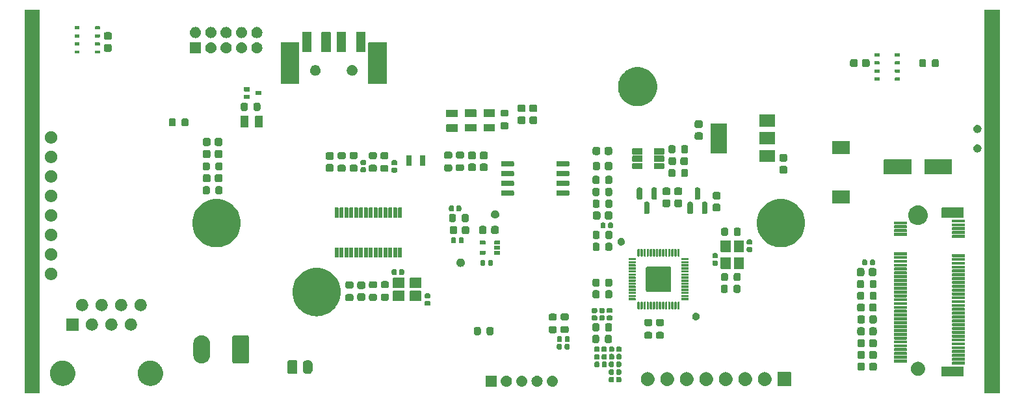
<source format=gbs>
G04 #@! TF.GenerationSoftware,KiCad,Pcbnew,8.0.0-rc1*
G04 #@! TF.CreationDate,2024-01-27T15:59:42+03:00*
G04 #@! TF.ProjectId,RP2040_minimal,52503230-3430-45f6-9d69-6e696d616c2e,REV1*
G04 #@! TF.SameCoordinates,Original*
G04 #@! TF.FileFunction,Soldermask,Bot*
G04 #@! TF.FilePolarity,Negative*
%FSLAX46Y46*%
G04 Gerber Fmt 4.6, Leading zero omitted, Abs format (unit mm)*
G04 Created by KiCad (PCBNEW 8.0.0-rc1) date 2024-01-27 15:59:42*
%MOMM*%
%LPD*%
G01*
G04 APERTURE LIST*
G04 APERTURE END LIST*
G36*
X111063413Y-83105086D02*
G01*
X111067500Y-83114951D01*
X111067500Y-133097048D01*
X111063413Y-133106913D01*
X111053549Y-133111000D01*
X109071451Y-133111000D01*
X109061586Y-133106913D01*
X109057500Y-133097048D01*
X109057500Y-83114951D01*
X109061586Y-83105086D01*
X109071451Y-83101000D01*
X111053549Y-83101000D01*
X111063413Y-83105086D01*
G37*
G36*
X236063413Y-83105086D02*
G01*
X236067500Y-83114951D01*
X236067500Y-133097048D01*
X236063413Y-133106913D01*
X236053549Y-133111000D01*
X234071451Y-133111000D01*
X234061586Y-133106913D01*
X234057500Y-133097048D01*
X234057500Y-83114951D01*
X234061586Y-83105086D01*
X234071451Y-83101000D01*
X236053549Y-83101000D01*
X236063413Y-83105086D01*
G37*
G36*
X170517017Y-130783882D02*
G01*
X170533562Y-130794938D01*
X170544618Y-130811483D01*
X170548500Y-130831000D01*
X170548500Y-132181000D01*
X170544618Y-132200517D01*
X170533562Y-132217062D01*
X170517017Y-132228118D01*
X170497500Y-132232000D01*
X169147500Y-132232000D01*
X169127983Y-132228118D01*
X169111438Y-132217062D01*
X169100382Y-132200517D01*
X169096500Y-132181000D01*
X169096500Y-130831000D01*
X169100382Y-130811483D01*
X169111438Y-130794938D01*
X169127983Y-130783882D01*
X169147500Y-130780000D01*
X170497500Y-130780000D01*
X170517017Y-130783882D01*
G37*
G36*
X171984050Y-130798202D02*
G01*
X172137500Y-130851897D01*
X172275154Y-130938390D01*
X172390110Y-131053346D01*
X172476603Y-131191000D01*
X172530298Y-131344450D01*
X172548500Y-131506000D01*
X172530298Y-131667550D01*
X172476603Y-131821000D01*
X172390110Y-131958654D01*
X172275154Y-132073610D01*
X172137500Y-132160103D01*
X171984050Y-132213798D01*
X171822500Y-132232000D01*
X171660950Y-132213798D01*
X171507500Y-132160103D01*
X171369846Y-132073610D01*
X171254890Y-131958654D01*
X171168397Y-131821000D01*
X171114702Y-131667550D01*
X171096500Y-131506000D01*
X171114702Y-131344450D01*
X171168397Y-131191000D01*
X171254890Y-131053346D01*
X171369846Y-130938390D01*
X171507500Y-130851897D01*
X171660950Y-130798202D01*
X171822500Y-130780000D01*
X171984050Y-130798202D01*
G37*
G36*
X173984050Y-130798202D02*
G01*
X174137500Y-130851897D01*
X174275154Y-130938390D01*
X174390110Y-131053346D01*
X174476603Y-131191000D01*
X174530298Y-131344450D01*
X174548500Y-131506000D01*
X174530298Y-131667550D01*
X174476603Y-131821000D01*
X174390110Y-131958654D01*
X174275154Y-132073610D01*
X174137500Y-132160103D01*
X173984050Y-132213798D01*
X173822500Y-132232000D01*
X173660950Y-132213798D01*
X173507500Y-132160103D01*
X173369846Y-132073610D01*
X173254890Y-131958654D01*
X173168397Y-131821000D01*
X173114702Y-131667550D01*
X173096500Y-131506000D01*
X173114702Y-131344450D01*
X173168397Y-131191000D01*
X173254890Y-131053346D01*
X173369846Y-130938390D01*
X173507500Y-130851897D01*
X173660950Y-130798202D01*
X173822500Y-130780000D01*
X173984050Y-130798202D01*
G37*
G36*
X175984050Y-130798202D02*
G01*
X176137500Y-130851897D01*
X176275154Y-130938390D01*
X176390110Y-131053346D01*
X176476603Y-131191000D01*
X176530298Y-131344450D01*
X176548500Y-131506000D01*
X176530298Y-131667550D01*
X176476603Y-131821000D01*
X176390110Y-131958654D01*
X176275154Y-132073610D01*
X176137500Y-132160103D01*
X175984050Y-132213798D01*
X175822500Y-132232000D01*
X175660950Y-132213798D01*
X175507500Y-132160103D01*
X175369846Y-132073610D01*
X175254890Y-131958654D01*
X175168397Y-131821000D01*
X175114702Y-131667550D01*
X175096500Y-131506000D01*
X175114702Y-131344450D01*
X175168397Y-131191000D01*
X175254890Y-131053346D01*
X175369846Y-130938390D01*
X175507500Y-130851897D01*
X175660950Y-130798202D01*
X175822500Y-130780000D01*
X175984050Y-130798202D01*
G37*
G36*
X177984050Y-130798202D02*
G01*
X178137500Y-130851897D01*
X178275154Y-130938390D01*
X178390110Y-131053346D01*
X178476603Y-131191000D01*
X178530298Y-131344450D01*
X178548500Y-131506000D01*
X178530298Y-131667550D01*
X178476603Y-131821000D01*
X178390110Y-131958654D01*
X178275154Y-132073610D01*
X178137500Y-132160103D01*
X177984050Y-132213798D01*
X177822500Y-132232000D01*
X177660950Y-132213798D01*
X177507500Y-132160103D01*
X177369846Y-132073610D01*
X177254890Y-131958654D01*
X177168397Y-131821000D01*
X177114702Y-131667550D01*
X177096500Y-131506000D01*
X177114702Y-131344450D01*
X177168397Y-131191000D01*
X177254890Y-131053346D01*
X177369846Y-130938390D01*
X177507500Y-130851897D01*
X177660950Y-130798202D01*
X177822500Y-130780000D01*
X177984050Y-130798202D01*
G37*
G36*
X208872017Y-130338882D02*
G01*
X208888562Y-130349938D01*
X208899618Y-130366483D01*
X208903500Y-130386000D01*
X208903500Y-132086000D01*
X208899618Y-132105517D01*
X208888562Y-132122062D01*
X208872017Y-132133118D01*
X208852500Y-132137000D01*
X207152500Y-132137000D01*
X207132983Y-132133118D01*
X207116438Y-132122062D01*
X207105382Y-132105517D01*
X207101500Y-132086000D01*
X207101500Y-130386000D01*
X207105382Y-130366483D01*
X207116438Y-130349938D01*
X207132983Y-130338882D01*
X207152500Y-130335000D01*
X208852500Y-130335000D01*
X208872017Y-130338882D01*
G37*
G36*
X190270413Y-130339936D02*
G01*
X190316680Y-130339936D01*
X190356629Y-130348427D01*
X190398233Y-130352525D01*
X190450498Y-130368379D01*
X190500924Y-130379098D01*
X190533194Y-130393465D01*
X190567212Y-130403785D01*
X190621267Y-130432678D01*
X190673000Y-130455711D01*
X190697051Y-130473185D01*
X190722947Y-130487027D01*
X190775771Y-130530378D01*
X190825387Y-130566427D01*
X190841496Y-130584318D01*
X190859448Y-130599051D01*
X190907688Y-130657831D01*
X190951424Y-130706405D01*
X190960611Y-130722319D01*
X190971472Y-130735552D01*
X191011649Y-130810719D01*
X191045604Y-130869530D01*
X191049509Y-130881550D01*
X191054714Y-130891287D01*
X191083413Y-130985896D01*
X191103811Y-131048672D01*
X191104528Y-131055502D01*
X191105974Y-131060266D01*
X191120036Y-131203042D01*
X191123500Y-131236000D01*
X191120035Y-131268959D01*
X191105974Y-131411733D01*
X191104529Y-131416496D01*
X191103811Y-131423328D01*
X191083409Y-131486117D01*
X191054714Y-131580712D01*
X191049510Y-131590447D01*
X191045604Y-131602470D01*
X191011642Y-131661293D01*
X190971472Y-131736447D01*
X190960613Y-131749677D01*
X190951424Y-131765595D01*
X190907678Y-131814178D01*
X190859448Y-131872948D01*
X190841500Y-131887677D01*
X190825387Y-131905573D01*
X190775760Y-131941628D01*
X190722947Y-131984972D01*
X190697057Y-131998810D01*
X190673000Y-132016289D01*
X190621256Y-132039326D01*
X190567212Y-132068214D01*
X190533201Y-132078531D01*
X190500924Y-132092902D01*
X190450487Y-132103622D01*
X190398233Y-132119474D01*
X190356638Y-132123570D01*
X190316680Y-132132064D01*
X190270403Y-132132064D01*
X190222500Y-132136782D01*
X190174597Y-132132064D01*
X190128320Y-132132064D01*
X190088362Y-132123570D01*
X190046766Y-132119474D01*
X189994509Y-132103621D01*
X189944076Y-132092902D01*
X189911800Y-132078532D01*
X189877787Y-132068214D01*
X189823737Y-132039323D01*
X189772000Y-132016289D01*
X189747945Y-131998812D01*
X189722052Y-131984972D01*
X189669230Y-131941622D01*
X189619613Y-131905573D01*
X189603502Y-131887680D01*
X189585551Y-131872948D01*
X189537309Y-131814166D01*
X189493576Y-131765595D01*
X189484388Y-131749681D01*
X189473527Y-131736447D01*
X189433344Y-131661269D01*
X189399396Y-131602470D01*
X189395491Y-131590451D01*
X189390285Y-131580712D01*
X189361575Y-131486071D01*
X189341189Y-131423328D01*
X189340471Y-131416501D01*
X189339025Y-131411733D01*
X189324948Y-131268808D01*
X189321500Y-131236000D01*
X189324948Y-131203194D01*
X189339025Y-131060266D01*
X189340471Y-131055497D01*
X189341189Y-131048672D01*
X189361571Y-130985942D01*
X189390285Y-130891287D01*
X189395491Y-130881545D01*
X189399396Y-130869530D01*
X189433336Y-130810742D01*
X189473527Y-130735552D01*
X189484390Y-130722314D01*
X189493576Y-130706405D01*
X189537300Y-130657843D01*
X189585551Y-130599051D01*
X189603505Y-130584315D01*
X189619613Y-130566427D01*
X189669220Y-130530385D01*
X189722052Y-130487027D01*
X189747950Y-130473183D01*
X189772000Y-130455711D01*
X189823726Y-130432681D01*
X189877787Y-130403785D01*
X189911807Y-130393464D01*
X189944076Y-130379098D01*
X189994498Y-130368380D01*
X190046766Y-130352525D01*
X190088371Y-130348427D01*
X190128320Y-130339936D01*
X190174586Y-130339936D01*
X190222500Y-130335217D01*
X190270413Y-130339936D01*
G37*
G36*
X192810413Y-130339936D02*
G01*
X192856680Y-130339936D01*
X192896629Y-130348427D01*
X192938233Y-130352525D01*
X192990498Y-130368379D01*
X193040924Y-130379098D01*
X193073194Y-130393465D01*
X193107212Y-130403785D01*
X193161267Y-130432678D01*
X193213000Y-130455711D01*
X193237051Y-130473185D01*
X193262947Y-130487027D01*
X193315771Y-130530378D01*
X193365387Y-130566427D01*
X193381496Y-130584318D01*
X193399448Y-130599051D01*
X193447688Y-130657831D01*
X193491424Y-130706405D01*
X193500611Y-130722319D01*
X193511472Y-130735552D01*
X193551649Y-130810719D01*
X193585604Y-130869530D01*
X193589509Y-130881550D01*
X193594714Y-130891287D01*
X193623413Y-130985896D01*
X193643811Y-131048672D01*
X193644528Y-131055502D01*
X193645974Y-131060266D01*
X193660036Y-131203042D01*
X193663500Y-131236000D01*
X193660035Y-131268959D01*
X193645974Y-131411733D01*
X193644529Y-131416496D01*
X193643811Y-131423328D01*
X193623409Y-131486117D01*
X193594714Y-131580712D01*
X193589510Y-131590447D01*
X193585604Y-131602470D01*
X193551642Y-131661293D01*
X193511472Y-131736447D01*
X193500613Y-131749677D01*
X193491424Y-131765595D01*
X193447678Y-131814178D01*
X193399448Y-131872948D01*
X193381500Y-131887677D01*
X193365387Y-131905573D01*
X193315760Y-131941628D01*
X193262947Y-131984972D01*
X193237057Y-131998810D01*
X193213000Y-132016289D01*
X193161256Y-132039326D01*
X193107212Y-132068214D01*
X193073201Y-132078531D01*
X193040924Y-132092902D01*
X192990487Y-132103622D01*
X192938233Y-132119474D01*
X192896638Y-132123570D01*
X192856680Y-132132064D01*
X192810403Y-132132064D01*
X192762500Y-132136782D01*
X192714597Y-132132064D01*
X192668320Y-132132064D01*
X192628362Y-132123570D01*
X192586766Y-132119474D01*
X192534509Y-132103621D01*
X192484076Y-132092902D01*
X192451800Y-132078532D01*
X192417787Y-132068214D01*
X192363737Y-132039323D01*
X192312000Y-132016289D01*
X192287945Y-131998812D01*
X192262052Y-131984972D01*
X192209230Y-131941622D01*
X192159613Y-131905573D01*
X192143502Y-131887680D01*
X192125551Y-131872948D01*
X192077309Y-131814166D01*
X192033576Y-131765595D01*
X192024388Y-131749681D01*
X192013527Y-131736447D01*
X191973344Y-131661269D01*
X191939396Y-131602470D01*
X191935491Y-131590451D01*
X191930285Y-131580712D01*
X191901575Y-131486071D01*
X191881189Y-131423328D01*
X191880471Y-131416501D01*
X191879025Y-131411733D01*
X191864948Y-131268808D01*
X191861500Y-131236000D01*
X191864948Y-131203194D01*
X191879025Y-131060266D01*
X191880471Y-131055497D01*
X191881189Y-131048672D01*
X191901571Y-130985942D01*
X191930285Y-130891287D01*
X191935491Y-130881545D01*
X191939396Y-130869530D01*
X191973336Y-130810742D01*
X192013527Y-130735552D01*
X192024390Y-130722314D01*
X192033576Y-130706405D01*
X192077300Y-130657843D01*
X192125551Y-130599051D01*
X192143505Y-130584315D01*
X192159613Y-130566427D01*
X192209220Y-130530385D01*
X192262052Y-130487027D01*
X192287950Y-130473183D01*
X192312000Y-130455711D01*
X192363726Y-130432681D01*
X192417787Y-130403785D01*
X192451807Y-130393464D01*
X192484076Y-130379098D01*
X192534498Y-130368380D01*
X192586766Y-130352525D01*
X192628371Y-130348427D01*
X192668320Y-130339936D01*
X192714586Y-130339936D01*
X192762500Y-130335217D01*
X192810413Y-130339936D01*
G37*
G36*
X195350413Y-130339936D02*
G01*
X195396680Y-130339936D01*
X195436629Y-130348427D01*
X195478233Y-130352525D01*
X195530498Y-130368379D01*
X195580924Y-130379098D01*
X195613194Y-130393465D01*
X195647212Y-130403785D01*
X195701267Y-130432678D01*
X195753000Y-130455711D01*
X195777051Y-130473185D01*
X195802947Y-130487027D01*
X195855771Y-130530378D01*
X195905387Y-130566427D01*
X195921496Y-130584318D01*
X195939448Y-130599051D01*
X195987688Y-130657831D01*
X196031424Y-130706405D01*
X196040611Y-130722319D01*
X196051472Y-130735552D01*
X196091649Y-130810719D01*
X196125604Y-130869530D01*
X196129509Y-130881550D01*
X196134714Y-130891287D01*
X196163413Y-130985896D01*
X196183811Y-131048672D01*
X196184528Y-131055502D01*
X196185974Y-131060266D01*
X196200036Y-131203042D01*
X196203500Y-131236000D01*
X196200035Y-131268959D01*
X196185974Y-131411733D01*
X196184529Y-131416496D01*
X196183811Y-131423328D01*
X196163409Y-131486117D01*
X196134714Y-131580712D01*
X196129510Y-131590447D01*
X196125604Y-131602470D01*
X196091642Y-131661293D01*
X196051472Y-131736447D01*
X196040613Y-131749677D01*
X196031424Y-131765595D01*
X195987678Y-131814178D01*
X195939448Y-131872948D01*
X195921500Y-131887677D01*
X195905387Y-131905573D01*
X195855760Y-131941628D01*
X195802947Y-131984972D01*
X195777057Y-131998810D01*
X195753000Y-132016289D01*
X195701256Y-132039326D01*
X195647212Y-132068214D01*
X195613201Y-132078531D01*
X195580924Y-132092902D01*
X195530487Y-132103622D01*
X195478233Y-132119474D01*
X195436638Y-132123570D01*
X195396680Y-132132064D01*
X195350403Y-132132064D01*
X195302500Y-132136782D01*
X195254597Y-132132064D01*
X195208320Y-132132064D01*
X195168362Y-132123570D01*
X195126766Y-132119474D01*
X195074509Y-132103621D01*
X195024076Y-132092902D01*
X194991800Y-132078532D01*
X194957787Y-132068214D01*
X194903737Y-132039323D01*
X194852000Y-132016289D01*
X194827945Y-131998812D01*
X194802052Y-131984972D01*
X194749230Y-131941622D01*
X194699613Y-131905573D01*
X194683502Y-131887680D01*
X194665551Y-131872948D01*
X194617309Y-131814166D01*
X194573576Y-131765595D01*
X194564388Y-131749681D01*
X194553527Y-131736447D01*
X194513344Y-131661269D01*
X194479396Y-131602470D01*
X194475491Y-131590451D01*
X194470285Y-131580712D01*
X194441575Y-131486071D01*
X194421189Y-131423328D01*
X194420471Y-131416501D01*
X194419025Y-131411733D01*
X194404948Y-131268808D01*
X194401500Y-131236000D01*
X194404948Y-131203194D01*
X194419025Y-131060266D01*
X194420471Y-131055497D01*
X194421189Y-131048672D01*
X194441571Y-130985942D01*
X194470285Y-130891287D01*
X194475491Y-130881545D01*
X194479396Y-130869530D01*
X194513336Y-130810742D01*
X194553527Y-130735552D01*
X194564390Y-130722314D01*
X194573576Y-130706405D01*
X194617300Y-130657843D01*
X194665551Y-130599051D01*
X194683505Y-130584315D01*
X194699613Y-130566427D01*
X194749220Y-130530385D01*
X194802052Y-130487027D01*
X194827950Y-130473183D01*
X194852000Y-130455711D01*
X194903726Y-130432681D01*
X194957787Y-130403785D01*
X194991807Y-130393464D01*
X195024076Y-130379098D01*
X195074498Y-130368380D01*
X195126766Y-130352525D01*
X195168371Y-130348427D01*
X195208320Y-130339936D01*
X195254586Y-130339936D01*
X195302500Y-130335217D01*
X195350413Y-130339936D01*
G37*
G36*
X197890413Y-130339936D02*
G01*
X197936680Y-130339936D01*
X197976629Y-130348427D01*
X198018233Y-130352525D01*
X198070498Y-130368379D01*
X198120924Y-130379098D01*
X198153194Y-130393465D01*
X198187212Y-130403785D01*
X198241267Y-130432678D01*
X198293000Y-130455711D01*
X198317051Y-130473185D01*
X198342947Y-130487027D01*
X198395771Y-130530378D01*
X198445387Y-130566427D01*
X198461496Y-130584318D01*
X198479448Y-130599051D01*
X198527688Y-130657831D01*
X198571424Y-130706405D01*
X198580611Y-130722319D01*
X198591472Y-130735552D01*
X198631649Y-130810719D01*
X198665604Y-130869530D01*
X198669509Y-130881550D01*
X198674714Y-130891287D01*
X198703413Y-130985896D01*
X198723811Y-131048672D01*
X198724528Y-131055502D01*
X198725974Y-131060266D01*
X198740036Y-131203042D01*
X198743500Y-131236000D01*
X198740035Y-131268959D01*
X198725974Y-131411733D01*
X198724529Y-131416496D01*
X198723811Y-131423328D01*
X198703409Y-131486117D01*
X198674714Y-131580712D01*
X198669510Y-131590447D01*
X198665604Y-131602470D01*
X198631642Y-131661293D01*
X198591472Y-131736447D01*
X198580613Y-131749677D01*
X198571424Y-131765595D01*
X198527678Y-131814178D01*
X198479448Y-131872948D01*
X198461500Y-131887677D01*
X198445387Y-131905573D01*
X198395760Y-131941628D01*
X198342947Y-131984972D01*
X198317057Y-131998810D01*
X198293000Y-132016289D01*
X198241256Y-132039326D01*
X198187212Y-132068214D01*
X198153201Y-132078531D01*
X198120924Y-132092902D01*
X198070487Y-132103622D01*
X198018233Y-132119474D01*
X197976638Y-132123570D01*
X197936680Y-132132064D01*
X197890403Y-132132064D01*
X197842500Y-132136782D01*
X197794597Y-132132064D01*
X197748320Y-132132064D01*
X197708362Y-132123570D01*
X197666766Y-132119474D01*
X197614509Y-132103621D01*
X197564076Y-132092902D01*
X197531800Y-132078532D01*
X197497787Y-132068214D01*
X197443737Y-132039323D01*
X197392000Y-132016289D01*
X197367945Y-131998812D01*
X197342052Y-131984972D01*
X197289230Y-131941622D01*
X197239613Y-131905573D01*
X197223502Y-131887680D01*
X197205551Y-131872948D01*
X197157309Y-131814166D01*
X197113576Y-131765595D01*
X197104388Y-131749681D01*
X197093527Y-131736447D01*
X197053344Y-131661269D01*
X197019396Y-131602470D01*
X197015491Y-131590451D01*
X197010285Y-131580712D01*
X196981575Y-131486071D01*
X196961189Y-131423328D01*
X196960471Y-131416501D01*
X196959025Y-131411733D01*
X196944948Y-131268808D01*
X196941500Y-131236000D01*
X196944948Y-131203194D01*
X196959025Y-131060266D01*
X196960471Y-131055497D01*
X196961189Y-131048672D01*
X196981571Y-130985942D01*
X197010285Y-130891287D01*
X197015491Y-130881545D01*
X197019396Y-130869530D01*
X197053336Y-130810742D01*
X197093527Y-130735552D01*
X197104390Y-130722314D01*
X197113576Y-130706405D01*
X197157300Y-130657843D01*
X197205551Y-130599051D01*
X197223505Y-130584315D01*
X197239613Y-130566427D01*
X197289220Y-130530385D01*
X197342052Y-130487027D01*
X197367950Y-130473183D01*
X197392000Y-130455711D01*
X197443726Y-130432681D01*
X197497787Y-130403785D01*
X197531807Y-130393464D01*
X197564076Y-130379098D01*
X197614498Y-130368380D01*
X197666766Y-130352525D01*
X197708371Y-130348427D01*
X197748320Y-130339936D01*
X197794586Y-130339936D01*
X197842500Y-130335217D01*
X197890413Y-130339936D01*
G37*
G36*
X200430413Y-130339936D02*
G01*
X200476680Y-130339936D01*
X200516629Y-130348427D01*
X200558233Y-130352525D01*
X200610498Y-130368379D01*
X200660924Y-130379098D01*
X200693194Y-130393465D01*
X200727212Y-130403785D01*
X200781267Y-130432678D01*
X200833000Y-130455711D01*
X200857051Y-130473185D01*
X200882947Y-130487027D01*
X200935771Y-130530378D01*
X200985387Y-130566427D01*
X201001496Y-130584318D01*
X201019448Y-130599051D01*
X201067688Y-130657831D01*
X201111424Y-130706405D01*
X201120611Y-130722319D01*
X201131472Y-130735552D01*
X201171649Y-130810719D01*
X201205604Y-130869530D01*
X201209509Y-130881550D01*
X201214714Y-130891287D01*
X201243413Y-130985896D01*
X201263811Y-131048672D01*
X201264528Y-131055502D01*
X201265974Y-131060266D01*
X201280036Y-131203042D01*
X201283500Y-131236000D01*
X201280035Y-131268959D01*
X201265974Y-131411733D01*
X201264529Y-131416496D01*
X201263811Y-131423328D01*
X201243409Y-131486117D01*
X201214714Y-131580712D01*
X201209510Y-131590447D01*
X201205604Y-131602470D01*
X201171642Y-131661293D01*
X201131472Y-131736447D01*
X201120613Y-131749677D01*
X201111424Y-131765595D01*
X201067678Y-131814178D01*
X201019448Y-131872948D01*
X201001500Y-131887677D01*
X200985387Y-131905573D01*
X200935760Y-131941628D01*
X200882947Y-131984972D01*
X200857057Y-131998810D01*
X200833000Y-132016289D01*
X200781256Y-132039326D01*
X200727212Y-132068214D01*
X200693201Y-132078531D01*
X200660924Y-132092902D01*
X200610487Y-132103622D01*
X200558233Y-132119474D01*
X200516638Y-132123570D01*
X200476680Y-132132064D01*
X200430403Y-132132064D01*
X200382500Y-132136782D01*
X200334597Y-132132064D01*
X200288320Y-132132064D01*
X200248362Y-132123570D01*
X200206766Y-132119474D01*
X200154509Y-132103621D01*
X200104076Y-132092902D01*
X200071800Y-132078532D01*
X200037787Y-132068214D01*
X199983737Y-132039323D01*
X199932000Y-132016289D01*
X199907945Y-131998812D01*
X199882052Y-131984972D01*
X199829230Y-131941622D01*
X199779613Y-131905573D01*
X199763502Y-131887680D01*
X199745551Y-131872948D01*
X199697309Y-131814166D01*
X199653576Y-131765595D01*
X199644388Y-131749681D01*
X199633527Y-131736447D01*
X199593344Y-131661269D01*
X199559396Y-131602470D01*
X199555491Y-131590451D01*
X199550285Y-131580712D01*
X199521575Y-131486071D01*
X199501189Y-131423328D01*
X199500471Y-131416501D01*
X199499025Y-131411733D01*
X199484948Y-131268808D01*
X199481500Y-131236000D01*
X199484948Y-131203194D01*
X199499025Y-131060266D01*
X199500471Y-131055497D01*
X199501189Y-131048672D01*
X199521571Y-130985942D01*
X199550285Y-130891287D01*
X199555491Y-130881545D01*
X199559396Y-130869530D01*
X199593336Y-130810742D01*
X199633527Y-130735552D01*
X199644390Y-130722314D01*
X199653576Y-130706405D01*
X199697300Y-130657843D01*
X199745551Y-130599051D01*
X199763505Y-130584315D01*
X199779613Y-130566427D01*
X199829220Y-130530385D01*
X199882052Y-130487027D01*
X199907950Y-130473183D01*
X199932000Y-130455711D01*
X199983726Y-130432681D01*
X200037787Y-130403785D01*
X200071807Y-130393464D01*
X200104076Y-130379098D01*
X200154498Y-130368380D01*
X200206766Y-130352525D01*
X200248371Y-130348427D01*
X200288320Y-130339936D01*
X200334586Y-130339936D01*
X200382500Y-130335217D01*
X200430413Y-130339936D01*
G37*
G36*
X202970413Y-130339936D02*
G01*
X203016680Y-130339936D01*
X203056629Y-130348427D01*
X203098233Y-130352525D01*
X203150498Y-130368379D01*
X203200924Y-130379098D01*
X203233194Y-130393465D01*
X203267212Y-130403785D01*
X203321267Y-130432678D01*
X203373000Y-130455711D01*
X203397051Y-130473185D01*
X203422947Y-130487027D01*
X203475771Y-130530378D01*
X203525387Y-130566427D01*
X203541496Y-130584318D01*
X203559448Y-130599051D01*
X203607688Y-130657831D01*
X203651424Y-130706405D01*
X203660611Y-130722319D01*
X203671472Y-130735552D01*
X203711649Y-130810719D01*
X203745604Y-130869530D01*
X203749509Y-130881550D01*
X203754714Y-130891287D01*
X203783413Y-130985896D01*
X203803811Y-131048672D01*
X203804528Y-131055502D01*
X203805974Y-131060266D01*
X203820036Y-131203042D01*
X203823500Y-131236000D01*
X203820035Y-131268959D01*
X203805974Y-131411733D01*
X203804529Y-131416496D01*
X203803811Y-131423328D01*
X203783409Y-131486117D01*
X203754714Y-131580712D01*
X203749510Y-131590447D01*
X203745604Y-131602470D01*
X203711642Y-131661293D01*
X203671472Y-131736447D01*
X203660613Y-131749677D01*
X203651424Y-131765595D01*
X203607678Y-131814178D01*
X203559448Y-131872948D01*
X203541500Y-131887677D01*
X203525387Y-131905573D01*
X203475760Y-131941628D01*
X203422947Y-131984972D01*
X203397057Y-131998810D01*
X203373000Y-132016289D01*
X203321256Y-132039326D01*
X203267212Y-132068214D01*
X203233201Y-132078531D01*
X203200924Y-132092902D01*
X203150487Y-132103622D01*
X203098233Y-132119474D01*
X203056638Y-132123570D01*
X203016680Y-132132064D01*
X202970403Y-132132064D01*
X202922500Y-132136782D01*
X202874597Y-132132064D01*
X202828320Y-132132064D01*
X202788362Y-132123570D01*
X202746766Y-132119474D01*
X202694509Y-132103621D01*
X202644076Y-132092902D01*
X202611800Y-132078532D01*
X202577787Y-132068214D01*
X202523737Y-132039323D01*
X202472000Y-132016289D01*
X202447945Y-131998812D01*
X202422052Y-131984972D01*
X202369230Y-131941622D01*
X202319613Y-131905573D01*
X202303502Y-131887680D01*
X202285551Y-131872948D01*
X202237309Y-131814166D01*
X202193576Y-131765595D01*
X202184388Y-131749681D01*
X202173527Y-131736447D01*
X202133344Y-131661269D01*
X202099396Y-131602470D01*
X202095491Y-131590451D01*
X202090285Y-131580712D01*
X202061575Y-131486071D01*
X202041189Y-131423328D01*
X202040471Y-131416501D01*
X202039025Y-131411733D01*
X202024948Y-131268808D01*
X202021500Y-131236000D01*
X202024948Y-131203194D01*
X202039025Y-131060266D01*
X202040471Y-131055497D01*
X202041189Y-131048672D01*
X202061571Y-130985942D01*
X202090285Y-130891287D01*
X202095491Y-130881545D01*
X202099396Y-130869530D01*
X202133336Y-130810742D01*
X202173527Y-130735552D01*
X202184390Y-130722314D01*
X202193576Y-130706405D01*
X202237300Y-130657843D01*
X202285551Y-130599051D01*
X202303505Y-130584315D01*
X202319613Y-130566427D01*
X202369220Y-130530385D01*
X202422052Y-130487027D01*
X202447950Y-130473183D01*
X202472000Y-130455711D01*
X202523726Y-130432681D01*
X202577787Y-130403785D01*
X202611807Y-130393464D01*
X202644076Y-130379098D01*
X202694498Y-130368380D01*
X202746766Y-130352525D01*
X202788371Y-130348427D01*
X202828320Y-130339936D01*
X202874586Y-130339936D01*
X202922500Y-130335217D01*
X202970413Y-130339936D01*
G37*
G36*
X205510413Y-130339936D02*
G01*
X205556680Y-130339936D01*
X205596629Y-130348427D01*
X205638233Y-130352525D01*
X205690498Y-130368379D01*
X205740924Y-130379098D01*
X205773194Y-130393465D01*
X205807212Y-130403785D01*
X205861267Y-130432678D01*
X205913000Y-130455711D01*
X205937051Y-130473185D01*
X205962947Y-130487027D01*
X206015771Y-130530378D01*
X206065387Y-130566427D01*
X206081496Y-130584318D01*
X206099448Y-130599051D01*
X206147688Y-130657831D01*
X206191424Y-130706405D01*
X206200611Y-130722319D01*
X206211472Y-130735552D01*
X206251649Y-130810719D01*
X206285604Y-130869530D01*
X206289509Y-130881550D01*
X206294714Y-130891287D01*
X206323413Y-130985896D01*
X206343811Y-131048672D01*
X206344528Y-131055502D01*
X206345974Y-131060266D01*
X206360036Y-131203042D01*
X206363500Y-131236000D01*
X206360035Y-131268959D01*
X206345974Y-131411733D01*
X206344529Y-131416496D01*
X206343811Y-131423328D01*
X206323409Y-131486117D01*
X206294714Y-131580712D01*
X206289510Y-131590447D01*
X206285604Y-131602470D01*
X206251642Y-131661293D01*
X206211472Y-131736447D01*
X206200613Y-131749677D01*
X206191424Y-131765595D01*
X206147678Y-131814178D01*
X206099448Y-131872948D01*
X206081500Y-131887677D01*
X206065387Y-131905573D01*
X206015760Y-131941628D01*
X205962947Y-131984972D01*
X205937057Y-131998810D01*
X205913000Y-132016289D01*
X205861256Y-132039326D01*
X205807212Y-132068214D01*
X205773201Y-132078531D01*
X205740924Y-132092902D01*
X205690487Y-132103622D01*
X205638233Y-132119474D01*
X205596638Y-132123570D01*
X205556680Y-132132064D01*
X205510403Y-132132064D01*
X205462500Y-132136782D01*
X205414597Y-132132064D01*
X205368320Y-132132064D01*
X205328362Y-132123570D01*
X205286766Y-132119474D01*
X205234509Y-132103621D01*
X205184076Y-132092902D01*
X205151800Y-132078532D01*
X205117787Y-132068214D01*
X205063737Y-132039323D01*
X205012000Y-132016289D01*
X204987945Y-131998812D01*
X204962052Y-131984972D01*
X204909230Y-131941622D01*
X204859613Y-131905573D01*
X204843502Y-131887680D01*
X204825551Y-131872948D01*
X204777309Y-131814166D01*
X204733576Y-131765595D01*
X204724388Y-131749681D01*
X204713527Y-131736447D01*
X204673344Y-131661269D01*
X204639396Y-131602470D01*
X204635491Y-131590451D01*
X204630285Y-131580712D01*
X204601575Y-131486071D01*
X204581189Y-131423328D01*
X204580471Y-131416501D01*
X204579025Y-131411733D01*
X204564948Y-131268808D01*
X204561500Y-131236000D01*
X204564948Y-131203194D01*
X204579025Y-131060266D01*
X204580471Y-131055497D01*
X204581189Y-131048672D01*
X204601571Y-130985942D01*
X204630285Y-130891287D01*
X204635491Y-130881545D01*
X204639396Y-130869530D01*
X204673336Y-130810742D01*
X204713527Y-130735552D01*
X204724390Y-130722314D01*
X204733576Y-130706405D01*
X204777300Y-130657843D01*
X204825551Y-130599051D01*
X204843505Y-130584315D01*
X204859613Y-130566427D01*
X204909220Y-130530385D01*
X204962052Y-130487027D01*
X204987950Y-130473183D01*
X205012000Y-130455711D01*
X205063726Y-130432681D01*
X205117787Y-130403785D01*
X205151807Y-130393464D01*
X205184076Y-130379098D01*
X205234498Y-130368380D01*
X205286766Y-130352525D01*
X205328371Y-130348427D01*
X205368320Y-130339936D01*
X205414586Y-130339936D01*
X205462500Y-130335217D01*
X205510413Y-130339936D01*
G37*
G36*
X114090251Y-128833742D02*
G01*
X114153372Y-128833742D01*
X114222350Y-128844138D01*
X114288273Y-128849327D01*
X114341406Y-128862083D01*
X114397349Y-128870515D01*
X114470447Y-128893063D01*
X114540187Y-128909806D01*
X114585284Y-128928485D01*
X114633132Y-128943245D01*
X114708248Y-128979419D01*
X114779538Y-129008948D01*
X114816131Y-129031372D01*
X114855437Y-129050301D01*
X114930200Y-129101274D01*
X115000433Y-129144313D01*
X115028557Y-129168333D01*
X115059302Y-129189295D01*
X115131089Y-129255904D01*
X115197433Y-129312567D01*
X115217579Y-129336155D01*
X115240176Y-129357122D01*
X115306241Y-129439965D01*
X115365687Y-129509567D01*
X115378760Y-129530901D01*
X115394017Y-129550032D01*
X115451550Y-129649683D01*
X115501052Y-129730462D01*
X115508323Y-129748016D01*
X115517385Y-129763712D01*
X115563615Y-129881504D01*
X115600194Y-129969813D01*
X115603217Y-129982408D01*
X115607529Y-129993393D01*
X115639815Y-130134850D01*
X115660673Y-130221727D01*
X115661214Y-130228601D01*
X115662435Y-130233951D01*
X115678346Y-130446288D01*
X115681000Y-130480000D01*
X115678346Y-130513714D01*
X115662435Y-130726048D01*
X115661214Y-130731396D01*
X115660673Y-130738273D01*
X115639811Y-130825168D01*
X115607529Y-130966606D01*
X115603218Y-130977588D01*
X115600194Y-130990187D01*
X115563608Y-131078513D01*
X115517385Y-131196287D01*
X115508324Y-131211979D01*
X115501052Y-131229538D01*
X115451540Y-131310333D01*
X115394017Y-131409967D01*
X115378763Y-131429094D01*
X115365687Y-131450433D01*
X115306229Y-131520048D01*
X115240176Y-131602877D01*
X115217583Y-131623839D01*
X115197433Y-131647433D01*
X115131076Y-131704107D01*
X115059302Y-131770704D01*
X115028563Y-131791661D01*
X115000433Y-131815687D01*
X114930186Y-131858734D01*
X114855437Y-131909698D01*
X114816138Y-131928622D01*
X114779538Y-131951052D01*
X114708233Y-131980587D01*
X114633132Y-132016754D01*
X114585293Y-132031510D01*
X114540187Y-132050194D01*
X114470432Y-132066940D01*
X114397349Y-132089484D01*
X114341414Y-132097914D01*
X114288273Y-132110673D01*
X114222346Y-132115861D01*
X114153372Y-132126258D01*
X114090251Y-132126258D01*
X114030000Y-132131000D01*
X113969749Y-132126258D01*
X113906628Y-132126258D01*
X113837652Y-132115861D01*
X113771727Y-132110673D01*
X113718586Y-132097915D01*
X113662650Y-132089484D01*
X113589562Y-132066939D01*
X113519813Y-132050194D01*
X113474709Y-132031511D01*
X113426867Y-132016754D01*
X113351761Y-131980585D01*
X113280462Y-131951052D01*
X113243861Y-131928623D01*
X113204563Y-131909698D01*
X113129810Y-131858732D01*
X113059567Y-131815687D01*
X113031440Y-131791664D01*
X113000697Y-131770704D01*
X112928911Y-131704096D01*
X112862567Y-131647433D01*
X112842420Y-131623844D01*
X112819823Y-131602877D01*
X112753755Y-131520030D01*
X112694313Y-131450433D01*
X112681240Y-131429099D01*
X112665982Y-131409967D01*
X112608442Y-131310304D01*
X112558948Y-131229538D01*
X112551677Y-131211985D01*
X112542614Y-131196287D01*
X112496372Y-131078467D01*
X112459806Y-130990187D01*
X112456782Y-130977595D01*
X112452470Y-130966606D01*
X112420168Y-130825083D01*
X112399327Y-130738273D01*
X112398786Y-130731403D01*
X112397564Y-130726048D01*
X112381632Y-130513448D01*
X112379000Y-130480000D01*
X112381632Y-130446553D01*
X112397564Y-130233951D01*
X112398786Y-130228595D01*
X112399327Y-130221727D01*
X112420163Y-130134935D01*
X112452470Y-129993393D01*
X112456783Y-129982402D01*
X112459806Y-129969813D01*
X112496365Y-129881550D01*
X112542614Y-129763712D01*
X112551679Y-129748010D01*
X112558948Y-129730462D01*
X112608432Y-129649711D01*
X112665982Y-129550032D01*
X112681242Y-129530895D01*
X112694313Y-129509567D01*
X112753743Y-129439983D01*
X112819823Y-129357122D01*
X112842424Y-129336150D01*
X112862567Y-129312567D01*
X112928897Y-129255915D01*
X113000697Y-129189295D01*
X113031446Y-129168330D01*
X113059567Y-129144313D01*
X113129795Y-129101276D01*
X113204563Y-129050301D01*
X113243869Y-129031372D01*
X113280462Y-129008948D01*
X113351746Y-128979421D01*
X113426867Y-128943245D01*
X113474718Y-128928484D01*
X113519813Y-128909806D01*
X113589547Y-128893064D01*
X113662650Y-128870515D01*
X113718594Y-128862082D01*
X113771727Y-128849327D01*
X113837648Y-128844138D01*
X113906628Y-128833742D01*
X113969749Y-128833742D01*
X114030000Y-128829000D01*
X114090251Y-128833742D01*
G37*
G36*
X125520251Y-128833742D02*
G01*
X125583372Y-128833742D01*
X125652350Y-128844138D01*
X125718273Y-128849327D01*
X125771406Y-128862083D01*
X125827349Y-128870515D01*
X125900447Y-128893063D01*
X125970187Y-128909806D01*
X126015284Y-128928485D01*
X126063132Y-128943245D01*
X126138248Y-128979419D01*
X126209538Y-129008948D01*
X126246131Y-129031372D01*
X126285437Y-129050301D01*
X126360200Y-129101274D01*
X126430433Y-129144313D01*
X126458557Y-129168333D01*
X126489302Y-129189295D01*
X126561089Y-129255904D01*
X126627433Y-129312567D01*
X126647579Y-129336155D01*
X126670176Y-129357122D01*
X126736241Y-129439965D01*
X126795687Y-129509567D01*
X126808760Y-129530901D01*
X126824017Y-129550032D01*
X126881550Y-129649683D01*
X126931052Y-129730462D01*
X126938323Y-129748016D01*
X126947385Y-129763712D01*
X126993615Y-129881504D01*
X127030194Y-129969813D01*
X127033217Y-129982408D01*
X127037529Y-129993393D01*
X127069815Y-130134850D01*
X127090673Y-130221727D01*
X127091214Y-130228601D01*
X127092435Y-130233951D01*
X127108346Y-130446288D01*
X127111000Y-130480000D01*
X127108346Y-130513714D01*
X127092435Y-130726048D01*
X127091214Y-130731396D01*
X127090673Y-130738273D01*
X127069811Y-130825168D01*
X127037529Y-130966606D01*
X127033218Y-130977588D01*
X127030194Y-130990187D01*
X126993608Y-131078513D01*
X126947385Y-131196287D01*
X126938324Y-131211979D01*
X126931052Y-131229538D01*
X126881540Y-131310333D01*
X126824017Y-131409967D01*
X126808763Y-131429094D01*
X126795687Y-131450433D01*
X126736229Y-131520048D01*
X126670176Y-131602877D01*
X126647583Y-131623839D01*
X126627433Y-131647433D01*
X126561076Y-131704107D01*
X126489302Y-131770704D01*
X126458563Y-131791661D01*
X126430433Y-131815687D01*
X126360186Y-131858734D01*
X126285437Y-131909698D01*
X126246138Y-131928622D01*
X126209538Y-131951052D01*
X126138233Y-131980587D01*
X126063132Y-132016754D01*
X126015293Y-132031510D01*
X125970187Y-132050194D01*
X125900432Y-132066940D01*
X125827349Y-132089484D01*
X125771414Y-132097914D01*
X125718273Y-132110673D01*
X125652346Y-132115861D01*
X125583372Y-132126258D01*
X125520251Y-132126258D01*
X125460000Y-132131000D01*
X125399749Y-132126258D01*
X125336628Y-132126258D01*
X125267652Y-132115861D01*
X125201727Y-132110673D01*
X125148586Y-132097915D01*
X125092650Y-132089484D01*
X125019562Y-132066939D01*
X124949813Y-132050194D01*
X124904709Y-132031511D01*
X124856867Y-132016754D01*
X124781761Y-131980585D01*
X124710462Y-131951052D01*
X124673861Y-131928623D01*
X124634563Y-131909698D01*
X124559810Y-131858732D01*
X124489567Y-131815687D01*
X124461440Y-131791664D01*
X124430697Y-131770704D01*
X124358911Y-131704096D01*
X124292567Y-131647433D01*
X124272420Y-131623844D01*
X124249823Y-131602877D01*
X124183755Y-131520030D01*
X124124313Y-131450433D01*
X124111240Y-131429099D01*
X124095982Y-131409967D01*
X124038442Y-131310304D01*
X123988948Y-131229538D01*
X123981677Y-131211985D01*
X123972614Y-131196287D01*
X123926372Y-131078467D01*
X123889806Y-130990187D01*
X123886782Y-130977595D01*
X123882470Y-130966606D01*
X123850168Y-130825083D01*
X123829327Y-130738273D01*
X123828786Y-130731403D01*
X123827564Y-130726048D01*
X123811632Y-130513448D01*
X123809000Y-130480000D01*
X123811632Y-130446553D01*
X123827564Y-130233951D01*
X123828786Y-130228595D01*
X123829327Y-130221727D01*
X123850163Y-130134935D01*
X123882470Y-129993393D01*
X123886783Y-129982402D01*
X123889806Y-129969813D01*
X123926365Y-129881550D01*
X123972614Y-129763712D01*
X123981679Y-129748010D01*
X123988948Y-129730462D01*
X124038432Y-129649711D01*
X124095982Y-129550032D01*
X124111242Y-129530895D01*
X124124313Y-129509567D01*
X124183743Y-129439983D01*
X124249823Y-129357122D01*
X124272424Y-129336150D01*
X124292567Y-129312567D01*
X124358897Y-129255915D01*
X124430697Y-129189295D01*
X124461446Y-129168330D01*
X124489567Y-129144313D01*
X124559795Y-129101276D01*
X124634563Y-129050301D01*
X124673869Y-129031372D01*
X124710462Y-129008948D01*
X124781746Y-128979421D01*
X124856867Y-128943245D01*
X124904718Y-128928484D01*
X124949813Y-128909806D01*
X125019547Y-128893064D01*
X125092650Y-128870515D01*
X125148594Y-128862082D01*
X125201727Y-128849327D01*
X125267648Y-128844138D01*
X125336628Y-128833742D01*
X125399749Y-128833742D01*
X125460000Y-128829000D01*
X125520251Y-128833742D01*
G37*
G36*
X185715593Y-130959539D02*
G01*
X185777557Y-131000943D01*
X185818961Y-131062907D01*
X185833500Y-131136000D01*
X185833500Y-131476000D01*
X185818961Y-131549093D01*
X185777557Y-131611057D01*
X185715593Y-131652461D01*
X185642500Y-131667000D01*
X185362500Y-131667000D01*
X185289407Y-131652461D01*
X185227443Y-131611057D01*
X185186039Y-131549093D01*
X185171500Y-131476000D01*
X185171500Y-131136000D01*
X185186039Y-131062907D01*
X185227443Y-131000943D01*
X185289407Y-130959539D01*
X185362500Y-130945000D01*
X185642500Y-130945000D01*
X185715593Y-130959539D01*
G37*
G36*
X186675593Y-130959539D02*
G01*
X186737557Y-131000943D01*
X186778961Y-131062907D01*
X186793500Y-131136000D01*
X186793500Y-131476000D01*
X186778961Y-131549093D01*
X186737557Y-131611057D01*
X186675593Y-131652461D01*
X186602500Y-131667000D01*
X186322500Y-131667000D01*
X186249407Y-131652461D01*
X186187443Y-131611057D01*
X186146039Y-131549093D01*
X186131500Y-131476000D01*
X186131500Y-131136000D01*
X186146039Y-131062907D01*
X186187443Y-131000943D01*
X186249407Y-130959539D01*
X186322500Y-130945000D01*
X186602500Y-130945000D01*
X186675593Y-130959539D01*
G37*
G36*
X231319626Y-129608882D02*
G01*
X231336171Y-129619938D01*
X231347227Y-129636483D01*
X231351109Y-129656000D01*
X231351109Y-130856000D01*
X231347227Y-130875517D01*
X231336171Y-130892062D01*
X231319626Y-130903118D01*
X231300109Y-130907000D01*
X228550109Y-130907000D01*
X228530592Y-130903118D01*
X228514047Y-130892062D01*
X228502991Y-130875517D01*
X228499109Y-130856000D01*
X228499109Y-129656000D01*
X228502991Y-129636483D01*
X228514047Y-129619938D01*
X228530592Y-129608882D01*
X228550109Y-129605000D01*
X231300109Y-129605000D01*
X231319626Y-129608882D01*
G37*
G36*
X225474415Y-128985073D02*
G01*
X225521902Y-128985073D01*
X225562903Y-128993788D01*
X225605720Y-128998005D01*
X225659513Y-129014323D01*
X225711259Y-129025322D01*
X225744373Y-129040065D01*
X225779388Y-129050687D01*
X225835023Y-129080424D01*
X225888109Y-129104060D01*
X225912793Y-129121994D01*
X225939445Y-129136240D01*
X225993814Y-129180860D01*
X226044724Y-129217848D01*
X226061252Y-129236205D01*
X226079735Y-129251373D01*
X226129400Y-129311891D01*
X226174259Y-129361711D01*
X226183683Y-129378034D01*
X226194868Y-129391663D01*
X226236252Y-129469087D01*
X226271052Y-129529362D01*
X226275054Y-129541679D01*
X226280421Y-129551720D01*
X226310012Y-129649268D01*
X226330874Y-129713474D01*
X226331608Y-129720460D01*
X226333103Y-129725388D01*
X226347645Y-129873046D01*
X226351109Y-129906000D01*
X226347645Y-129938956D01*
X226333103Y-130086611D01*
X226331608Y-130091537D01*
X226330874Y-130098526D01*
X226310007Y-130162745D01*
X226280421Y-130260279D01*
X226275055Y-130270317D01*
X226271052Y-130282638D01*
X226236245Y-130342925D01*
X226194868Y-130420336D01*
X226183685Y-130433962D01*
X226174259Y-130450289D01*
X226129391Y-130500119D01*
X226079735Y-130560626D01*
X226061256Y-130575791D01*
X226044724Y-130594152D01*
X225993804Y-130631147D01*
X225939445Y-130675759D01*
X225912798Y-130690002D01*
X225888109Y-130707940D01*
X225835011Y-130731580D01*
X225779388Y-130761312D01*
X225744380Y-130771931D01*
X225711259Y-130786678D01*
X225659502Y-130797679D01*
X225605720Y-130813994D01*
X225562912Y-130818210D01*
X225521902Y-130826927D01*
X225474404Y-130826927D01*
X225425109Y-130831782D01*
X225375813Y-130826927D01*
X225328316Y-130826927D01*
X225287306Y-130818210D01*
X225244497Y-130813994D01*
X225190712Y-130797678D01*
X225138959Y-130786678D01*
X225105839Y-130771932D01*
X225070829Y-130761312D01*
X225015200Y-130731577D01*
X224962109Y-130707940D01*
X224937422Y-130690004D01*
X224910772Y-130675759D01*
X224856405Y-130631141D01*
X224805494Y-130594152D01*
X224788964Y-130575794D01*
X224770482Y-130560626D01*
X224720814Y-130500106D01*
X224675959Y-130450289D01*
X224666535Y-130433966D01*
X224655349Y-130420336D01*
X224613959Y-130342901D01*
X224579166Y-130282638D01*
X224575164Y-130270322D01*
X224569796Y-130260279D01*
X224540195Y-130162699D01*
X224519344Y-130098526D01*
X224518610Y-130091542D01*
X224517114Y-130086611D01*
X224502556Y-129938805D01*
X224499109Y-129906000D01*
X224502556Y-129873197D01*
X224517114Y-129725388D01*
X224518610Y-129720455D01*
X224519344Y-129713474D01*
X224540190Y-129649314D01*
X224569796Y-129551720D01*
X224575165Y-129541674D01*
X224579166Y-129529362D01*
X224613951Y-129469110D01*
X224655349Y-129391663D01*
X224666537Y-129378030D01*
X224675959Y-129361711D01*
X224720805Y-129311903D01*
X224770482Y-129251373D01*
X224788968Y-129236201D01*
X224805494Y-129217848D01*
X224856394Y-129180866D01*
X224910772Y-129136240D01*
X224937427Y-129121992D01*
X224962109Y-129104060D01*
X225015188Y-129080427D01*
X225070829Y-129050687D01*
X225105846Y-129040064D01*
X225138959Y-129025322D01*
X225190701Y-129014323D01*
X225244497Y-128998005D01*
X225287315Y-128993787D01*
X225328316Y-128985073D01*
X225375803Y-128985073D01*
X225425109Y-128980217D01*
X225474415Y-128985073D01*
G37*
G36*
X185705593Y-129979539D02*
G01*
X185767557Y-130020943D01*
X185808961Y-130082907D01*
X185823500Y-130156000D01*
X185823500Y-130496000D01*
X185808961Y-130569093D01*
X185767557Y-130631057D01*
X185705593Y-130672461D01*
X185632500Y-130687000D01*
X185352500Y-130687000D01*
X185279407Y-130672461D01*
X185217443Y-130631057D01*
X185176039Y-130569093D01*
X185161500Y-130496000D01*
X185161500Y-130156000D01*
X185176039Y-130082907D01*
X185217443Y-130020943D01*
X185279407Y-129979539D01*
X185352500Y-129965000D01*
X185632500Y-129965000D01*
X185705593Y-129979539D01*
G37*
G36*
X186665593Y-129979539D02*
G01*
X186727557Y-130020943D01*
X186768961Y-130082907D01*
X186783500Y-130156000D01*
X186783500Y-130496000D01*
X186768961Y-130569093D01*
X186727557Y-130631057D01*
X186665593Y-130672461D01*
X186592500Y-130687000D01*
X186312500Y-130687000D01*
X186239407Y-130672461D01*
X186177443Y-130631057D01*
X186136039Y-130569093D01*
X186121500Y-130496000D01*
X186121500Y-130156000D01*
X186136039Y-130082907D01*
X186177443Y-130020943D01*
X186239407Y-129979539D01*
X186312500Y-129965000D01*
X186592500Y-129965000D01*
X186665593Y-129979539D01*
G37*
G36*
X144371414Y-128747995D02*
G01*
X144376145Y-128750084D01*
X144379311Y-128750501D01*
X144418942Y-128768981D01*
X144472606Y-128792676D01*
X144550824Y-128870894D01*
X144574528Y-128924579D01*
X144592998Y-128964188D01*
X144593414Y-128967351D01*
X144595505Y-128972086D01*
X144603500Y-129041000D01*
X144603500Y-130291000D01*
X144595505Y-130359914D01*
X144593414Y-130364648D01*
X144592998Y-130367811D01*
X144574536Y-130407402D01*
X144550824Y-130461106D01*
X144472606Y-130539324D01*
X144418902Y-130563036D01*
X144379311Y-130581498D01*
X144376148Y-130581914D01*
X144371414Y-130584005D01*
X144302500Y-130592000D01*
X143602500Y-130592000D01*
X143533586Y-130584005D01*
X143528851Y-130581914D01*
X143525688Y-130581498D01*
X143486079Y-130563028D01*
X143432394Y-130539324D01*
X143354176Y-130461106D01*
X143330481Y-130407442D01*
X143312001Y-130367811D01*
X143311584Y-130364645D01*
X143309495Y-130359914D01*
X143301500Y-130291000D01*
X143301500Y-129041000D01*
X143309495Y-128972086D01*
X143311584Y-128967354D01*
X143312001Y-128964188D01*
X143330489Y-128924538D01*
X143354176Y-128870894D01*
X143432394Y-128792676D01*
X143486038Y-128768989D01*
X143525688Y-128750501D01*
X143528854Y-128750084D01*
X143533586Y-128747995D01*
X143602500Y-128740000D01*
X144302500Y-128740000D01*
X144371414Y-128747995D01*
G37*
G36*
X146141475Y-128768032D02*
G01*
X146259379Y-128816869D01*
X146365490Y-128887770D01*
X146455730Y-128978010D01*
X146526631Y-129084121D01*
X146575468Y-129202025D01*
X146600365Y-129327191D01*
X146603500Y-129941000D01*
X146600365Y-130004809D01*
X146575468Y-130129975D01*
X146526631Y-130247879D01*
X146455730Y-130353990D01*
X146365490Y-130444230D01*
X146259379Y-130515131D01*
X146141475Y-130563968D01*
X146016309Y-130588865D01*
X145888691Y-130588865D01*
X145763525Y-130563968D01*
X145645621Y-130515131D01*
X145539510Y-130444230D01*
X145449270Y-130353990D01*
X145378369Y-130247879D01*
X145329532Y-130129975D01*
X145304635Y-130004809D01*
X145301500Y-129391000D01*
X145304635Y-129327191D01*
X145329532Y-129202025D01*
X145378369Y-129084121D01*
X145449270Y-128978010D01*
X145539510Y-128887770D01*
X145645621Y-128816869D01*
X145763525Y-128768032D01*
X145888691Y-128743135D01*
X146016309Y-128743135D01*
X146141475Y-128768032D01*
G37*
G36*
X218253274Y-129111148D02*
G01*
X218317841Y-129119649D01*
X218334080Y-129127221D01*
X218353121Y-129131009D01*
X218378339Y-129147859D01*
X218405408Y-129160482D01*
X218421877Y-129176951D01*
X218442661Y-129190839D01*
X218456548Y-129211622D01*
X218473017Y-129228091D01*
X218485638Y-129255157D01*
X218502491Y-129280379D01*
X218506278Y-129299422D01*
X218513850Y-129315659D01*
X218522348Y-129380212D01*
X218523500Y-129386000D01*
X218523500Y-129886000D01*
X218522348Y-129891789D01*
X218513850Y-129956341D01*
X218506279Y-129972577D01*
X218502491Y-129991621D01*
X218485636Y-130016844D01*
X218473017Y-130043908D01*
X218456550Y-130060374D01*
X218442661Y-130081161D01*
X218421874Y-130095050D01*
X218405408Y-130111517D01*
X218378345Y-130124136D01*
X218353121Y-130140991D01*
X218334075Y-130144779D01*
X218317840Y-130152350D01*
X218253289Y-130160848D01*
X218247500Y-130162000D01*
X217797500Y-130162000D01*
X217791712Y-130160848D01*
X217727158Y-130152350D01*
X217710921Y-130144778D01*
X217691879Y-130140991D01*
X217666657Y-130124138D01*
X217639591Y-130111517D01*
X217623122Y-130095048D01*
X217602339Y-130081161D01*
X217588451Y-130060377D01*
X217571982Y-130043908D01*
X217559360Y-130016840D01*
X217542509Y-129991621D01*
X217538721Y-129972579D01*
X217531149Y-129956340D01*
X217522648Y-129891774D01*
X217521500Y-129886000D01*
X217521500Y-129386000D01*
X217522648Y-129380227D01*
X217531149Y-129315658D01*
X217538722Y-129299417D01*
X217542509Y-129280379D01*
X217559358Y-129255162D01*
X217571982Y-129228091D01*
X217588453Y-129211619D01*
X217602339Y-129190839D01*
X217623119Y-129176953D01*
X217639591Y-129160482D01*
X217666662Y-129147858D01*
X217691879Y-129131009D01*
X217710918Y-129127221D01*
X217727159Y-129119649D01*
X217791727Y-129111148D01*
X217797500Y-129110000D01*
X218247500Y-129110000D01*
X218253274Y-129111148D01*
G37*
G36*
X219803274Y-129111148D02*
G01*
X219867841Y-129119649D01*
X219884080Y-129127221D01*
X219903121Y-129131009D01*
X219928339Y-129147859D01*
X219955408Y-129160482D01*
X219971877Y-129176951D01*
X219992661Y-129190839D01*
X220006548Y-129211622D01*
X220023017Y-129228091D01*
X220035638Y-129255157D01*
X220052491Y-129280379D01*
X220056278Y-129299422D01*
X220063850Y-129315659D01*
X220072348Y-129380212D01*
X220073500Y-129386000D01*
X220073500Y-129886000D01*
X220072348Y-129891789D01*
X220063850Y-129956341D01*
X220056279Y-129972577D01*
X220052491Y-129991621D01*
X220035636Y-130016844D01*
X220023017Y-130043908D01*
X220006550Y-130060374D01*
X219992661Y-130081161D01*
X219971874Y-130095050D01*
X219955408Y-130111517D01*
X219928345Y-130124136D01*
X219903121Y-130140991D01*
X219884075Y-130144779D01*
X219867840Y-130152350D01*
X219803289Y-130160848D01*
X219797500Y-130162000D01*
X219347500Y-130162000D01*
X219341712Y-130160848D01*
X219277158Y-130152350D01*
X219260921Y-130144778D01*
X219241879Y-130140991D01*
X219216657Y-130124138D01*
X219189591Y-130111517D01*
X219173122Y-130095048D01*
X219152339Y-130081161D01*
X219138451Y-130060377D01*
X219121982Y-130043908D01*
X219109360Y-130016840D01*
X219092509Y-129991621D01*
X219088721Y-129972579D01*
X219081149Y-129956340D01*
X219072648Y-129891774D01*
X219071500Y-129886000D01*
X219071500Y-129386000D01*
X219072648Y-129380227D01*
X219081149Y-129315658D01*
X219088722Y-129299417D01*
X219092509Y-129280379D01*
X219109358Y-129255162D01*
X219121982Y-129228091D01*
X219138453Y-129211619D01*
X219152339Y-129190839D01*
X219173119Y-129176953D01*
X219189591Y-129160482D01*
X219216662Y-129147858D01*
X219241879Y-129131009D01*
X219260918Y-129127221D01*
X219277159Y-129119649D01*
X219341727Y-129111148D01*
X219347500Y-129110000D01*
X219797500Y-129110000D01*
X219803274Y-129111148D01*
G37*
G36*
X183835593Y-128979539D02*
G01*
X183897557Y-129020943D01*
X183938961Y-129082907D01*
X183953500Y-129156000D01*
X183953500Y-129496000D01*
X183938961Y-129569093D01*
X183897557Y-129631057D01*
X183835593Y-129672461D01*
X183762500Y-129687000D01*
X183482500Y-129687000D01*
X183409407Y-129672461D01*
X183347443Y-129631057D01*
X183306039Y-129569093D01*
X183291500Y-129496000D01*
X183291500Y-129156000D01*
X183306039Y-129082907D01*
X183347443Y-129020943D01*
X183409407Y-128979539D01*
X183482500Y-128965000D01*
X183762500Y-128965000D01*
X183835593Y-128979539D01*
G37*
G36*
X184795593Y-128979539D02*
G01*
X184857557Y-129020943D01*
X184898961Y-129082907D01*
X184913500Y-129156000D01*
X184913500Y-129496000D01*
X184898961Y-129569093D01*
X184857557Y-129631057D01*
X184795593Y-129672461D01*
X184722500Y-129687000D01*
X184442500Y-129687000D01*
X184369407Y-129672461D01*
X184307443Y-129631057D01*
X184266039Y-129569093D01*
X184251500Y-129496000D01*
X184251500Y-129156000D01*
X184266039Y-129082907D01*
X184307443Y-129020943D01*
X184369407Y-128979539D01*
X184442500Y-128965000D01*
X184722500Y-128965000D01*
X184795593Y-128979539D01*
G37*
G36*
X185715593Y-128959539D02*
G01*
X185777557Y-129000943D01*
X185818961Y-129062907D01*
X185833500Y-129136000D01*
X185833500Y-129476000D01*
X185818961Y-129549093D01*
X185777557Y-129611057D01*
X185715593Y-129652461D01*
X185642500Y-129667000D01*
X185362500Y-129667000D01*
X185289407Y-129652461D01*
X185227443Y-129611057D01*
X185186039Y-129549093D01*
X185171500Y-129476000D01*
X185171500Y-129136000D01*
X185186039Y-129062907D01*
X185227443Y-129000943D01*
X185289407Y-128959539D01*
X185362500Y-128945000D01*
X185642500Y-128945000D01*
X185715593Y-128959539D01*
G37*
G36*
X186675593Y-128959539D02*
G01*
X186737557Y-129000943D01*
X186778961Y-129062907D01*
X186793500Y-129136000D01*
X186793500Y-129476000D01*
X186778961Y-129549093D01*
X186737557Y-129611057D01*
X186675593Y-129652461D01*
X186602500Y-129667000D01*
X186322500Y-129667000D01*
X186249407Y-129652461D01*
X186187443Y-129611057D01*
X186146039Y-129549093D01*
X186131500Y-129476000D01*
X186131500Y-129136000D01*
X186146039Y-129062907D01*
X186187443Y-129000943D01*
X186249407Y-128959539D01*
X186322500Y-128945000D01*
X186602500Y-128945000D01*
X186675593Y-128959539D01*
G37*
G36*
X231494626Y-128958882D02*
G01*
X231511171Y-128969938D01*
X231522227Y-128986483D01*
X231526109Y-129006000D01*
X231526109Y-129306000D01*
X231522227Y-129325517D01*
X231511171Y-129342062D01*
X231494626Y-129353118D01*
X231475109Y-129357000D01*
X229925109Y-129357000D01*
X229905592Y-129353118D01*
X229889047Y-129342062D01*
X229877991Y-129325517D01*
X229874109Y-129306000D01*
X229874109Y-129006000D01*
X229877991Y-128986483D01*
X229889047Y-128969938D01*
X229905592Y-128958882D01*
X229925109Y-128955000D01*
X231475109Y-128955000D01*
X231494626Y-128958882D01*
G37*
G36*
X138081415Y-125532995D02*
G01*
X138086146Y-125535084D01*
X138089312Y-125535501D01*
X138128944Y-125553981D01*
X138182606Y-125577676D01*
X138260824Y-125655894D01*
X138284528Y-125709577D01*
X138302998Y-125749187D01*
X138303414Y-125752350D01*
X138305505Y-125757085D01*
X138313499Y-125826000D01*
X138313499Y-125828940D01*
X138313500Y-125828948D01*
X138313500Y-127386999D01*
X138313500Y-128926001D01*
X138305505Y-128994915D01*
X138303414Y-128999649D01*
X138302998Y-129002812D01*
X138284536Y-129042403D01*
X138260824Y-129096106D01*
X138182606Y-129174324D01*
X138128903Y-129198036D01*
X138089312Y-129216498D01*
X138086149Y-129216914D01*
X138081415Y-129219005D01*
X138012500Y-129226999D01*
X138009558Y-129226999D01*
X138009551Y-129227000D01*
X136435449Y-129227000D01*
X136435448Y-129226999D01*
X136432499Y-129227000D01*
X136363585Y-129219005D01*
X136358850Y-129216914D01*
X136355687Y-129216498D01*
X136316077Y-129198028D01*
X136262394Y-129174324D01*
X136184176Y-129096106D01*
X136160481Y-129042444D01*
X136142001Y-129002812D01*
X136141584Y-128999646D01*
X136139495Y-128994915D01*
X136131501Y-128926000D01*
X136131500Y-128923058D01*
X136131500Y-128923051D01*
X136131500Y-125828948D01*
X136131500Y-125828947D01*
X136131500Y-125825999D01*
X136139495Y-125757085D01*
X136141584Y-125752353D01*
X136142001Y-125749187D01*
X136160489Y-125709537D01*
X136184176Y-125655894D01*
X136262394Y-125577676D01*
X136316037Y-125553989D01*
X136355687Y-125535501D01*
X136358853Y-125535084D01*
X136363585Y-125532995D01*
X136432500Y-125525001D01*
X136435441Y-125525000D01*
X136435449Y-125525000D01*
X138009551Y-125525000D01*
X138012501Y-125525000D01*
X138081415Y-125532995D01*
G37*
G36*
X132397189Y-125555144D02*
G01*
X132560008Y-125608047D01*
X132712546Y-125685770D01*
X132851048Y-125786397D01*
X132972103Y-125907452D01*
X133072730Y-126045954D01*
X133150453Y-126198492D01*
X133203356Y-126361311D01*
X133230137Y-126530401D01*
X133233500Y-128136000D01*
X133230137Y-128221599D01*
X133203356Y-128390689D01*
X133150453Y-128553508D01*
X133072730Y-128706046D01*
X132972103Y-128844548D01*
X132851048Y-128965603D01*
X132712546Y-129066230D01*
X132560008Y-129143953D01*
X132397189Y-129196856D01*
X132228099Y-129223637D01*
X132056901Y-129223637D01*
X131887811Y-129196856D01*
X131724992Y-129143953D01*
X131572454Y-129066230D01*
X131433952Y-128965603D01*
X131312897Y-128844548D01*
X131212270Y-128706046D01*
X131134547Y-128553508D01*
X131081644Y-128390689D01*
X131054863Y-128221599D01*
X131051500Y-126616000D01*
X131054863Y-126530401D01*
X131081644Y-126361311D01*
X131134547Y-126198492D01*
X131212270Y-126045954D01*
X131312897Y-125907452D01*
X131433952Y-125786397D01*
X131572454Y-125685770D01*
X131724992Y-125608047D01*
X131887811Y-125555144D01*
X132056901Y-125528363D01*
X132228099Y-125528363D01*
X132397189Y-125555144D01*
G37*
G36*
X223944626Y-128708882D02*
G01*
X223961171Y-128719938D01*
X223972227Y-128736483D01*
X223976109Y-128756000D01*
X223976109Y-129056000D01*
X223972227Y-129075517D01*
X223961171Y-129092062D01*
X223944626Y-129103118D01*
X223925109Y-129107000D01*
X222375109Y-129107000D01*
X222355592Y-129103118D01*
X222339047Y-129092062D01*
X222327991Y-129075517D01*
X222324109Y-129056000D01*
X222324109Y-128756000D01*
X222327991Y-128736483D01*
X222339047Y-128719938D01*
X222355592Y-128708882D01*
X222375109Y-128705000D01*
X223925109Y-128705000D01*
X223944626Y-128708882D01*
G37*
G36*
X231494626Y-128458882D02*
G01*
X231511171Y-128469938D01*
X231522227Y-128486483D01*
X231526109Y-128506000D01*
X231526109Y-128806000D01*
X231522227Y-128825517D01*
X231511171Y-128842062D01*
X231494626Y-128853118D01*
X231475109Y-128857000D01*
X229925109Y-128857000D01*
X229905592Y-128853118D01*
X229889047Y-128842062D01*
X229877991Y-128825517D01*
X229874109Y-128806000D01*
X229874109Y-128506000D01*
X229877991Y-128486483D01*
X229889047Y-128469938D01*
X229905592Y-128458882D01*
X229925109Y-128455000D01*
X231475109Y-128455000D01*
X231494626Y-128458882D01*
G37*
G36*
X183819593Y-128002039D02*
G01*
X183881557Y-128043443D01*
X183922961Y-128105407D01*
X183937500Y-128178500D01*
X183937500Y-128518500D01*
X183922961Y-128591593D01*
X183881557Y-128653557D01*
X183819593Y-128694961D01*
X183746500Y-128709500D01*
X183466500Y-128709500D01*
X183393407Y-128694961D01*
X183331443Y-128653557D01*
X183290039Y-128591593D01*
X183275500Y-128518500D01*
X183275500Y-128178500D01*
X183290039Y-128105407D01*
X183331443Y-128043443D01*
X183393407Y-128002039D01*
X183466500Y-127987500D01*
X183746500Y-127987500D01*
X183819593Y-128002039D01*
G37*
G36*
X184779593Y-128002039D02*
G01*
X184841557Y-128043443D01*
X184882961Y-128105407D01*
X184897500Y-128178500D01*
X184897500Y-128518500D01*
X184882961Y-128591593D01*
X184841557Y-128653557D01*
X184779593Y-128694961D01*
X184706500Y-128709500D01*
X184426500Y-128709500D01*
X184353407Y-128694961D01*
X184291443Y-128653557D01*
X184250039Y-128591593D01*
X184235500Y-128518500D01*
X184235500Y-128178500D01*
X184250039Y-128105407D01*
X184291443Y-128043443D01*
X184353407Y-128002039D01*
X184426500Y-127987500D01*
X184706500Y-127987500D01*
X184779593Y-128002039D01*
G37*
G36*
X185735593Y-127979539D02*
G01*
X185797557Y-128020943D01*
X185838961Y-128082907D01*
X185853500Y-128156000D01*
X185853500Y-128496000D01*
X185838961Y-128569093D01*
X185797557Y-128631057D01*
X185735593Y-128672461D01*
X185662500Y-128687000D01*
X185382500Y-128687000D01*
X185309407Y-128672461D01*
X185247443Y-128631057D01*
X185206039Y-128569093D01*
X185191500Y-128496000D01*
X185191500Y-128156000D01*
X185206039Y-128082907D01*
X185247443Y-128020943D01*
X185309407Y-127979539D01*
X185382500Y-127965000D01*
X185662500Y-127965000D01*
X185735593Y-127979539D01*
G37*
G36*
X186695593Y-127979539D02*
G01*
X186757557Y-128020943D01*
X186798961Y-128082907D01*
X186813500Y-128156000D01*
X186813500Y-128496000D01*
X186798961Y-128569093D01*
X186757557Y-128631057D01*
X186695593Y-128672461D01*
X186622500Y-128687000D01*
X186342500Y-128687000D01*
X186269407Y-128672461D01*
X186207443Y-128631057D01*
X186166039Y-128569093D01*
X186151500Y-128496000D01*
X186151500Y-128156000D01*
X186166039Y-128082907D01*
X186207443Y-128020943D01*
X186269407Y-127979539D01*
X186342500Y-127965000D01*
X186622500Y-127965000D01*
X186695593Y-127979539D01*
G37*
G36*
X218253274Y-127571148D02*
G01*
X218317841Y-127579649D01*
X218334080Y-127587221D01*
X218353121Y-127591009D01*
X218378339Y-127607859D01*
X218405408Y-127620482D01*
X218421877Y-127636951D01*
X218442661Y-127650839D01*
X218456548Y-127671622D01*
X218473017Y-127688091D01*
X218485638Y-127715157D01*
X218502491Y-127740379D01*
X218506278Y-127759422D01*
X218513850Y-127775659D01*
X218522348Y-127840212D01*
X218523500Y-127846000D01*
X218523500Y-128346000D01*
X218522348Y-128351789D01*
X218513850Y-128416341D01*
X218506279Y-128432577D01*
X218502491Y-128451621D01*
X218485636Y-128476844D01*
X218473017Y-128503908D01*
X218456550Y-128520374D01*
X218442661Y-128541161D01*
X218421874Y-128555050D01*
X218405408Y-128571517D01*
X218378345Y-128584136D01*
X218353121Y-128600991D01*
X218334075Y-128604779D01*
X218317840Y-128612350D01*
X218253289Y-128620848D01*
X218247500Y-128622000D01*
X217797500Y-128622000D01*
X217791712Y-128620848D01*
X217727158Y-128612350D01*
X217710921Y-128604778D01*
X217691879Y-128600991D01*
X217666657Y-128584138D01*
X217639591Y-128571517D01*
X217623122Y-128555048D01*
X217602339Y-128541161D01*
X217588451Y-128520377D01*
X217571982Y-128503908D01*
X217559360Y-128476840D01*
X217542509Y-128451621D01*
X217538721Y-128432579D01*
X217531149Y-128416340D01*
X217522648Y-128351774D01*
X217521500Y-128346000D01*
X217521500Y-127846000D01*
X217522648Y-127840227D01*
X217531149Y-127775658D01*
X217538722Y-127759417D01*
X217542509Y-127740379D01*
X217559358Y-127715162D01*
X217571982Y-127688091D01*
X217588453Y-127671619D01*
X217602339Y-127650839D01*
X217623119Y-127636953D01*
X217639591Y-127620482D01*
X217666662Y-127607858D01*
X217691879Y-127591009D01*
X217710918Y-127587221D01*
X217727159Y-127579649D01*
X217791727Y-127571148D01*
X217797500Y-127570000D01*
X218247500Y-127570000D01*
X218253274Y-127571148D01*
G37*
G36*
X219803274Y-127571148D02*
G01*
X219867841Y-127579649D01*
X219884080Y-127587221D01*
X219903121Y-127591009D01*
X219928339Y-127607859D01*
X219955408Y-127620482D01*
X219971877Y-127636951D01*
X219992661Y-127650839D01*
X220006548Y-127671622D01*
X220023017Y-127688091D01*
X220035638Y-127715157D01*
X220052491Y-127740379D01*
X220056278Y-127759422D01*
X220063850Y-127775659D01*
X220072348Y-127840212D01*
X220073500Y-127846000D01*
X220073500Y-128346000D01*
X220072348Y-128351789D01*
X220063850Y-128416341D01*
X220056279Y-128432577D01*
X220052491Y-128451621D01*
X220035636Y-128476844D01*
X220023017Y-128503908D01*
X220006550Y-128520374D01*
X219992661Y-128541161D01*
X219971874Y-128555050D01*
X219955408Y-128571517D01*
X219928345Y-128584136D01*
X219903121Y-128600991D01*
X219884075Y-128604779D01*
X219867840Y-128612350D01*
X219803289Y-128620848D01*
X219797500Y-128622000D01*
X219347500Y-128622000D01*
X219341712Y-128620848D01*
X219277158Y-128612350D01*
X219260921Y-128604778D01*
X219241879Y-128600991D01*
X219216657Y-128584138D01*
X219189591Y-128571517D01*
X219173122Y-128555048D01*
X219152339Y-128541161D01*
X219138451Y-128520377D01*
X219121982Y-128503908D01*
X219109360Y-128476840D01*
X219092509Y-128451621D01*
X219088721Y-128432579D01*
X219081149Y-128416340D01*
X219072648Y-128351774D01*
X219071500Y-128346000D01*
X219071500Y-127846000D01*
X219072648Y-127840227D01*
X219081149Y-127775658D01*
X219088722Y-127759417D01*
X219092509Y-127740379D01*
X219109358Y-127715162D01*
X219121982Y-127688091D01*
X219138453Y-127671619D01*
X219152339Y-127650839D01*
X219173119Y-127636953D01*
X219189591Y-127620482D01*
X219216662Y-127607858D01*
X219241879Y-127591009D01*
X219260918Y-127587221D01*
X219277159Y-127579649D01*
X219341727Y-127571148D01*
X219347500Y-127570000D01*
X219797500Y-127570000D01*
X219803274Y-127571148D01*
G37*
G36*
X223944626Y-128208882D02*
G01*
X223961171Y-128219938D01*
X223972227Y-128236483D01*
X223976109Y-128256000D01*
X223976109Y-128556000D01*
X223972227Y-128575517D01*
X223961171Y-128592062D01*
X223944626Y-128603118D01*
X223925109Y-128607000D01*
X222375109Y-128607000D01*
X222355592Y-128603118D01*
X222339047Y-128592062D01*
X222327991Y-128575517D01*
X222324109Y-128556000D01*
X222324109Y-128256000D01*
X222327991Y-128236483D01*
X222339047Y-128219938D01*
X222355592Y-128208882D01*
X222375109Y-128205000D01*
X223925109Y-128205000D01*
X223944626Y-128208882D01*
G37*
G36*
X231494626Y-127958882D02*
G01*
X231511171Y-127969938D01*
X231522227Y-127986483D01*
X231526109Y-128006000D01*
X231526109Y-128306000D01*
X231522227Y-128325517D01*
X231511171Y-128342062D01*
X231494626Y-128353118D01*
X231475109Y-128357000D01*
X229925109Y-128357000D01*
X229905592Y-128353118D01*
X229889047Y-128342062D01*
X229877991Y-128325517D01*
X229874109Y-128306000D01*
X229874109Y-128006000D01*
X229877991Y-127986483D01*
X229889047Y-127969938D01*
X229905592Y-127958882D01*
X229925109Y-127955000D01*
X231475109Y-127955000D01*
X231494626Y-127958882D01*
G37*
G36*
X223944626Y-127708882D02*
G01*
X223961171Y-127719938D01*
X223972227Y-127736483D01*
X223976109Y-127756000D01*
X223976109Y-128056000D01*
X223972227Y-128075517D01*
X223961171Y-128092062D01*
X223944626Y-128103118D01*
X223925109Y-128107000D01*
X222375109Y-128107000D01*
X222355592Y-128103118D01*
X222339047Y-128092062D01*
X222327991Y-128075517D01*
X222324109Y-128056000D01*
X222324109Y-127756000D01*
X222327991Y-127736483D01*
X222339047Y-127719938D01*
X222355592Y-127708882D01*
X222375109Y-127705000D01*
X223925109Y-127705000D01*
X223944626Y-127708882D01*
G37*
G36*
X231494626Y-127458882D02*
G01*
X231511171Y-127469938D01*
X231522227Y-127486483D01*
X231526109Y-127506000D01*
X231526109Y-127806000D01*
X231522227Y-127825517D01*
X231511171Y-127842062D01*
X231494626Y-127853118D01*
X231475109Y-127857000D01*
X229925109Y-127857000D01*
X229905592Y-127853118D01*
X229889047Y-127842062D01*
X229877991Y-127825517D01*
X229874109Y-127806000D01*
X229874109Y-127506000D01*
X229877991Y-127486483D01*
X229889047Y-127469938D01*
X229905592Y-127458882D01*
X229925109Y-127455000D01*
X231475109Y-127455000D01*
X231494626Y-127458882D01*
G37*
G36*
X185735593Y-126999539D02*
G01*
X185797557Y-127040943D01*
X185838961Y-127102907D01*
X185853500Y-127176000D01*
X185853500Y-127516000D01*
X185838961Y-127589093D01*
X185797557Y-127651057D01*
X185735593Y-127692461D01*
X185662500Y-127707000D01*
X185382500Y-127707000D01*
X185309407Y-127692461D01*
X185247443Y-127651057D01*
X185206039Y-127589093D01*
X185191500Y-127516000D01*
X185191500Y-127176000D01*
X185206039Y-127102907D01*
X185247443Y-127040943D01*
X185309407Y-126999539D01*
X185382500Y-126985000D01*
X185662500Y-126985000D01*
X185735593Y-126999539D01*
G37*
G36*
X186695593Y-126999539D02*
G01*
X186757557Y-127040943D01*
X186798961Y-127102907D01*
X186813500Y-127176000D01*
X186813500Y-127516000D01*
X186798961Y-127589093D01*
X186757557Y-127651057D01*
X186695593Y-127692461D01*
X186622500Y-127707000D01*
X186342500Y-127707000D01*
X186269407Y-127692461D01*
X186207443Y-127651057D01*
X186166039Y-127589093D01*
X186151500Y-127516000D01*
X186151500Y-127176000D01*
X186166039Y-127102907D01*
X186207443Y-127040943D01*
X186269407Y-126999539D01*
X186342500Y-126985000D01*
X186622500Y-126985000D01*
X186695593Y-126999539D01*
G37*
G36*
X183805593Y-126989539D02*
G01*
X183867557Y-127030943D01*
X183908961Y-127092907D01*
X183923500Y-127166000D01*
X183923500Y-127506000D01*
X183908961Y-127579093D01*
X183867557Y-127641057D01*
X183805593Y-127682461D01*
X183732500Y-127697000D01*
X183452500Y-127697000D01*
X183379407Y-127682461D01*
X183317443Y-127641057D01*
X183276039Y-127579093D01*
X183261500Y-127506000D01*
X183261500Y-127166000D01*
X183276039Y-127092907D01*
X183317443Y-127030943D01*
X183379407Y-126989539D01*
X183452500Y-126975000D01*
X183732500Y-126975000D01*
X183805593Y-126989539D01*
G37*
G36*
X184765593Y-126989539D02*
G01*
X184827557Y-127030943D01*
X184868961Y-127092907D01*
X184883500Y-127166000D01*
X184883500Y-127506000D01*
X184868961Y-127579093D01*
X184827557Y-127641057D01*
X184765593Y-127682461D01*
X184692500Y-127697000D01*
X184412500Y-127697000D01*
X184339407Y-127682461D01*
X184277443Y-127641057D01*
X184236039Y-127579093D01*
X184221500Y-127506000D01*
X184221500Y-127166000D01*
X184236039Y-127092907D01*
X184277443Y-127030943D01*
X184339407Y-126989539D01*
X184412500Y-126975000D01*
X184692500Y-126975000D01*
X184765593Y-126989539D01*
G37*
G36*
X223944626Y-127208882D02*
G01*
X223961171Y-127219938D01*
X223972227Y-127236483D01*
X223976109Y-127256000D01*
X223976109Y-127556000D01*
X223972227Y-127575517D01*
X223961171Y-127592062D01*
X223944626Y-127603118D01*
X223925109Y-127607000D01*
X222375109Y-127607000D01*
X222355592Y-127603118D01*
X222339047Y-127592062D01*
X222327991Y-127575517D01*
X222324109Y-127556000D01*
X222324109Y-127256000D01*
X222327991Y-127236483D01*
X222339047Y-127219938D01*
X222355592Y-127208882D01*
X222375109Y-127205000D01*
X223925109Y-127205000D01*
X223944626Y-127208882D01*
G37*
G36*
X178918679Y-126659158D02*
G01*
X178979022Y-126699478D01*
X179019342Y-126759821D01*
X179033500Y-126831000D01*
X179033500Y-127201000D01*
X179019342Y-127272179D01*
X178979022Y-127332522D01*
X178918679Y-127372842D01*
X178847500Y-127387000D01*
X178577500Y-127387000D01*
X178506321Y-127372842D01*
X178445978Y-127332522D01*
X178405658Y-127272179D01*
X178391500Y-127201000D01*
X178391500Y-126831000D01*
X178405658Y-126759821D01*
X178445978Y-126699478D01*
X178506321Y-126659158D01*
X178577500Y-126645000D01*
X178847500Y-126645000D01*
X178918679Y-126659158D01*
G37*
G36*
X179938679Y-126659158D02*
G01*
X179999022Y-126699478D01*
X180039342Y-126759821D01*
X180053500Y-126831000D01*
X180053500Y-127201000D01*
X180039342Y-127272179D01*
X179999022Y-127332522D01*
X179938679Y-127372842D01*
X179867500Y-127387000D01*
X179597500Y-127387000D01*
X179526321Y-127372842D01*
X179465978Y-127332522D01*
X179425658Y-127272179D01*
X179411500Y-127201000D01*
X179411500Y-126831000D01*
X179425658Y-126759821D01*
X179465978Y-126699478D01*
X179526321Y-126659158D01*
X179597500Y-126645000D01*
X179867500Y-126645000D01*
X179938679Y-126659158D01*
G37*
G36*
X231494626Y-126958882D02*
G01*
X231511171Y-126969938D01*
X231522227Y-126986483D01*
X231526109Y-127006000D01*
X231526109Y-127306000D01*
X231522227Y-127325517D01*
X231511171Y-127342062D01*
X231494626Y-127353118D01*
X231475109Y-127357000D01*
X229925109Y-127357000D01*
X229905592Y-127353118D01*
X229889047Y-127342062D01*
X229877991Y-127325517D01*
X229874109Y-127306000D01*
X229874109Y-127006000D01*
X229877991Y-126986483D01*
X229889047Y-126969938D01*
X229905592Y-126958882D01*
X229925109Y-126955000D01*
X231475109Y-126955000D01*
X231494626Y-126958882D01*
G37*
G36*
X223944626Y-126708882D02*
G01*
X223961171Y-126719938D01*
X223972227Y-126736483D01*
X223976109Y-126756000D01*
X223976109Y-127056000D01*
X223972227Y-127075517D01*
X223961171Y-127092062D01*
X223944626Y-127103118D01*
X223925109Y-127107000D01*
X222375109Y-127107000D01*
X222355592Y-127103118D01*
X222339047Y-127092062D01*
X222327991Y-127075517D01*
X222324109Y-127056000D01*
X222324109Y-126756000D01*
X222327991Y-126736483D01*
X222339047Y-126719938D01*
X222355592Y-126708882D01*
X222375109Y-126705000D01*
X223925109Y-126705000D01*
X223944626Y-126708882D01*
G37*
G36*
X218253274Y-126051148D02*
G01*
X218317841Y-126059649D01*
X218334080Y-126067221D01*
X218353121Y-126071009D01*
X218378339Y-126087859D01*
X218405408Y-126100482D01*
X218421877Y-126116951D01*
X218442661Y-126130839D01*
X218456548Y-126151622D01*
X218473017Y-126168091D01*
X218485638Y-126195157D01*
X218502491Y-126220379D01*
X218506278Y-126239422D01*
X218513850Y-126255659D01*
X218522348Y-126320212D01*
X218523500Y-126326000D01*
X218523500Y-126826000D01*
X218522348Y-126831789D01*
X218513850Y-126896341D01*
X218506279Y-126912577D01*
X218502491Y-126931621D01*
X218485636Y-126956844D01*
X218473017Y-126983908D01*
X218456550Y-127000374D01*
X218442661Y-127021161D01*
X218421874Y-127035050D01*
X218405408Y-127051517D01*
X218378345Y-127064136D01*
X218353121Y-127080991D01*
X218334075Y-127084779D01*
X218317840Y-127092350D01*
X218253289Y-127100848D01*
X218247500Y-127102000D01*
X217797500Y-127102000D01*
X217791712Y-127100848D01*
X217727158Y-127092350D01*
X217710921Y-127084778D01*
X217691879Y-127080991D01*
X217666657Y-127064138D01*
X217639591Y-127051517D01*
X217623122Y-127035048D01*
X217602339Y-127021161D01*
X217588451Y-127000377D01*
X217571982Y-126983908D01*
X217559360Y-126956840D01*
X217542509Y-126931621D01*
X217538721Y-126912579D01*
X217531149Y-126896340D01*
X217522648Y-126831774D01*
X217521500Y-126826000D01*
X217521500Y-126326000D01*
X217522648Y-126320227D01*
X217531149Y-126255658D01*
X217538722Y-126239417D01*
X217542509Y-126220379D01*
X217559358Y-126195162D01*
X217571982Y-126168091D01*
X217588453Y-126151619D01*
X217602339Y-126130839D01*
X217623119Y-126116953D01*
X217639591Y-126100482D01*
X217666662Y-126087858D01*
X217691879Y-126071009D01*
X217710918Y-126067221D01*
X217727159Y-126059649D01*
X217791727Y-126051148D01*
X217797500Y-126050000D01*
X218247500Y-126050000D01*
X218253274Y-126051148D01*
G37*
G36*
X219803274Y-126051148D02*
G01*
X219867841Y-126059649D01*
X219884080Y-126067221D01*
X219903121Y-126071009D01*
X219928339Y-126087859D01*
X219955408Y-126100482D01*
X219971877Y-126116951D01*
X219992661Y-126130839D01*
X220006548Y-126151622D01*
X220023017Y-126168091D01*
X220035638Y-126195157D01*
X220052491Y-126220379D01*
X220056278Y-126239422D01*
X220063850Y-126255659D01*
X220072348Y-126320212D01*
X220073500Y-126326000D01*
X220073500Y-126826000D01*
X220072348Y-126831789D01*
X220063850Y-126896341D01*
X220056279Y-126912577D01*
X220052491Y-126931621D01*
X220035636Y-126956844D01*
X220023017Y-126983908D01*
X220006550Y-127000374D01*
X219992661Y-127021161D01*
X219971874Y-127035050D01*
X219955408Y-127051517D01*
X219928345Y-127064136D01*
X219903121Y-127080991D01*
X219884075Y-127084779D01*
X219867840Y-127092350D01*
X219803289Y-127100848D01*
X219797500Y-127102000D01*
X219347500Y-127102000D01*
X219341712Y-127100848D01*
X219277158Y-127092350D01*
X219260921Y-127084778D01*
X219241879Y-127080991D01*
X219216657Y-127064138D01*
X219189591Y-127051517D01*
X219173122Y-127035048D01*
X219152339Y-127021161D01*
X219138451Y-127000377D01*
X219121982Y-126983908D01*
X219109360Y-126956840D01*
X219092509Y-126931621D01*
X219088721Y-126912579D01*
X219081149Y-126896340D01*
X219072648Y-126831774D01*
X219071500Y-126826000D01*
X219071500Y-126326000D01*
X219072648Y-126320227D01*
X219081149Y-126255658D01*
X219088722Y-126239417D01*
X219092509Y-126220379D01*
X219109358Y-126195162D01*
X219121982Y-126168091D01*
X219138453Y-126151619D01*
X219152339Y-126130839D01*
X219173119Y-126116953D01*
X219189591Y-126100482D01*
X219216662Y-126087858D01*
X219241879Y-126071009D01*
X219260918Y-126067221D01*
X219277159Y-126059649D01*
X219341727Y-126051148D01*
X219347500Y-126050000D01*
X219797500Y-126050000D01*
X219803274Y-126051148D01*
G37*
G36*
X231494626Y-126458882D02*
G01*
X231511171Y-126469938D01*
X231522227Y-126486483D01*
X231526109Y-126506000D01*
X231526109Y-126806000D01*
X231522227Y-126825517D01*
X231511171Y-126842062D01*
X231494626Y-126853118D01*
X231475109Y-126857000D01*
X229925109Y-126857000D01*
X229905592Y-126853118D01*
X229889047Y-126842062D01*
X229877991Y-126825517D01*
X229874109Y-126806000D01*
X229874109Y-126506000D01*
X229877991Y-126486483D01*
X229889047Y-126469938D01*
X229905592Y-126458882D01*
X229925109Y-126455000D01*
X231475109Y-126455000D01*
X231494626Y-126458882D01*
G37*
G36*
X223944626Y-126208882D02*
G01*
X223961171Y-126219938D01*
X223972227Y-126236483D01*
X223976109Y-126256000D01*
X223976109Y-126556000D01*
X223972227Y-126575517D01*
X223961171Y-126592062D01*
X223944626Y-126603118D01*
X223925109Y-126607000D01*
X222375109Y-126607000D01*
X222355592Y-126603118D01*
X222339047Y-126592062D01*
X222327991Y-126575517D01*
X222324109Y-126556000D01*
X222324109Y-126256000D01*
X222327991Y-126236483D01*
X222339047Y-126219938D01*
X222355592Y-126208882D01*
X222375109Y-126205000D01*
X223925109Y-126205000D01*
X223944626Y-126208882D01*
G37*
G36*
X183658638Y-125494723D02*
G01*
X183710819Y-125500777D01*
X183728647Y-125508649D01*
X183751054Y-125513106D01*
X183775042Y-125529134D01*
X183796409Y-125538569D01*
X183811002Y-125553162D01*
X183832484Y-125567516D01*
X183846837Y-125588997D01*
X183861430Y-125603590D01*
X183870863Y-125624954D01*
X183886894Y-125648946D01*
X183891351Y-125671354D01*
X183899222Y-125689180D01*
X183905274Y-125741351D01*
X183906000Y-125745000D01*
X183906000Y-126295000D01*
X183905273Y-126298651D01*
X183899222Y-126350819D01*
X183891351Y-126368643D01*
X183886894Y-126391054D01*
X183870862Y-126415047D01*
X183861430Y-126436409D01*
X183846839Y-126450999D01*
X183832484Y-126472484D01*
X183810999Y-126486839D01*
X183796409Y-126501430D01*
X183775047Y-126510862D01*
X183751054Y-126526894D01*
X183728643Y-126531351D01*
X183710819Y-126539222D01*
X183658650Y-126545273D01*
X183655000Y-126546000D01*
X183255000Y-126546000D01*
X183251351Y-126545274D01*
X183199180Y-126539222D01*
X183181354Y-126531351D01*
X183158946Y-126526894D01*
X183134954Y-126510863D01*
X183113590Y-126501430D01*
X183098997Y-126486837D01*
X183077516Y-126472484D01*
X183063162Y-126451002D01*
X183048569Y-126436409D01*
X183039134Y-126415042D01*
X183023106Y-126391054D01*
X183018649Y-126368647D01*
X183010777Y-126350819D01*
X183004723Y-126298638D01*
X183004000Y-126295000D01*
X183004000Y-125745000D01*
X183004723Y-125741361D01*
X183010777Y-125689180D01*
X183018649Y-125671350D01*
X183023106Y-125648946D01*
X183039133Y-125624959D01*
X183048569Y-125603590D01*
X183063164Y-125588994D01*
X183077516Y-125567516D01*
X183098994Y-125553164D01*
X183113590Y-125538569D01*
X183134959Y-125529133D01*
X183158946Y-125513106D01*
X183181350Y-125508649D01*
X183199180Y-125500777D01*
X183251363Y-125494723D01*
X183255000Y-125494000D01*
X183655000Y-125494000D01*
X183658638Y-125494723D01*
G37*
G36*
X185308638Y-125494723D02*
G01*
X185360819Y-125500777D01*
X185378647Y-125508649D01*
X185401054Y-125513106D01*
X185425042Y-125529134D01*
X185446409Y-125538569D01*
X185461002Y-125553162D01*
X185482484Y-125567516D01*
X185496837Y-125588997D01*
X185511430Y-125603590D01*
X185520863Y-125624954D01*
X185536894Y-125648946D01*
X185541351Y-125671354D01*
X185549222Y-125689180D01*
X185555274Y-125741351D01*
X185556000Y-125745000D01*
X185556000Y-126295000D01*
X185555273Y-126298651D01*
X185549222Y-126350819D01*
X185541351Y-126368643D01*
X185536894Y-126391054D01*
X185520862Y-126415047D01*
X185511430Y-126436409D01*
X185496839Y-126450999D01*
X185482484Y-126472484D01*
X185460999Y-126486839D01*
X185446409Y-126501430D01*
X185425047Y-126510862D01*
X185401054Y-126526894D01*
X185378643Y-126531351D01*
X185360819Y-126539222D01*
X185308650Y-126545273D01*
X185305000Y-126546000D01*
X184905000Y-126546000D01*
X184901351Y-126545274D01*
X184849180Y-126539222D01*
X184831354Y-126531351D01*
X184808946Y-126526894D01*
X184784954Y-126510863D01*
X184763590Y-126501430D01*
X184748997Y-126486837D01*
X184727516Y-126472484D01*
X184713162Y-126451002D01*
X184698569Y-126436409D01*
X184689134Y-126415042D01*
X184673106Y-126391054D01*
X184668649Y-126368647D01*
X184660777Y-126350819D01*
X184654723Y-126298638D01*
X184654000Y-126295000D01*
X184654000Y-125745000D01*
X184654723Y-125741361D01*
X184660777Y-125689180D01*
X184668649Y-125671350D01*
X184673106Y-125648946D01*
X184689133Y-125624959D01*
X184698569Y-125603590D01*
X184713164Y-125588994D01*
X184727516Y-125567516D01*
X184748994Y-125553164D01*
X184763590Y-125538569D01*
X184784959Y-125529133D01*
X184808946Y-125513106D01*
X184831350Y-125508649D01*
X184849180Y-125500777D01*
X184901363Y-125494723D01*
X184905000Y-125494000D01*
X185305000Y-125494000D01*
X185308638Y-125494723D01*
G37*
G36*
X178938679Y-125649158D02*
G01*
X178999022Y-125689478D01*
X179039342Y-125749821D01*
X179053500Y-125821000D01*
X179053500Y-126191000D01*
X179039342Y-126262179D01*
X178999022Y-126322522D01*
X178938679Y-126362842D01*
X178867500Y-126377000D01*
X178597500Y-126377000D01*
X178526321Y-126362842D01*
X178465978Y-126322522D01*
X178425658Y-126262179D01*
X178411500Y-126191000D01*
X178411500Y-125821000D01*
X178425658Y-125749821D01*
X178465978Y-125689478D01*
X178526321Y-125649158D01*
X178597500Y-125635000D01*
X178867500Y-125635000D01*
X178938679Y-125649158D01*
G37*
G36*
X179958679Y-125649158D02*
G01*
X180019022Y-125689478D01*
X180059342Y-125749821D01*
X180073500Y-125821000D01*
X180073500Y-126191000D01*
X180059342Y-126262179D01*
X180019022Y-126322522D01*
X179958679Y-126362842D01*
X179887500Y-126377000D01*
X179617500Y-126377000D01*
X179546321Y-126362842D01*
X179485978Y-126322522D01*
X179445658Y-126262179D01*
X179431500Y-126191000D01*
X179431500Y-125821000D01*
X179445658Y-125749821D01*
X179485978Y-125689478D01*
X179546321Y-125649158D01*
X179617500Y-125635000D01*
X179887500Y-125635000D01*
X179958679Y-125649158D01*
G37*
G36*
X231494626Y-125958882D02*
G01*
X231511171Y-125969938D01*
X231522227Y-125986483D01*
X231526109Y-126006000D01*
X231526109Y-126306000D01*
X231522227Y-126325517D01*
X231511171Y-126342062D01*
X231494626Y-126353118D01*
X231475109Y-126357000D01*
X229925109Y-126357000D01*
X229905592Y-126353118D01*
X229889047Y-126342062D01*
X229877991Y-126325517D01*
X229874109Y-126306000D01*
X229874109Y-126006000D01*
X229877991Y-125986483D01*
X229889047Y-125969938D01*
X229905592Y-125958882D01*
X229925109Y-125955000D01*
X231475109Y-125955000D01*
X231494626Y-125958882D01*
G37*
G36*
X223944626Y-125708882D02*
G01*
X223961171Y-125719938D01*
X223972227Y-125736483D01*
X223976109Y-125756000D01*
X223976109Y-126056000D01*
X223972227Y-126075517D01*
X223961171Y-126092062D01*
X223944626Y-126103118D01*
X223925109Y-126107000D01*
X222375109Y-126107000D01*
X222355592Y-126103118D01*
X222339047Y-126092062D01*
X222327991Y-126075517D01*
X222324109Y-126056000D01*
X222324109Y-125756000D01*
X222327991Y-125736483D01*
X222339047Y-125719938D01*
X222355592Y-125708882D01*
X222375109Y-125705000D01*
X223925109Y-125705000D01*
X223944626Y-125708882D01*
G37*
G36*
X190576139Y-125085723D02*
G01*
X190628319Y-125091777D01*
X190646147Y-125099649D01*
X190668554Y-125104106D01*
X190692542Y-125120134D01*
X190713909Y-125129569D01*
X190728502Y-125144162D01*
X190749984Y-125158516D01*
X190764337Y-125179997D01*
X190778930Y-125194590D01*
X190788363Y-125215954D01*
X190804394Y-125239946D01*
X190808851Y-125262354D01*
X190816722Y-125280180D01*
X190822774Y-125332351D01*
X190823500Y-125336000D01*
X190823500Y-125736000D01*
X190822773Y-125739650D01*
X190816722Y-125791819D01*
X190808851Y-125809643D01*
X190804394Y-125832054D01*
X190788362Y-125856047D01*
X190778930Y-125877409D01*
X190764339Y-125891999D01*
X190749984Y-125913484D01*
X190728499Y-125927839D01*
X190713909Y-125942430D01*
X190692547Y-125951862D01*
X190668554Y-125967894D01*
X190646143Y-125972351D01*
X190628319Y-125980222D01*
X190576150Y-125986273D01*
X190572500Y-125987000D01*
X190022500Y-125987000D01*
X190018849Y-125986273D01*
X189966680Y-125980222D01*
X189948854Y-125972351D01*
X189926446Y-125967894D01*
X189902454Y-125951863D01*
X189881090Y-125942430D01*
X189866497Y-125927837D01*
X189845016Y-125913484D01*
X189830662Y-125892002D01*
X189816069Y-125877409D01*
X189806634Y-125856042D01*
X189790606Y-125832054D01*
X189786149Y-125809647D01*
X189778277Y-125791819D01*
X189772223Y-125739638D01*
X189771500Y-125736000D01*
X189771500Y-125336000D01*
X189772223Y-125332363D01*
X189778277Y-125280180D01*
X189786149Y-125262350D01*
X189790606Y-125239946D01*
X189806633Y-125215959D01*
X189816069Y-125194590D01*
X189830664Y-125179994D01*
X189845016Y-125158516D01*
X189866494Y-125144164D01*
X189881090Y-125129569D01*
X189902459Y-125120133D01*
X189926446Y-125104106D01*
X189948850Y-125099649D01*
X189966680Y-125091777D01*
X190018863Y-125085723D01*
X190022500Y-125085000D01*
X190572500Y-125085000D01*
X190576139Y-125085723D01*
G37*
G36*
X192101139Y-125085723D02*
G01*
X192153319Y-125091777D01*
X192171147Y-125099649D01*
X192193554Y-125104106D01*
X192217542Y-125120134D01*
X192238909Y-125129569D01*
X192253502Y-125144162D01*
X192274984Y-125158516D01*
X192289337Y-125179997D01*
X192303930Y-125194590D01*
X192313363Y-125215954D01*
X192329394Y-125239946D01*
X192333851Y-125262354D01*
X192341722Y-125280180D01*
X192347774Y-125332351D01*
X192348500Y-125336000D01*
X192348500Y-125736000D01*
X192347773Y-125739650D01*
X192341722Y-125791819D01*
X192333851Y-125809643D01*
X192329394Y-125832054D01*
X192313362Y-125856047D01*
X192303930Y-125877409D01*
X192289339Y-125891999D01*
X192274984Y-125913484D01*
X192253499Y-125927839D01*
X192238909Y-125942430D01*
X192217547Y-125951862D01*
X192193554Y-125967894D01*
X192171143Y-125972351D01*
X192153319Y-125980222D01*
X192101150Y-125986273D01*
X192097500Y-125987000D01*
X191547500Y-125987000D01*
X191543849Y-125986273D01*
X191491680Y-125980222D01*
X191473854Y-125972351D01*
X191451446Y-125967894D01*
X191427454Y-125951863D01*
X191406090Y-125942430D01*
X191391497Y-125927837D01*
X191370016Y-125913484D01*
X191355662Y-125892002D01*
X191341069Y-125877409D01*
X191331634Y-125856042D01*
X191315606Y-125832054D01*
X191311149Y-125809647D01*
X191303277Y-125791819D01*
X191297223Y-125739638D01*
X191296500Y-125736000D01*
X191296500Y-125336000D01*
X191297223Y-125332363D01*
X191303277Y-125280180D01*
X191311149Y-125262350D01*
X191315606Y-125239946D01*
X191331633Y-125215959D01*
X191341069Y-125194590D01*
X191355664Y-125179994D01*
X191370016Y-125158516D01*
X191391494Y-125144164D01*
X191406090Y-125129569D01*
X191427459Y-125120133D01*
X191451446Y-125104106D01*
X191473850Y-125099649D01*
X191491680Y-125091777D01*
X191543863Y-125085723D01*
X191547500Y-125085000D01*
X192097500Y-125085000D01*
X192101139Y-125085723D01*
G37*
G36*
X231494626Y-125458882D02*
G01*
X231511171Y-125469938D01*
X231522227Y-125486483D01*
X231526109Y-125506000D01*
X231526109Y-125806000D01*
X231522227Y-125825517D01*
X231511171Y-125842062D01*
X231494626Y-125853118D01*
X231475109Y-125857000D01*
X229925109Y-125857000D01*
X229905592Y-125853118D01*
X229889047Y-125842062D01*
X229877991Y-125825517D01*
X229874109Y-125806000D01*
X229874109Y-125506000D01*
X229877991Y-125486483D01*
X229889047Y-125469938D01*
X229905592Y-125458882D01*
X229925109Y-125455000D01*
X231475109Y-125455000D01*
X231494626Y-125458882D01*
G37*
G36*
X223944626Y-125208882D02*
G01*
X223961171Y-125219938D01*
X223972227Y-125236483D01*
X223976109Y-125256000D01*
X223976109Y-125556000D01*
X223972227Y-125575517D01*
X223961171Y-125592062D01*
X223944626Y-125603118D01*
X223925109Y-125607000D01*
X222375109Y-125607000D01*
X222355592Y-125603118D01*
X222339047Y-125592062D01*
X222327991Y-125575517D01*
X222324109Y-125556000D01*
X222324109Y-125256000D01*
X222327991Y-125236483D01*
X222339047Y-125219938D01*
X222355592Y-125208882D01*
X222375109Y-125205000D01*
X223925109Y-125205000D01*
X223944626Y-125208882D01*
G37*
G36*
X218238274Y-124491148D02*
G01*
X218302841Y-124499649D01*
X218319080Y-124507221D01*
X218338121Y-124511009D01*
X218363339Y-124527859D01*
X218390408Y-124540482D01*
X218406877Y-124556951D01*
X218427661Y-124570839D01*
X218441548Y-124591622D01*
X218458017Y-124608091D01*
X218470638Y-124635157D01*
X218487491Y-124660379D01*
X218491278Y-124679422D01*
X218498850Y-124695659D01*
X218507348Y-124760212D01*
X218508500Y-124766000D01*
X218508500Y-125266000D01*
X218507348Y-125271789D01*
X218498850Y-125336341D01*
X218491279Y-125352577D01*
X218487491Y-125371621D01*
X218470636Y-125396844D01*
X218458017Y-125423908D01*
X218441550Y-125440374D01*
X218427661Y-125461161D01*
X218406874Y-125475050D01*
X218390408Y-125491517D01*
X218363345Y-125504136D01*
X218338121Y-125520991D01*
X218319075Y-125524779D01*
X218302840Y-125532350D01*
X218238289Y-125540848D01*
X218232500Y-125542000D01*
X217782500Y-125542000D01*
X217776712Y-125540848D01*
X217712158Y-125532350D01*
X217695921Y-125524778D01*
X217676879Y-125520991D01*
X217651657Y-125504138D01*
X217624591Y-125491517D01*
X217608122Y-125475048D01*
X217587339Y-125461161D01*
X217573451Y-125440377D01*
X217556982Y-125423908D01*
X217544360Y-125396840D01*
X217527509Y-125371621D01*
X217523721Y-125352579D01*
X217516149Y-125336340D01*
X217507648Y-125271774D01*
X217506500Y-125266000D01*
X217506500Y-124766000D01*
X217507648Y-124760227D01*
X217516149Y-124695658D01*
X217523722Y-124679417D01*
X217527509Y-124660379D01*
X217544358Y-124635162D01*
X217556982Y-124608091D01*
X217573453Y-124591619D01*
X217587339Y-124570839D01*
X217608119Y-124556953D01*
X217624591Y-124540482D01*
X217651662Y-124527858D01*
X217676879Y-124511009D01*
X217695918Y-124507221D01*
X217712159Y-124499649D01*
X217776727Y-124491148D01*
X217782500Y-124490000D01*
X218232500Y-124490000D01*
X218238274Y-124491148D01*
G37*
G36*
X219788274Y-124491148D02*
G01*
X219852841Y-124499649D01*
X219869080Y-124507221D01*
X219888121Y-124511009D01*
X219913339Y-124527859D01*
X219940408Y-124540482D01*
X219956877Y-124556951D01*
X219977661Y-124570839D01*
X219991548Y-124591622D01*
X220008017Y-124608091D01*
X220020638Y-124635157D01*
X220037491Y-124660379D01*
X220041278Y-124679422D01*
X220048850Y-124695659D01*
X220057348Y-124760212D01*
X220058500Y-124766000D01*
X220058500Y-125266000D01*
X220057348Y-125271789D01*
X220048850Y-125336341D01*
X220041279Y-125352577D01*
X220037491Y-125371621D01*
X220020636Y-125396844D01*
X220008017Y-125423908D01*
X219991550Y-125440374D01*
X219977661Y-125461161D01*
X219956874Y-125475050D01*
X219940408Y-125491517D01*
X219913345Y-125504136D01*
X219888121Y-125520991D01*
X219869075Y-125524779D01*
X219852840Y-125532350D01*
X219788289Y-125540848D01*
X219782500Y-125542000D01*
X219332500Y-125542000D01*
X219326712Y-125540848D01*
X219262158Y-125532350D01*
X219245921Y-125524778D01*
X219226879Y-125520991D01*
X219201657Y-125504138D01*
X219174591Y-125491517D01*
X219158122Y-125475048D01*
X219137339Y-125461161D01*
X219123451Y-125440377D01*
X219106982Y-125423908D01*
X219094360Y-125396840D01*
X219077509Y-125371621D01*
X219073721Y-125352579D01*
X219066149Y-125336340D01*
X219057648Y-125271774D01*
X219056500Y-125266000D01*
X219056500Y-124766000D01*
X219057648Y-124760227D01*
X219066149Y-124695658D01*
X219073722Y-124679417D01*
X219077509Y-124660379D01*
X219094358Y-124635162D01*
X219106982Y-124608091D01*
X219123453Y-124591619D01*
X219137339Y-124570839D01*
X219158119Y-124556953D01*
X219174591Y-124540482D01*
X219201662Y-124527858D01*
X219226879Y-124511009D01*
X219245918Y-124507221D01*
X219262159Y-124499649D01*
X219326727Y-124491148D01*
X219332500Y-124490000D01*
X219782500Y-124490000D01*
X219788274Y-124491148D01*
G37*
G36*
X168251138Y-124470723D02*
G01*
X168303319Y-124476777D01*
X168321147Y-124484649D01*
X168343554Y-124489106D01*
X168367542Y-124505134D01*
X168388909Y-124514569D01*
X168403502Y-124529162D01*
X168424984Y-124543516D01*
X168439337Y-124564997D01*
X168453930Y-124579590D01*
X168463363Y-124600954D01*
X168479394Y-124624946D01*
X168483851Y-124647354D01*
X168491722Y-124665180D01*
X168497774Y-124717351D01*
X168498500Y-124721000D01*
X168498500Y-125271000D01*
X168497773Y-125274651D01*
X168491722Y-125326819D01*
X168483851Y-125344643D01*
X168479394Y-125367054D01*
X168463362Y-125391047D01*
X168453930Y-125412409D01*
X168439339Y-125426999D01*
X168424984Y-125448484D01*
X168403499Y-125462839D01*
X168388909Y-125477430D01*
X168367547Y-125486862D01*
X168343554Y-125502894D01*
X168321143Y-125507351D01*
X168303319Y-125515222D01*
X168251150Y-125521273D01*
X168247500Y-125522000D01*
X167847500Y-125522000D01*
X167843851Y-125521274D01*
X167791680Y-125515222D01*
X167773854Y-125507351D01*
X167751446Y-125502894D01*
X167727454Y-125486863D01*
X167706090Y-125477430D01*
X167691497Y-125462837D01*
X167670016Y-125448484D01*
X167655662Y-125427002D01*
X167641069Y-125412409D01*
X167631634Y-125391042D01*
X167615606Y-125367054D01*
X167611149Y-125344647D01*
X167603277Y-125326819D01*
X167597223Y-125274638D01*
X167596500Y-125271000D01*
X167596500Y-124721000D01*
X167597223Y-124717361D01*
X167603277Y-124665180D01*
X167611149Y-124647350D01*
X167615606Y-124624946D01*
X167631633Y-124600959D01*
X167641069Y-124579590D01*
X167655664Y-124564994D01*
X167670016Y-124543516D01*
X167691494Y-124529164D01*
X167706090Y-124514569D01*
X167727459Y-124505133D01*
X167751446Y-124489106D01*
X167773850Y-124484649D01*
X167791680Y-124476777D01*
X167843863Y-124470723D01*
X167847500Y-124470000D01*
X168247500Y-124470000D01*
X168251138Y-124470723D01*
G37*
G36*
X169901138Y-124470723D02*
G01*
X169953319Y-124476777D01*
X169971147Y-124484649D01*
X169993554Y-124489106D01*
X170017542Y-124505134D01*
X170038909Y-124514569D01*
X170053502Y-124529162D01*
X170074984Y-124543516D01*
X170089337Y-124564997D01*
X170103930Y-124579590D01*
X170113363Y-124600954D01*
X170129394Y-124624946D01*
X170133851Y-124647354D01*
X170141722Y-124665180D01*
X170147774Y-124717351D01*
X170148500Y-124721000D01*
X170148500Y-125271000D01*
X170147773Y-125274651D01*
X170141722Y-125326819D01*
X170133851Y-125344643D01*
X170129394Y-125367054D01*
X170113362Y-125391047D01*
X170103930Y-125412409D01*
X170089339Y-125426999D01*
X170074984Y-125448484D01*
X170053499Y-125462839D01*
X170038909Y-125477430D01*
X170017547Y-125486862D01*
X169993554Y-125502894D01*
X169971143Y-125507351D01*
X169953319Y-125515222D01*
X169901150Y-125521273D01*
X169897500Y-125522000D01*
X169497500Y-125522000D01*
X169493851Y-125521274D01*
X169441680Y-125515222D01*
X169423854Y-125507351D01*
X169401446Y-125502894D01*
X169377454Y-125486863D01*
X169356090Y-125477430D01*
X169341497Y-125462837D01*
X169320016Y-125448484D01*
X169305662Y-125427002D01*
X169291069Y-125412409D01*
X169281634Y-125391042D01*
X169265606Y-125367054D01*
X169261149Y-125344647D01*
X169253277Y-125326819D01*
X169247223Y-125274638D01*
X169246500Y-125271000D01*
X169246500Y-124721000D01*
X169247223Y-124717361D01*
X169253277Y-124665180D01*
X169261149Y-124647350D01*
X169265606Y-124624946D01*
X169281633Y-124600959D01*
X169291069Y-124579590D01*
X169305664Y-124564994D01*
X169320016Y-124543516D01*
X169341494Y-124529164D01*
X169356090Y-124514569D01*
X169377459Y-124505133D01*
X169401446Y-124489106D01*
X169423850Y-124484649D01*
X169441680Y-124476777D01*
X169493863Y-124470723D01*
X169497500Y-124470000D01*
X169897500Y-124470000D01*
X169901138Y-124470723D01*
G37*
G36*
X231494626Y-124958882D02*
G01*
X231511171Y-124969938D01*
X231522227Y-124986483D01*
X231526109Y-125006000D01*
X231526109Y-125306000D01*
X231522227Y-125325517D01*
X231511171Y-125342062D01*
X231494626Y-125353118D01*
X231475109Y-125357000D01*
X229925109Y-125357000D01*
X229905592Y-125353118D01*
X229889047Y-125342062D01*
X229877991Y-125325517D01*
X229874109Y-125306000D01*
X229874109Y-125006000D01*
X229877991Y-124986483D01*
X229889047Y-124969938D01*
X229905592Y-124958882D01*
X229925109Y-124955000D01*
X231475109Y-124955000D01*
X231494626Y-124958882D01*
G37*
G36*
X178141139Y-124365723D02*
G01*
X178193319Y-124371777D01*
X178211147Y-124379649D01*
X178233554Y-124384106D01*
X178257542Y-124400134D01*
X178278909Y-124409569D01*
X178293502Y-124424162D01*
X178314984Y-124438516D01*
X178329337Y-124459997D01*
X178343930Y-124474590D01*
X178353363Y-124495954D01*
X178369394Y-124519946D01*
X178373851Y-124542354D01*
X178381722Y-124560180D01*
X178387774Y-124612351D01*
X178388500Y-124616000D01*
X178388500Y-125016000D01*
X178387773Y-125019650D01*
X178381722Y-125071819D01*
X178373851Y-125089643D01*
X178369394Y-125112054D01*
X178353362Y-125136047D01*
X178343930Y-125157409D01*
X178329339Y-125171999D01*
X178314984Y-125193484D01*
X178293499Y-125207839D01*
X178278909Y-125222430D01*
X178257547Y-125231862D01*
X178233554Y-125247894D01*
X178211143Y-125252351D01*
X178193319Y-125260222D01*
X178141150Y-125266273D01*
X178137500Y-125267000D01*
X177587500Y-125267000D01*
X177583849Y-125266273D01*
X177531680Y-125260222D01*
X177513854Y-125252351D01*
X177491446Y-125247894D01*
X177467454Y-125231863D01*
X177446090Y-125222430D01*
X177431497Y-125207837D01*
X177410016Y-125193484D01*
X177395662Y-125172002D01*
X177381069Y-125157409D01*
X177371634Y-125136042D01*
X177355606Y-125112054D01*
X177351149Y-125089647D01*
X177343277Y-125071819D01*
X177337223Y-125019638D01*
X177336500Y-125016000D01*
X177336500Y-124616000D01*
X177337223Y-124612363D01*
X177343277Y-124560180D01*
X177351149Y-124542350D01*
X177355606Y-124519946D01*
X177371633Y-124495959D01*
X177381069Y-124474590D01*
X177395664Y-124459994D01*
X177410016Y-124438516D01*
X177431494Y-124424164D01*
X177446090Y-124409569D01*
X177467459Y-124400133D01*
X177491446Y-124384106D01*
X177513850Y-124379649D01*
X177531680Y-124371777D01*
X177583863Y-124365723D01*
X177587500Y-124365000D01*
X178137500Y-124365000D01*
X178141139Y-124365723D01*
G37*
G36*
X179691139Y-124340723D02*
G01*
X179743319Y-124346777D01*
X179761147Y-124354649D01*
X179783554Y-124359106D01*
X179807542Y-124375134D01*
X179828909Y-124384569D01*
X179843502Y-124399162D01*
X179864984Y-124413516D01*
X179879337Y-124434997D01*
X179893930Y-124449590D01*
X179903363Y-124470954D01*
X179919394Y-124494946D01*
X179923851Y-124517354D01*
X179931722Y-124535180D01*
X179937774Y-124587351D01*
X179938500Y-124591000D01*
X179938500Y-124991000D01*
X179937773Y-124994650D01*
X179931722Y-125046819D01*
X179923851Y-125064643D01*
X179919394Y-125087054D01*
X179903362Y-125111047D01*
X179893930Y-125132409D01*
X179879339Y-125146999D01*
X179864984Y-125168484D01*
X179843499Y-125182839D01*
X179828909Y-125197430D01*
X179807547Y-125206862D01*
X179783554Y-125222894D01*
X179761143Y-125227351D01*
X179743319Y-125235222D01*
X179691150Y-125241273D01*
X179687500Y-125242000D01*
X179137500Y-125242000D01*
X179133849Y-125241273D01*
X179081680Y-125235222D01*
X179063854Y-125227351D01*
X179041446Y-125222894D01*
X179017454Y-125206863D01*
X178996090Y-125197430D01*
X178981497Y-125182837D01*
X178960016Y-125168484D01*
X178945662Y-125147002D01*
X178931069Y-125132409D01*
X178921634Y-125111042D01*
X178905606Y-125087054D01*
X178901149Y-125064647D01*
X178893277Y-125046819D01*
X178887223Y-124994638D01*
X178886500Y-124991000D01*
X178886500Y-124591000D01*
X178887223Y-124587363D01*
X178893277Y-124535180D01*
X178901149Y-124517350D01*
X178905606Y-124494946D01*
X178921633Y-124470959D01*
X178931069Y-124449590D01*
X178945664Y-124434994D01*
X178960016Y-124413516D01*
X178981494Y-124399164D01*
X178996090Y-124384569D01*
X179017459Y-124375133D01*
X179041446Y-124359106D01*
X179063850Y-124354649D01*
X179081680Y-124346777D01*
X179133863Y-124340723D01*
X179137500Y-124340000D01*
X179687500Y-124340000D01*
X179691139Y-124340723D01*
G37*
G36*
X223944626Y-124708882D02*
G01*
X223961171Y-124719938D01*
X223972227Y-124736483D01*
X223976109Y-124756000D01*
X223976109Y-125056000D01*
X223972227Y-125075517D01*
X223961171Y-125092062D01*
X223944626Y-125103118D01*
X223925109Y-125107000D01*
X222375109Y-125107000D01*
X222355592Y-125103118D01*
X222339047Y-125092062D01*
X222327991Y-125075517D01*
X222324109Y-125056000D01*
X222324109Y-124756000D01*
X222327991Y-124736483D01*
X222339047Y-124719938D01*
X222355592Y-124708882D01*
X222375109Y-124705000D01*
X223925109Y-124705000D01*
X223944626Y-124708882D01*
G37*
G36*
X183678638Y-123974723D02*
G01*
X183730819Y-123980777D01*
X183748647Y-123988649D01*
X183771054Y-123993106D01*
X183795042Y-124009134D01*
X183816409Y-124018569D01*
X183831002Y-124033162D01*
X183852484Y-124047516D01*
X183866837Y-124068997D01*
X183881430Y-124083590D01*
X183890863Y-124104954D01*
X183906894Y-124128946D01*
X183911351Y-124151354D01*
X183919222Y-124169180D01*
X183925274Y-124221351D01*
X183926000Y-124225000D01*
X183926000Y-124775000D01*
X183925273Y-124778651D01*
X183919222Y-124830819D01*
X183911351Y-124848643D01*
X183906894Y-124871054D01*
X183890862Y-124895047D01*
X183881430Y-124916409D01*
X183866839Y-124930999D01*
X183852484Y-124952484D01*
X183830999Y-124966839D01*
X183816409Y-124981430D01*
X183795047Y-124990862D01*
X183771054Y-125006894D01*
X183748643Y-125011351D01*
X183730819Y-125019222D01*
X183678650Y-125025273D01*
X183675000Y-125026000D01*
X183275000Y-125026000D01*
X183271351Y-125025274D01*
X183219180Y-125019222D01*
X183201354Y-125011351D01*
X183178946Y-125006894D01*
X183154954Y-124990863D01*
X183133590Y-124981430D01*
X183118997Y-124966837D01*
X183097516Y-124952484D01*
X183083162Y-124931002D01*
X183068569Y-124916409D01*
X183059134Y-124895042D01*
X183043106Y-124871054D01*
X183038649Y-124848647D01*
X183030777Y-124830819D01*
X183024723Y-124778638D01*
X183024000Y-124775000D01*
X183024000Y-124225000D01*
X183024723Y-124221361D01*
X183030777Y-124169180D01*
X183038649Y-124151350D01*
X183043106Y-124128946D01*
X183059133Y-124104959D01*
X183068569Y-124083590D01*
X183083164Y-124068994D01*
X183097516Y-124047516D01*
X183118994Y-124033164D01*
X183133590Y-124018569D01*
X183154959Y-124009133D01*
X183178946Y-123993106D01*
X183201350Y-123988649D01*
X183219180Y-123980777D01*
X183271363Y-123974723D01*
X183275000Y-123974000D01*
X183675000Y-123974000D01*
X183678638Y-123974723D01*
G37*
G36*
X185328638Y-123974723D02*
G01*
X185380819Y-123980777D01*
X185398647Y-123988649D01*
X185421054Y-123993106D01*
X185445042Y-124009134D01*
X185466409Y-124018569D01*
X185481002Y-124033162D01*
X185502484Y-124047516D01*
X185516837Y-124068997D01*
X185531430Y-124083590D01*
X185540863Y-124104954D01*
X185556894Y-124128946D01*
X185561351Y-124151354D01*
X185569222Y-124169180D01*
X185575274Y-124221351D01*
X185576000Y-124225000D01*
X185576000Y-124775000D01*
X185575273Y-124778651D01*
X185569222Y-124830819D01*
X185561351Y-124848643D01*
X185556894Y-124871054D01*
X185540862Y-124895047D01*
X185531430Y-124916409D01*
X185516839Y-124930999D01*
X185502484Y-124952484D01*
X185480999Y-124966839D01*
X185466409Y-124981430D01*
X185445047Y-124990862D01*
X185421054Y-125006894D01*
X185398643Y-125011351D01*
X185380819Y-125019222D01*
X185328650Y-125025273D01*
X185325000Y-125026000D01*
X184925000Y-125026000D01*
X184921351Y-125025274D01*
X184869180Y-125019222D01*
X184851354Y-125011351D01*
X184828946Y-125006894D01*
X184804954Y-124990863D01*
X184783590Y-124981430D01*
X184768997Y-124966837D01*
X184747516Y-124952484D01*
X184733162Y-124931002D01*
X184718569Y-124916409D01*
X184709134Y-124895042D01*
X184693106Y-124871054D01*
X184688649Y-124848647D01*
X184680777Y-124830819D01*
X184674723Y-124778638D01*
X184674000Y-124775000D01*
X184674000Y-124225000D01*
X184674723Y-124221361D01*
X184680777Y-124169180D01*
X184688649Y-124151350D01*
X184693106Y-124128946D01*
X184709133Y-124104959D01*
X184718569Y-124083590D01*
X184733164Y-124068994D01*
X184747516Y-124047516D01*
X184768994Y-124033164D01*
X184783590Y-124018569D01*
X184804959Y-124009133D01*
X184828946Y-123993106D01*
X184851350Y-123988649D01*
X184869180Y-123980777D01*
X184921363Y-123974723D01*
X184925000Y-123974000D01*
X185325000Y-123974000D01*
X185328638Y-123974723D01*
G37*
G36*
X116069517Y-123332882D02*
G01*
X116086062Y-123343938D01*
X116097118Y-123360483D01*
X116101000Y-123380000D01*
X116101000Y-124880000D01*
X116097118Y-124899517D01*
X116086062Y-124916062D01*
X116069517Y-124927118D01*
X116050000Y-124931000D01*
X114550000Y-124931000D01*
X114530483Y-124927118D01*
X114513938Y-124916062D01*
X114502882Y-124899517D01*
X114499000Y-124880000D01*
X114499000Y-123380000D01*
X114502882Y-123360483D01*
X114513938Y-123343938D01*
X114530483Y-123332882D01*
X114550000Y-123329000D01*
X116050000Y-123329000D01*
X116069517Y-123332882D01*
G37*
G36*
X117881127Y-123333634D02*
G01*
X117923700Y-123333634D01*
X117971725Y-123343842D01*
X118018239Y-123349083D01*
X118052062Y-123360918D01*
X118087445Y-123368439D01*
X118138437Y-123391141D01*
X118187541Y-123408324D01*
X118213098Y-123424383D01*
X118240377Y-123436528D01*
X118291242Y-123473483D01*
X118339415Y-123503753D01*
X118356715Y-123521053D01*
X118375808Y-123534925D01*
X118423010Y-123587348D01*
X118466247Y-123630585D01*
X118476192Y-123646412D01*
X118487824Y-123659331D01*
X118527614Y-123728250D01*
X118561676Y-123782459D01*
X118565929Y-123794613D01*
X118571522Y-123804301D01*
X118600160Y-123892442D01*
X118620917Y-123951761D01*
X118621704Y-123958746D01*
X118623254Y-123963517D01*
X118637309Y-124097242D01*
X118641000Y-124130000D01*
X118637308Y-124162760D01*
X118623254Y-124296482D01*
X118621704Y-124301251D01*
X118620917Y-124308239D01*
X118600156Y-124367570D01*
X118571522Y-124455698D01*
X118565930Y-124465383D01*
X118561676Y-124477541D01*
X118527607Y-124531760D01*
X118487824Y-124600668D01*
X118476194Y-124613584D01*
X118466247Y-124629415D01*
X118423001Y-124672660D01*
X118375808Y-124725074D01*
X118356718Y-124738943D01*
X118339415Y-124756247D01*
X118291231Y-124786522D01*
X118240377Y-124823471D01*
X118213104Y-124835613D01*
X118187541Y-124851676D01*
X118138426Y-124868861D01*
X118087445Y-124891560D01*
X118052067Y-124899079D01*
X118018239Y-124910917D01*
X117971722Y-124916158D01*
X117923700Y-124926366D01*
X117881127Y-124926366D01*
X117840000Y-124931000D01*
X117798873Y-124926366D01*
X117756300Y-124926366D01*
X117708276Y-124916158D01*
X117661761Y-124910917D01*
X117627933Y-124899080D01*
X117592554Y-124891560D01*
X117541568Y-124868860D01*
X117492459Y-124851676D01*
X117466898Y-124835614D01*
X117439622Y-124823471D01*
X117388760Y-124786517D01*
X117340585Y-124756247D01*
X117323283Y-124738945D01*
X117304191Y-124725074D01*
X117256988Y-124672650D01*
X117213753Y-124629415D01*
X117203808Y-124613587D01*
X117192175Y-124600668D01*
X117152380Y-124531740D01*
X117118324Y-124477541D01*
X117114071Y-124465388D01*
X117108477Y-124455698D01*
X117079829Y-124367530D01*
X117059083Y-124308239D01*
X117058296Y-124301256D01*
X117056745Y-124296482D01*
X117042676Y-124162628D01*
X117039000Y-124130000D01*
X117042676Y-124097374D01*
X117056745Y-123963517D01*
X117058296Y-123958742D01*
X117059083Y-123951761D01*
X117079825Y-123892482D01*
X117108477Y-123804301D01*
X117114072Y-123794609D01*
X117118324Y-123782459D01*
X117152373Y-123728270D01*
X117192175Y-123659331D01*
X117203810Y-123646408D01*
X117213753Y-123630585D01*
X117256979Y-123587358D01*
X117304191Y-123534925D01*
X117323287Y-123521050D01*
X117340585Y-123503753D01*
X117388755Y-123473485D01*
X117439623Y-123436528D01*
X117466901Y-123424382D01*
X117492459Y-123408324D01*
X117541559Y-123391142D01*
X117592554Y-123368439D01*
X117627939Y-123360917D01*
X117661761Y-123349083D01*
X117708273Y-123343842D01*
X117756300Y-123333634D01*
X117798873Y-123333634D01*
X117840000Y-123329000D01*
X117881127Y-123333634D01*
G37*
G36*
X120421127Y-123333634D02*
G01*
X120463700Y-123333634D01*
X120511725Y-123343842D01*
X120558239Y-123349083D01*
X120592062Y-123360918D01*
X120627445Y-123368439D01*
X120678437Y-123391141D01*
X120727541Y-123408324D01*
X120753098Y-123424383D01*
X120780377Y-123436528D01*
X120831242Y-123473483D01*
X120879415Y-123503753D01*
X120896715Y-123521053D01*
X120915808Y-123534925D01*
X120963010Y-123587348D01*
X121006247Y-123630585D01*
X121016192Y-123646412D01*
X121027824Y-123659331D01*
X121067614Y-123728250D01*
X121101676Y-123782459D01*
X121105929Y-123794613D01*
X121111522Y-123804301D01*
X121140160Y-123892442D01*
X121160917Y-123951761D01*
X121161704Y-123958746D01*
X121163254Y-123963517D01*
X121177309Y-124097242D01*
X121181000Y-124130000D01*
X121177308Y-124162760D01*
X121163254Y-124296482D01*
X121161704Y-124301251D01*
X121160917Y-124308239D01*
X121140156Y-124367570D01*
X121111522Y-124455698D01*
X121105930Y-124465383D01*
X121101676Y-124477541D01*
X121067607Y-124531760D01*
X121027824Y-124600668D01*
X121016194Y-124613584D01*
X121006247Y-124629415D01*
X120963001Y-124672660D01*
X120915808Y-124725074D01*
X120896718Y-124738943D01*
X120879415Y-124756247D01*
X120831231Y-124786522D01*
X120780377Y-124823471D01*
X120753104Y-124835613D01*
X120727541Y-124851676D01*
X120678426Y-124868861D01*
X120627445Y-124891560D01*
X120592067Y-124899079D01*
X120558239Y-124910917D01*
X120511722Y-124916158D01*
X120463700Y-124926366D01*
X120421127Y-124926366D01*
X120380000Y-124931000D01*
X120338873Y-124926366D01*
X120296300Y-124926366D01*
X120248276Y-124916158D01*
X120201761Y-124910917D01*
X120167933Y-124899080D01*
X120132554Y-124891560D01*
X120081568Y-124868860D01*
X120032459Y-124851676D01*
X120006898Y-124835614D01*
X119979622Y-124823471D01*
X119928760Y-124786517D01*
X119880585Y-124756247D01*
X119863283Y-124738945D01*
X119844191Y-124725074D01*
X119796988Y-124672650D01*
X119753753Y-124629415D01*
X119743808Y-124613587D01*
X119732175Y-124600668D01*
X119692380Y-124531740D01*
X119658324Y-124477541D01*
X119654071Y-124465388D01*
X119648477Y-124455698D01*
X119619829Y-124367530D01*
X119599083Y-124308239D01*
X119598296Y-124301256D01*
X119596745Y-124296482D01*
X119582676Y-124162628D01*
X119579000Y-124130000D01*
X119582676Y-124097374D01*
X119596745Y-123963517D01*
X119598296Y-123958742D01*
X119599083Y-123951761D01*
X119619825Y-123892482D01*
X119648477Y-123804301D01*
X119654072Y-123794609D01*
X119658324Y-123782459D01*
X119692373Y-123728270D01*
X119732175Y-123659331D01*
X119743810Y-123646408D01*
X119753753Y-123630585D01*
X119796979Y-123587358D01*
X119844191Y-123534925D01*
X119863287Y-123521050D01*
X119880585Y-123503753D01*
X119928755Y-123473485D01*
X119979623Y-123436528D01*
X120006901Y-123424382D01*
X120032459Y-123408324D01*
X120081559Y-123391142D01*
X120132554Y-123368439D01*
X120167939Y-123360917D01*
X120201761Y-123349083D01*
X120248273Y-123343842D01*
X120296300Y-123333634D01*
X120338873Y-123333634D01*
X120380000Y-123329000D01*
X120421127Y-123333634D01*
G37*
G36*
X122961127Y-123333634D02*
G01*
X123003700Y-123333634D01*
X123051725Y-123343842D01*
X123098239Y-123349083D01*
X123132062Y-123360918D01*
X123167445Y-123368439D01*
X123218437Y-123391141D01*
X123267541Y-123408324D01*
X123293098Y-123424383D01*
X123320377Y-123436528D01*
X123371242Y-123473483D01*
X123419415Y-123503753D01*
X123436715Y-123521053D01*
X123455808Y-123534925D01*
X123503010Y-123587348D01*
X123546247Y-123630585D01*
X123556192Y-123646412D01*
X123567824Y-123659331D01*
X123607614Y-123728250D01*
X123641676Y-123782459D01*
X123645929Y-123794613D01*
X123651522Y-123804301D01*
X123680160Y-123892442D01*
X123700917Y-123951761D01*
X123701704Y-123958746D01*
X123703254Y-123963517D01*
X123717309Y-124097242D01*
X123721000Y-124130000D01*
X123717308Y-124162760D01*
X123703254Y-124296482D01*
X123701704Y-124301251D01*
X123700917Y-124308239D01*
X123680156Y-124367570D01*
X123651522Y-124455698D01*
X123645930Y-124465383D01*
X123641676Y-124477541D01*
X123607607Y-124531760D01*
X123567824Y-124600668D01*
X123556194Y-124613584D01*
X123546247Y-124629415D01*
X123503001Y-124672660D01*
X123455808Y-124725074D01*
X123436718Y-124738943D01*
X123419415Y-124756247D01*
X123371231Y-124786522D01*
X123320377Y-124823471D01*
X123293104Y-124835613D01*
X123267541Y-124851676D01*
X123218426Y-124868861D01*
X123167445Y-124891560D01*
X123132067Y-124899079D01*
X123098239Y-124910917D01*
X123051722Y-124916158D01*
X123003700Y-124926366D01*
X122961127Y-124926366D01*
X122920000Y-124931000D01*
X122878873Y-124926366D01*
X122836300Y-124926366D01*
X122788276Y-124916158D01*
X122741761Y-124910917D01*
X122707933Y-124899080D01*
X122672554Y-124891560D01*
X122621568Y-124868860D01*
X122572459Y-124851676D01*
X122546898Y-124835614D01*
X122519622Y-124823471D01*
X122468760Y-124786517D01*
X122420585Y-124756247D01*
X122403283Y-124738945D01*
X122384191Y-124725074D01*
X122336988Y-124672650D01*
X122293753Y-124629415D01*
X122283808Y-124613587D01*
X122272175Y-124600668D01*
X122232380Y-124531740D01*
X122198324Y-124477541D01*
X122194071Y-124465388D01*
X122188477Y-124455698D01*
X122159829Y-124367530D01*
X122139083Y-124308239D01*
X122138296Y-124301256D01*
X122136745Y-124296482D01*
X122122676Y-124162628D01*
X122119000Y-124130000D01*
X122122676Y-124097374D01*
X122136745Y-123963517D01*
X122138296Y-123958742D01*
X122139083Y-123951761D01*
X122159825Y-123892482D01*
X122188477Y-123804301D01*
X122194072Y-123794609D01*
X122198324Y-123782459D01*
X122232373Y-123728270D01*
X122272175Y-123659331D01*
X122283810Y-123646408D01*
X122293753Y-123630585D01*
X122336979Y-123587358D01*
X122384191Y-123534925D01*
X122403287Y-123521050D01*
X122420585Y-123503753D01*
X122468755Y-123473485D01*
X122519623Y-123436528D01*
X122546901Y-123424382D01*
X122572459Y-123408324D01*
X122621559Y-123391142D01*
X122672554Y-123368439D01*
X122707939Y-123360917D01*
X122741761Y-123349083D01*
X122788273Y-123343842D01*
X122836300Y-123333634D01*
X122878873Y-123333634D01*
X122920000Y-123329000D01*
X122961127Y-123333634D01*
G37*
G36*
X231494626Y-124458882D02*
G01*
X231511171Y-124469938D01*
X231522227Y-124486483D01*
X231526109Y-124506000D01*
X231526109Y-124806000D01*
X231522227Y-124825517D01*
X231511171Y-124842062D01*
X231494626Y-124853118D01*
X231475109Y-124857000D01*
X229925109Y-124857000D01*
X229905592Y-124853118D01*
X229889047Y-124842062D01*
X229877991Y-124825517D01*
X229874109Y-124806000D01*
X229874109Y-124506000D01*
X229877991Y-124486483D01*
X229889047Y-124469938D01*
X229905592Y-124458882D01*
X229925109Y-124455000D01*
X231475109Y-124455000D01*
X231494626Y-124458882D01*
G37*
G36*
X223944626Y-124208882D02*
G01*
X223961171Y-124219938D01*
X223972227Y-124236483D01*
X223976109Y-124256000D01*
X223976109Y-124556000D01*
X223972227Y-124575517D01*
X223961171Y-124592062D01*
X223944626Y-124603118D01*
X223925109Y-124607000D01*
X222375109Y-124607000D01*
X222355592Y-124603118D01*
X222339047Y-124592062D01*
X222327991Y-124575517D01*
X222324109Y-124556000D01*
X222324109Y-124256000D01*
X222327991Y-124236483D01*
X222339047Y-124219938D01*
X222355592Y-124208882D01*
X222375109Y-124205000D01*
X223925109Y-124205000D01*
X223944626Y-124208882D01*
G37*
G36*
X231494626Y-123958882D02*
G01*
X231511171Y-123969938D01*
X231522227Y-123986483D01*
X231526109Y-124006000D01*
X231526109Y-124306000D01*
X231522227Y-124325517D01*
X231511171Y-124342062D01*
X231494626Y-124353118D01*
X231475109Y-124357000D01*
X229925109Y-124357000D01*
X229905592Y-124353118D01*
X229889047Y-124342062D01*
X229877991Y-124325517D01*
X229874109Y-124306000D01*
X229874109Y-124006000D01*
X229877991Y-123986483D01*
X229889047Y-123969938D01*
X229905592Y-123958882D01*
X229925109Y-123955000D01*
X231475109Y-123955000D01*
X231494626Y-123958882D01*
G37*
G36*
X190576139Y-123435723D02*
G01*
X190628319Y-123441777D01*
X190646147Y-123449649D01*
X190668554Y-123454106D01*
X190692542Y-123470134D01*
X190713909Y-123479569D01*
X190728502Y-123494162D01*
X190749984Y-123508516D01*
X190764337Y-123529997D01*
X190778930Y-123544590D01*
X190788363Y-123565954D01*
X190804394Y-123589946D01*
X190808851Y-123612354D01*
X190816722Y-123630180D01*
X190822774Y-123682351D01*
X190823500Y-123686000D01*
X190823500Y-124086000D01*
X190822773Y-124089650D01*
X190816722Y-124141819D01*
X190808851Y-124159643D01*
X190804394Y-124182054D01*
X190788362Y-124206047D01*
X190778930Y-124227409D01*
X190764339Y-124241999D01*
X190749984Y-124263484D01*
X190728499Y-124277839D01*
X190713909Y-124292430D01*
X190692547Y-124301862D01*
X190668554Y-124317894D01*
X190646143Y-124322351D01*
X190628319Y-124330222D01*
X190576150Y-124336273D01*
X190572500Y-124337000D01*
X190022500Y-124337000D01*
X190018849Y-124336273D01*
X189966680Y-124330222D01*
X189948854Y-124322351D01*
X189926446Y-124317894D01*
X189902454Y-124301863D01*
X189881090Y-124292430D01*
X189866497Y-124277837D01*
X189845016Y-124263484D01*
X189830662Y-124242002D01*
X189816069Y-124227409D01*
X189806634Y-124206042D01*
X189790606Y-124182054D01*
X189786149Y-124159647D01*
X189778277Y-124141819D01*
X189772223Y-124089638D01*
X189771500Y-124086000D01*
X189771500Y-123686000D01*
X189772223Y-123682363D01*
X189778277Y-123630180D01*
X189786149Y-123612350D01*
X189790606Y-123589946D01*
X189806633Y-123565959D01*
X189816069Y-123544590D01*
X189830664Y-123529994D01*
X189845016Y-123508516D01*
X189866494Y-123494164D01*
X189881090Y-123479569D01*
X189902459Y-123470133D01*
X189926446Y-123454106D01*
X189948850Y-123449649D01*
X189966680Y-123441777D01*
X190018863Y-123435723D01*
X190022500Y-123435000D01*
X190572500Y-123435000D01*
X190576139Y-123435723D01*
G37*
G36*
X192101139Y-123435723D02*
G01*
X192153319Y-123441777D01*
X192171147Y-123449649D01*
X192193554Y-123454106D01*
X192217542Y-123470134D01*
X192238909Y-123479569D01*
X192253502Y-123494162D01*
X192274984Y-123508516D01*
X192289337Y-123529997D01*
X192303930Y-123544590D01*
X192313363Y-123565954D01*
X192329394Y-123589946D01*
X192333851Y-123612354D01*
X192341722Y-123630180D01*
X192347774Y-123682351D01*
X192348500Y-123686000D01*
X192348500Y-124086000D01*
X192347773Y-124089650D01*
X192341722Y-124141819D01*
X192333851Y-124159643D01*
X192329394Y-124182054D01*
X192313362Y-124206047D01*
X192303930Y-124227409D01*
X192289339Y-124241999D01*
X192274984Y-124263484D01*
X192253499Y-124277839D01*
X192238909Y-124292430D01*
X192217547Y-124301862D01*
X192193554Y-124317894D01*
X192171143Y-124322351D01*
X192153319Y-124330222D01*
X192101150Y-124336273D01*
X192097500Y-124337000D01*
X191547500Y-124337000D01*
X191543849Y-124336273D01*
X191491680Y-124330222D01*
X191473854Y-124322351D01*
X191451446Y-124317894D01*
X191427454Y-124301863D01*
X191406090Y-124292430D01*
X191391497Y-124277837D01*
X191370016Y-124263484D01*
X191355662Y-124242002D01*
X191341069Y-124227409D01*
X191331634Y-124206042D01*
X191315606Y-124182054D01*
X191311149Y-124159647D01*
X191303277Y-124141819D01*
X191297223Y-124089638D01*
X191296500Y-124086000D01*
X191296500Y-123686000D01*
X191297223Y-123682363D01*
X191303277Y-123630180D01*
X191311149Y-123612350D01*
X191315606Y-123589946D01*
X191331633Y-123565959D01*
X191341069Y-123544590D01*
X191355664Y-123529994D01*
X191370016Y-123508516D01*
X191391494Y-123494164D01*
X191406090Y-123479569D01*
X191427459Y-123470133D01*
X191451446Y-123454106D01*
X191473850Y-123449649D01*
X191491680Y-123441777D01*
X191543863Y-123435723D01*
X191547500Y-123435000D01*
X192097500Y-123435000D01*
X192101139Y-123435723D01*
G37*
G36*
X223944626Y-123708882D02*
G01*
X223961171Y-123719938D01*
X223972227Y-123736483D01*
X223976109Y-123756000D01*
X223976109Y-124056000D01*
X223972227Y-124075517D01*
X223961171Y-124092062D01*
X223944626Y-124103118D01*
X223925109Y-124107000D01*
X222375109Y-124107000D01*
X222355592Y-124103118D01*
X222339047Y-124092062D01*
X222327991Y-124075517D01*
X222324109Y-124056000D01*
X222324109Y-123756000D01*
X222327991Y-123736483D01*
X222339047Y-123719938D01*
X222355592Y-123708882D01*
X222375109Y-123705000D01*
X223925109Y-123705000D01*
X223944626Y-123708882D01*
G37*
G36*
X218248274Y-122951148D02*
G01*
X218312841Y-122959649D01*
X218329080Y-122967221D01*
X218348121Y-122971009D01*
X218373339Y-122987859D01*
X218400408Y-123000482D01*
X218416877Y-123016951D01*
X218437661Y-123030839D01*
X218451548Y-123051622D01*
X218468017Y-123068091D01*
X218480638Y-123095157D01*
X218497491Y-123120379D01*
X218501278Y-123139422D01*
X218508850Y-123155659D01*
X218517348Y-123220212D01*
X218518500Y-123226000D01*
X218518500Y-123726000D01*
X218517348Y-123731789D01*
X218508850Y-123796341D01*
X218501279Y-123812577D01*
X218497491Y-123831621D01*
X218480636Y-123856844D01*
X218468017Y-123883908D01*
X218451550Y-123900374D01*
X218437661Y-123921161D01*
X218416874Y-123935050D01*
X218400408Y-123951517D01*
X218373345Y-123964136D01*
X218348121Y-123980991D01*
X218329075Y-123984779D01*
X218312840Y-123992350D01*
X218248289Y-124000848D01*
X218242500Y-124002000D01*
X217792500Y-124002000D01*
X217786712Y-124000848D01*
X217722158Y-123992350D01*
X217705921Y-123984778D01*
X217686879Y-123980991D01*
X217661657Y-123964138D01*
X217634591Y-123951517D01*
X217618122Y-123935048D01*
X217597339Y-123921161D01*
X217583451Y-123900377D01*
X217566982Y-123883908D01*
X217554360Y-123856840D01*
X217537509Y-123831621D01*
X217533721Y-123812579D01*
X217526149Y-123796340D01*
X217517648Y-123731774D01*
X217516500Y-123726000D01*
X217516500Y-123226000D01*
X217517648Y-123220227D01*
X217526149Y-123155658D01*
X217533722Y-123139417D01*
X217537509Y-123120379D01*
X217554358Y-123095162D01*
X217566982Y-123068091D01*
X217583453Y-123051619D01*
X217597339Y-123030839D01*
X217618119Y-123016953D01*
X217634591Y-123000482D01*
X217661662Y-122987858D01*
X217686879Y-122971009D01*
X217705918Y-122967221D01*
X217722159Y-122959649D01*
X217786727Y-122951148D01*
X217792500Y-122950000D01*
X218242500Y-122950000D01*
X218248274Y-122951148D01*
G37*
G36*
X219798274Y-122951148D02*
G01*
X219862841Y-122959649D01*
X219879080Y-122967221D01*
X219898121Y-122971009D01*
X219923339Y-122987859D01*
X219950408Y-123000482D01*
X219966877Y-123016951D01*
X219987661Y-123030839D01*
X220001548Y-123051622D01*
X220018017Y-123068091D01*
X220030638Y-123095157D01*
X220047491Y-123120379D01*
X220051278Y-123139422D01*
X220058850Y-123155659D01*
X220067348Y-123220212D01*
X220068500Y-123226000D01*
X220068500Y-123726000D01*
X220067348Y-123731789D01*
X220058850Y-123796341D01*
X220051279Y-123812577D01*
X220047491Y-123831621D01*
X220030636Y-123856844D01*
X220018017Y-123883908D01*
X220001550Y-123900374D01*
X219987661Y-123921161D01*
X219966874Y-123935050D01*
X219950408Y-123951517D01*
X219923345Y-123964136D01*
X219898121Y-123980991D01*
X219879075Y-123984779D01*
X219862840Y-123992350D01*
X219798289Y-124000848D01*
X219792500Y-124002000D01*
X219342500Y-124002000D01*
X219336712Y-124000848D01*
X219272158Y-123992350D01*
X219255921Y-123984778D01*
X219236879Y-123980991D01*
X219211657Y-123964138D01*
X219184591Y-123951517D01*
X219168122Y-123935048D01*
X219147339Y-123921161D01*
X219133451Y-123900377D01*
X219116982Y-123883908D01*
X219104360Y-123856840D01*
X219087509Y-123831621D01*
X219083721Y-123812579D01*
X219076149Y-123796340D01*
X219067648Y-123731774D01*
X219066500Y-123726000D01*
X219066500Y-123226000D01*
X219067648Y-123220227D01*
X219076149Y-123155658D01*
X219083722Y-123139417D01*
X219087509Y-123120379D01*
X219104358Y-123095162D01*
X219116982Y-123068091D01*
X219133453Y-123051619D01*
X219147339Y-123030839D01*
X219168119Y-123016953D01*
X219184591Y-123000482D01*
X219211662Y-122987858D01*
X219236879Y-122971009D01*
X219255918Y-122967221D01*
X219272159Y-122959649D01*
X219336727Y-122951148D01*
X219342500Y-122950000D01*
X219792500Y-122950000D01*
X219798274Y-122951148D01*
G37*
G36*
X231494626Y-123458882D02*
G01*
X231511171Y-123469938D01*
X231522227Y-123486483D01*
X231526109Y-123506000D01*
X231526109Y-123806000D01*
X231522227Y-123825517D01*
X231511171Y-123842062D01*
X231494626Y-123853118D01*
X231475109Y-123857000D01*
X229925109Y-123857000D01*
X229905592Y-123853118D01*
X229889047Y-123842062D01*
X229877991Y-123825517D01*
X229874109Y-123806000D01*
X229874109Y-123506000D01*
X229877991Y-123486483D01*
X229889047Y-123469938D01*
X229905592Y-123458882D01*
X229925109Y-123455000D01*
X231475109Y-123455000D01*
X231494626Y-123458882D01*
G37*
G36*
X178141139Y-122715723D02*
G01*
X178193319Y-122721777D01*
X178211147Y-122729649D01*
X178233554Y-122734106D01*
X178257542Y-122750134D01*
X178278909Y-122759569D01*
X178293502Y-122774162D01*
X178314984Y-122788516D01*
X178329337Y-122809997D01*
X178343930Y-122824590D01*
X178353363Y-122845954D01*
X178369394Y-122869946D01*
X178373851Y-122892354D01*
X178381722Y-122910180D01*
X178387774Y-122962351D01*
X178388500Y-122966000D01*
X178388500Y-123366000D01*
X178387773Y-123369650D01*
X178381722Y-123421819D01*
X178373851Y-123439643D01*
X178369394Y-123462054D01*
X178353362Y-123486047D01*
X178343930Y-123507409D01*
X178329339Y-123521999D01*
X178314984Y-123543484D01*
X178293499Y-123557839D01*
X178278909Y-123572430D01*
X178257547Y-123581862D01*
X178233554Y-123597894D01*
X178211143Y-123602351D01*
X178193319Y-123610222D01*
X178141150Y-123616273D01*
X178137500Y-123617000D01*
X177587500Y-123617000D01*
X177583849Y-123616273D01*
X177531680Y-123610222D01*
X177513854Y-123602351D01*
X177491446Y-123597894D01*
X177467454Y-123581863D01*
X177446090Y-123572430D01*
X177431497Y-123557837D01*
X177410016Y-123543484D01*
X177395662Y-123522002D01*
X177381069Y-123507409D01*
X177371634Y-123486042D01*
X177355606Y-123462054D01*
X177351149Y-123439647D01*
X177343277Y-123421819D01*
X177337223Y-123369638D01*
X177336500Y-123366000D01*
X177336500Y-122966000D01*
X177337223Y-122962363D01*
X177343277Y-122910180D01*
X177351149Y-122892350D01*
X177355606Y-122869946D01*
X177371633Y-122845959D01*
X177381069Y-122824590D01*
X177395664Y-122809994D01*
X177410016Y-122788516D01*
X177431494Y-122774164D01*
X177446090Y-122759569D01*
X177467459Y-122750133D01*
X177491446Y-122734106D01*
X177513850Y-122729649D01*
X177531680Y-122721777D01*
X177583863Y-122715723D01*
X177587500Y-122715000D01*
X178137500Y-122715000D01*
X178141139Y-122715723D01*
G37*
G36*
X223944626Y-123208882D02*
G01*
X223961171Y-123219938D01*
X223972227Y-123236483D01*
X223976109Y-123256000D01*
X223976109Y-123556000D01*
X223972227Y-123575517D01*
X223961171Y-123592062D01*
X223944626Y-123603118D01*
X223925109Y-123607000D01*
X222375109Y-123607000D01*
X222355592Y-123603118D01*
X222339047Y-123592062D01*
X222327991Y-123575517D01*
X222324109Y-123556000D01*
X222324109Y-123256000D01*
X222327991Y-123236483D01*
X222339047Y-123219938D01*
X222355592Y-123208882D01*
X222375109Y-123205000D01*
X223925109Y-123205000D01*
X223944626Y-123208882D01*
G37*
G36*
X183533093Y-122953539D02*
G01*
X183595057Y-122994943D01*
X183636461Y-123056907D01*
X183651000Y-123130000D01*
X183651000Y-123410000D01*
X183636461Y-123483093D01*
X183595057Y-123545057D01*
X183533093Y-123586461D01*
X183460000Y-123601000D01*
X183120000Y-123601000D01*
X183046907Y-123586461D01*
X182984943Y-123545057D01*
X182943539Y-123483093D01*
X182929000Y-123410000D01*
X182929000Y-123130000D01*
X182943539Y-123056907D01*
X182984943Y-122994943D01*
X183046907Y-122953539D01*
X183120000Y-122939000D01*
X183460000Y-122939000D01*
X183533093Y-122953539D01*
G37*
G36*
X184513093Y-122953539D02*
G01*
X184575057Y-122994943D01*
X184616461Y-123056907D01*
X184631000Y-123130000D01*
X184631000Y-123410000D01*
X184616461Y-123483093D01*
X184575057Y-123545057D01*
X184513093Y-123586461D01*
X184440000Y-123601000D01*
X184100000Y-123601000D01*
X184026907Y-123586461D01*
X183964943Y-123545057D01*
X183923539Y-123483093D01*
X183909000Y-123410000D01*
X183909000Y-123130000D01*
X183923539Y-123056907D01*
X183964943Y-122994943D01*
X184026907Y-122953539D01*
X184100000Y-122939000D01*
X184440000Y-122939000D01*
X184513093Y-122953539D01*
G37*
G36*
X196545709Y-122597589D02*
G01*
X196581157Y-122597589D01*
X196609967Y-122606048D01*
X196639307Y-122609911D01*
X196678718Y-122626235D01*
X196717708Y-122637684D01*
X196738287Y-122650909D01*
X196759806Y-122659823D01*
X196799235Y-122690078D01*
X196837430Y-122714625D01*
X196849743Y-122728835D01*
X196863278Y-122739221D01*
X196898368Y-122784951D01*
X196930627Y-122822180D01*
X196936054Y-122834065D01*
X196942675Y-122842693D01*
X196968818Y-122905808D01*
X196989746Y-122951634D01*
X196990780Y-122958829D01*
X196992588Y-122963193D01*
X197005390Y-123060441D01*
X197010000Y-123092500D01*
X197005390Y-123124558D01*
X196992588Y-123221807D01*
X196990780Y-123226170D01*
X196989746Y-123233366D01*
X196968821Y-123279184D01*
X196942676Y-123342306D01*
X196936054Y-123350935D01*
X196930627Y-123362820D01*
X196898365Y-123400051D01*
X196863278Y-123445778D01*
X196849745Y-123456161D01*
X196837430Y-123470375D01*
X196799227Y-123494926D01*
X196759806Y-123525176D01*
X196738292Y-123534087D01*
X196717708Y-123547316D01*
X196678709Y-123558766D01*
X196639307Y-123575088D01*
X196609973Y-123578949D01*
X196581157Y-123587411D01*
X196545701Y-123587411D01*
X196510000Y-123592111D01*
X196474298Y-123587411D01*
X196438843Y-123587411D01*
X196410027Y-123578949D01*
X196380692Y-123575088D01*
X196341286Y-123558765D01*
X196302292Y-123547316D01*
X196281709Y-123534088D01*
X196260193Y-123525176D01*
X196220766Y-123494922D01*
X196182570Y-123470375D01*
X196170256Y-123456163D01*
X196156721Y-123445778D01*
X196121625Y-123400041D01*
X196089373Y-123362820D01*
X196083946Y-123350938D01*
X196077323Y-123342306D01*
X196051167Y-123279161D01*
X196030254Y-123233366D01*
X196029219Y-123226174D01*
X196027411Y-123221807D01*
X196014592Y-123124435D01*
X196010000Y-123092500D01*
X196014597Y-123060523D01*
X196027411Y-122963193D01*
X196029219Y-122958825D01*
X196030254Y-122951634D01*
X196051170Y-122905832D01*
X196077324Y-122842693D01*
X196083946Y-122834062D01*
X196089373Y-122822180D01*
X196121622Y-122784961D01*
X196156721Y-122739221D01*
X196170258Y-122728833D01*
X196182570Y-122714625D01*
X196220763Y-122690079D01*
X196260193Y-122659824D01*
X196281709Y-122650911D01*
X196302292Y-122637684D01*
X196341283Y-122626235D01*
X196380693Y-122609911D01*
X196410032Y-122606048D01*
X196438843Y-122597589D01*
X196474291Y-122597589D01*
X196510000Y-122592888D01*
X196545709Y-122597589D01*
G37*
G36*
X179691139Y-122690723D02*
G01*
X179743319Y-122696777D01*
X179761147Y-122704649D01*
X179783554Y-122709106D01*
X179807542Y-122725134D01*
X179828909Y-122734569D01*
X179843502Y-122749162D01*
X179864984Y-122763516D01*
X179879337Y-122784997D01*
X179893930Y-122799590D01*
X179903363Y-122820954D01*
X179919394Y-122844946D01*
X179923851Y-122867354D01*
X179931722Y-122885180D01*
X179937774Y-122937351D01*
X179938500Y-122941000D01*
X179938500Y-123341000D01*
X179937773Y-123344650D01*
X179931722Y-123396819D01*
X179923851Y-123414643D01*
X179919394Y-123437054D01*
X179903362Y-123461047D01*
X179893930Y-123482409D01*
X179879339Y-123496999D01*
X179864984Y-123518484D01*
X179843499Y-123532839D01*
X179828909Y-123547430D01*
X179807547Y-123556862D01*
X179783554Y-123572894D01*
X179761143Y-123577351D01*
X179743319Y-123585222D01*
X179691150Y-123591273D01*
X179687500Y-123592000D01*
X179137500Y-123592000D01*
X179133849Y-123591273D01*
X179081680Y-123585222D01*
X179063854Y-123577351D01*
X179041446Y-123572894D01*
X179017454Y-123556863D01*
X178996090Y-123547430D01*
X178981497Y-123532837D01*
X178960016Y-123518484D01*
X178945662Y-123497002D01*
X178931069Y-123482409D01*
X178921634Y-123461042D01*
X178905606Y-123437054D01*
X178901149Y-123414647D01*
X178893277Y-123396819D01*
X178887223Y-123344638D01*
X178886500Y-123341000D01*
X178886500Y-122941000D01*
X178887223Y-122937363D01*
X178893277Y-122885180D01*
X178901149Y-122867350D01*
X178905606Y-122844946D01*
X178921633Y-122820959D01*
X178931069Y-122799590D01*
X178945664Y-122784994D01*
X178960016Y-122763516D01*
X178981494Y-122749164D01*
X178996090Y-122734569D01*
X179017459Y-122725133D01*
X179041446Y-122709106D01*
X179063850Y-122704649D01*
X179081680Y-122696777D01*
X179133863Y-122690723D01*
X179137500Y-122690000D01*
X179687500Y-122690000D01*
X179691139Y-122690723D01*
G37*
G36*
X185503093Y-122943539D02*
G01*
X185565057Y-122984943D01*
X185606461Y-123046907D01*
X185621000Y-123120000D01*
X185621000Y-123400000D01*
X185606461Y-123473093D01*
X185565057Y-123535057D01*
X185503093Y-123576461D01*
X185430000Y-123591000D01*
X185090000Y-123591000D01*
X185016907Y-123576461D01*
X184954943Y-123535057D01*
X184913539Y-123473093D01*
X184899000Y-123400000D01*
X184899000Y-123120000D01*
X184913539Y-123046907D01*
X184954943Y-122984943D01*
X185016907Y-122943539D01*
X185090000Y-122929000D01*
X185430000Y-122929000D01*
X185503093Y-122943539D01*
G37*
G36*
X231494626Y-122958882D02*
G01*
X231511171Y-122969938D01*
X231522227Y-122986483D01*
X231526109Y-123006000D01*
X231526109Y-123306000D01*
X231522227Y-123325517D01*
X231511171Y-123342062D01*
X231494626Y-123353118D01*
X231475109Y-123357000D01*
X229925109Y-123357000D01*
X229905592Y-123353118D01*
X229889047Y-123342062D01*
X229877991Y-123325517D01*
X229874109Y-123306000D01*
X229874109Y-123006000D01*
X229877991Y-122986483D01*
X229889047Y-122969938D01*
X229905592Y-122958882D01*
X229925109Y-122955000D01*
X231475109Y-122955000D01*
X231494626Y-122958882D01*
G37*
G36*
X223944626Y-122708882D02*
G01*
X223961171Y-122719938D01*
X223972227Y-122736483D01*
X223976109Y-122756000D01*
X223976109Y-123056000D01*
X223972227Y-123075517D01*
X223961171Y-123092062D01*
X223944626Y-123103118D01*
X223925109Y-123107000D01*
X222375109Y-123107000D01*
X222355592Y-123103118D01*
X222339047Y-123092062D01*
X222327991Y-123075517D01*
X222324109Y-123056000D01*
X222324109Y-122756000D01*
X222327991Y-122736483D01*
X222339047Y-122719938D01*
X222355592Y-122708882D01*
X222375109Y-122705000D01*
X223925109Y-122705000D01*
X223944626Y-122708882D01*
G37*
G36*
X147111913Y-116750159D02*
G01*
X147456476Y-116769509D01*
X147456477Y-116769509D01*
X147457739Y-116769580D01*
X147463979Y-116770283D01*
X147465212Y-116770492D01*
X147465225Y-116770494D01*
X147805458Y-116828302D01*
X147805463Y-116828303D01*
X147806704Y-116828514D01*
X147812827Y-116829912D01*
X147814026Y-116830257D01*
X147814046Y-116830262D01*
X148145654Y-116925797D01*
X148145680Y-116925806D01*
X148146877Y-116926151D01*
X148152804Y-116928225D01*
X148153960Y-116928703D01*
X148153969Y-116928707D01*
X148472813Y-117060776D01*
X148472828Y-117060783D01*
X148473979Y-117061260D01*
X148479637Y-117063984D01*
X148480739Y-117064593D01*
X148480745Y-117064596D01*
X148743283Y-117209696D01*
X148783896Y-117232142D01*
X148789214Y-117235484D01*
X148790234Y-117236207D01*
X148790236Y-117236209D01*
X149071702Y-117435919D01*
X149071707Y-117435923D01*
X149072733Y-117436651D01*
X149077642Y-117440566D01*
X149078581Y-117441405D01*
X149078582Y-117441406D01*
X149257231Y-117601057D01*
X149336855Y-117672213D01*
X149341296Y-117676654D01*
X149572943Y-117935867D01*
X149576858Y-117940776D01*
X149577587Y-117941803D01*
X149577589Y-117941806D01*
X149661235Y-118059695D01*
X149778025Y-118224295D01*
X149781367Y-118229613D01*
X149949525Y-118533872D01*
X149952249Y-118539530D01*
X149952728Y-118540688D01*
X149952732Y-118540695D01*
X150070568Y-118825177D01*
X150085284Y-118860705D01*
X150087358Y-118866632D01*
X150087705Y-118867838D01*
X150087711Y-118867854D01*
X150183246Y-119199462D01*
X150183597Y-119200682D01*
X150184995Y-119206805D01*
X150243226Y-119549530D01*
X150243929Y-119555770D01*
X150263421Y-119902860D01*
X150263421Y-119909140D01*
X150243929Y-120256230D01*
X150243226Y-120262470D01*
X150184995Y-120605195D01*
X150183597Y-120611318D01*
X150183246Y-120612533D01*
X150183246Y-120612537D01*
X150087711Y-120944145D01*
X150087707Y-120944155D01*
X150087358Y-120945368D01*
X150085284Y-120951295D01*
X149952249Y-121272470D01*
X149949525Y-121278128D01*
X149781367Y-121582387D01*
X149778025Y-121587705D01*
X149576858Y-121871224D01*
X149572943Y-121876133D01*
X149341296Y-122135346D01*
X149336855Y-122139787D01*
X149077642Y-122371434D01*
X149072733Y-122375349D01*
X148789214Y-122576516D01*
X148783896Y-122579858D01*
X148479637Y-122748016D01*
X148473979Y-122750740D01*
X148152804Y-122883775D01*
X148146877Y-122885849D01*
X148145664Y-122886198D01*
X148145654Y-122886202D01*
X147814046Y-122981737D01*
X147814042Y-122981737D01*
X147812827Y-122982088D01*
X147806704Y-122983486D01*
X147463979Y-123041717D01*
X147457739Y-123042420D01*
X147110649Y-123061912D01*
X147104369Y-123061912D01*
X146757279Y-123042420D01*
X146751039Y-123041717D01*
X146408314Y-122983486D01*
X146402191Y-122982088D01*
X146400979Y-122981738D01*
X146400971Y-122981737D01*
X146069363Y-122886202D01*
X146069347Y-122886196D01*
X146068141Y-122885849D01*
X146062214Y-122883775D01*
X145960006Y-122841439D01*
X145742204Y-122751223D01*
X145742197Y-122751219D01*
X145741039Y-122750740D01*
X145735381Y-122748016D01*
X145431122Y-122579858D01*
X145425804Y-122576516D01*
X145142285Y-122375349D01*
X145137376Y-122371434D01*
X144878163Y-122139787D01*
X144873722Y-122135346D01*
X144848389Y-122106999D01*
X144642915Y-121877073D01*
X144642914Y-121877072D01*
X144642075Y-121876133D01*
X144638160Y-121871224D01*
X144628067Y-121857000D01*
X144437718Y-121588727D01*
X144437716Y-121588725D01*
X144436993Y-121587705D01*
X144433651Y-121582387D01*
X144431644Y-121578755D01*
X144266105Y-121279236D01*
X144266102Y-121279230D01*
X144265493Y-121278128D01*
X144262769Y-121272470D01*
X144262292Y-121271319D01*
X144262285Y-121271304D01*
X144130216Y-120952460D01*
X144130212Y-120952451D01*
X144129734Y-120951295D01*
X144127660Y-120945368D01*
X144127315Y-120944171D01*
X144127306Y-120944145D01*
X144031771Y-120612537D01*
X144031766Y-120612517D01*
X144031421Y-120611318D01*
X144030023Y-120605195D01*
X144029532Y-120602304D01*
X143972003Y-120263716D01*
X143972001Y-120263703D01*
X143971792Y-120262470D01*
X143971089Y-120256230D01*
X143965965Y-120164997D01*
X143954172Y-119955000D01*
X143951597Y-119909140D01*
X143951597Y-119902860D01*
X143955959Y-119825179D01*
X143971018Y-119557032D01*
X143971018Y-119557029D01*
X143971089Y-119555770D01*
X143971792Y-119549530D01*
X143972001Y-119548298D01*
X143972003Y-119548283D01*
X144029811Y-119208050D01*
X144029812Y-119208041D01*
X144030023Y-119206805D01*
X144031421Y-119200682D01*
X144031765Y-119199486D01*
X144031771Y-119199462D01*
X144127306Y-118867854D01*
X144127317Y-118867822D01*
X144127660Y-118866632D01*
X144129734Y-118860705D01*
X144130210Y-118859554D01*
X144130216Y-118859539D01*
X144262285Y-118540695D01*
X144262295Y-118540673D01*
X144262769Y-118539530D01*
X144265493Y-118533872D01*
X144266098Y-118532775D01*
X144266105Y-118532763D01*
X144433044Y-118230710D01*
X144433049Y-118230700D01*
X144433651Y-118229613D01*
X144436993Y-118224295D01*
X144437711Y-118223282D01*
X144437718Y-118223272D01*
X144637428Y-117941806D01*
X144637438Y-117941792D01*
X144638160Y-117940776D01*
X144642075Y-117935867D01*
X144642907Y-117934935D01*
X144642915Y-117934926D01*
X144872881Y-117677594D01*
X144872890Y-117677584D01*
X144873722Y-117676654D01*
X144878163Y-117672213D01*
X144879093Y-117671381D01*
X144879103Y-117671372D01*
X145136435Y-117441406D01*
X145136444Y-117441398D01*
X145137376Y-117440566D01*
X145142285Y-117436651D01*
X145143301Y-117435929D01*
X145143315Y-117435919D01*
X145424781Y-117236209D01*
X145424791Y-117236202D01*
X145425804Y-117235484D01*
X145431122Y-117232142D01*
X145432209Y-117231540D01*
X145432219Y-117231535D01*
X145734272Y-117064596D01*
X145734284Y-117064589D01*
X145735381Y-117063984D01*
X145741039Y-117061260D01*
X145742182Y-117060786D01*
X145742204Y-117060776D01*
X146061048Y-116928707D01*
X146061063Y-116928701D01*
X146062214Y-116928225D01*
X146068141Y-116926151D01*
X146069331Y-116925808D01*
X146069363Y-116925797D01*
X146400971Y-116830262D01*
X146400995Y-116830256D01*
X146402191Y-116829912D01*
X146408314Y-116828514D01*
X146409550Y-116828303D01*
X146409559Y-116828302D01*
X146749792Y-116770494D01*
X146749807Y-116770492D01*
X146751039Y-116770283D01*
X146757279Y-116769580D01*
X146758538Y-116769509D01*
X146758541Y-116769509D01*
X147103105Y-116750159D01*
X147104369Y-116750088D01*
X147110649Y-116750088D01*
X147111913Y-116750159D01*
G37*
G36*
X231494626Y-122458882D02*
G01*
X231511171Y-122469938D01*
X231522227Y-122486483D01*
X231526109Y-122506000D01*
X231526109Y-122806000D01*
X231522227Y-122825517D01*
X231511171Y-122842062D01*
X231494626Y-122853118D01*
X231475109Y-122857000D01*
X229925109Y-122857000D01*
X229905592Y-122853118D01*
X229889047Y-122842062D01*
X229877991Y-122825517D01*
X229874109Y-122806000D01*
X229874109Y-122506000D01*
X229877991Y-122486483D01*
X229889047Y-122469938D01*
X229905592Y-122458882D01*
X229925109Y-122455000D01*
X231475109Y-122455000D01*
X231494626Y-122458882D01*
G37*
G36*
X183533093Y-121993539D02*
G01*
X183595057Y-122034943D01*
X183636461Y-122096907D01*
X183651000Y-122170000D01*
X183651000Y-122450000D01*
X183636461Y-122523093D01*
X183595057Y-122585057D01*
X183533093Y-122626461D01*
X183460000Y-122641000D01*
X183120000Y-122641000D01*
X183046907Y-122626461D01*
X182984943Y-122585057D01*
X182943539Y-122523093D01*
X182929000Y-122450000D01*
X182929000Y-122170000D01*
X182943539Y-122096907D01*
X182984943Y-122034943D01*
X183046907Y-121993539D01*
X183120000Y-121979000D01*
X183460000Y-121979000D01*
X183533093Y-121993539D01*
G37*
G36*
X184513093Y-121993539D02*
G01*
X184575057Y-122034943D01*
X184616461Y-122096907D01*
X184631000Y-122170000D01*
X184631000Y-122450000D01*
X184616461Y-122523093D01*
X184575057Y-122585057D01*
X184513093Y-122626461D01*
X184440000Y-122641000D01*
X184100000Y-122641000D01*
X184026907Y-122626461D01*
X183964943Y-122585057D01*
X183923539Y-122523093D01*
X183909000Y-122450000D01*
X183909000Y-122170000D01*
X183923539Y-122096907D01*
X183964943Y-122034943D01*
X184026907Y-121993539D01*
X184100000Y-121979000D01*
X184440000Y-121979000D01*
X184513093Y-121993539D01*
G37*
G36*
X185503093Y-121983539D02*
G01*
X185565057Y-122024943D01*
X185606461Y-122086907D01*
X185621000Y-122160000D01*
X185621000Y-122440000D01*
X185606461Y-122513093D01*
X185565057Y-122575057D01*
X185503093Y-122616461D01*
X185430000Y-122631000D01*
X185090000Y-122631000D01*
X185016907Y-122616461D01*
X184954943Y-122575057D01*
X184913539Y-122513093D01*
X184899000Y-122440000D01*
X184899000Y-122160000D01*
X184913539Y-122086907D01*
X184954943Y-122024943D01*
X185016907Y-121983539D01*
X185090000Y-121969000D01*
X185430000Y-121969000D01*
X185503093Y-121983539D01*
G37*
G36*
X223944626Y-122208882D02*
G01*
X223961171Y-122219938D01*
X223972227Y-122236483D01*
X223976109Y-122256000D01*
X223976109Y-122556000D01*
X223972227Y-122575517D01*
X223961171Y-122592062D01*
X223944626Y-122603118D01*
X223925109Y-122607000D01*
X222375109Y-122607000D01*
X222355592Y-122603118D01*
X222339047Y-122592062D01*
X222327991Y-122575517D01*
X222324109Y-122556000D01*
X222324109Y-122256000D01*
X222327991Y-122236483D01*
X222339047Y-122219938D01*
X222355592Y-122208882D01*
X222375109Y-122205000D01*
X223925109Y-122205000D01*
X223944626Y-122208882D01*
G37*
G36*
X218233274Y-121411148D02*
G01*
X218297841Y-121419649D01*
X218314080Y-121427221D01*
X218333121Y-121431009D01*
X218358339Y-121447859D01*
X218385408Y-121460482D01*
X218401877Y-121476951D01*
X218422661Y-121490839D01*
X218436548Y-121511622D01*
X218453017Y-121528091D01*
X218465638Y-121555157D01*
X218482491Y-121580379D01*
X218486278Y-121599422D01*
X218493850Y-121615659D01*
X218502348Y-121680212D01*
X218503500Y-121686000D01*
X218503500Y-122186000D01*
X218502348Y-122191789D01*
X218493850Y-122256341D01*
X218486279Y-122272577D01*
X218482491Y-122291621D01*
X218465636Y-122316844D01*
X218453017Y-122343908D01*
X218436550Y-122360374D01*
X218422661Y-122381161D01*
X218401874Y-122395050D01*
X218385408Y-122411517D01*
X218358345Y-122424136D01*
X218333121Y-122440991D01*
X218314075Y-122444779D01*
X218297840Y-122452350D01*
X218233289Y-122460848D01*
X218227500Y-122462000D01*
X217777500Y-122462000D01*
X217771712Y-122460848D01*
X217707158Y-122452350D01*
X217690921Y-122444778D01*
X217671879Y-122440991D01*
X217646657Y-122424138D01*
X217619591Y-122411517D01*
X217603122Y-122395048D01*
X217582339Y-122381161D01*
X217568451Y-122360377D01*
X217551982Y-122343908D01*
X217539360Y-122316840D01*
X217522509Y-122291621D01*
X217518721Y-122272579D01*
X217511149Y-122256340D01*
X217502648Y-122191774D01*
X217501500Y-122186000D01*
X217501500Y-121686000D01*
X217502648Y-121680227D01*
X217511149Y-121615658D01*
X217518722Y-121599417D01*
X217522509Y-121580379D01*
X217539358Y-121555162D01*
X217551982Y-121528091D01*
X217568453Y-121511619D01*
X217582339Y-121490839D01*
X217603119Y-121476953D01*
X217619591Y-121460482D01*
X217646662Y-121447858D01*
X217671879Y-121431009D01*
X217690918Y-121427221D01*
X217707159Y-121419649D01*
X217771727Y-121411148D01*
X217777500Y-121410000D01*
X218227500Y-121410000D01*
X218233274Y-121411148D01*
G37*
G36*
X219783274Y-121411148D02*
G01*
X219847841Y-121419649D01*
X219864080Y-121427221D01*
X219883121Y-121431009D01*
X219908339Y-121447859D01*
X219935408Y-121460482D01*
X219951877Y-121476951D01*
X219972661Y-121490839D01*
X219986548Y-121511622D01*
X220003017Y-121528091D01*
X220015638Y-121555157D01*
X220032491Y-121580379D01*
X220036278Y-121599422D01*
X220043850Y-121615659D01*
X220052348Y-121680212D01*
X220053500Y-121686000D01*
X220053500Y-122186000D01*
X220052348Y-122191789D01*
X220043850Y-122256341D01*
X220036279Y-122272577D01*
X220032491Y-122291621D01*
X220015636Y-122316844D01*
X220003017Y-122343908D01*
X219986550Y-122360374D01*
X219972661Y-122381161D01*
X219951874Y-122395050D01*
X219935408Y-122411517D01*
X219908345Y-122424136D01*
X219883121Y-122440991D01*
X219864075Y-122444779D01*
X219847840Y-122452350D01*
X219783289Y-122460848D01*
X219777500Y-122462000D01*
X219327500Y-122462000D01*
X219321712Y-122460848D01*
X219257158Y-122452350D01*
X219240921Y-122444778D01*
X219221879Y-122440991D01*
X219196657Y-122424138D01*
X219169591Y-122411517D01*
X219153122Y-122395048D01*
X219132339Y-122381161D01*
X219118451Y-122360377D01*
X219101982Y-122343908D01*
X219089360Y-122316840D01*
X219072509Y-122291621D01*
X219068721Y-122272579D01*
X219061149Y-122256340D01*
X219052648Y-122191774D01*
X219051500Y-122186000D01*
X219051500Y-121686000D01*
X219052648Y-121680227D01*
X219061149Y-121615658D01*
X219068722Y-121599417D01*
X219072509Y-121580379D01*
X219089358Y-121555162D01*
X219101982Y-121528091D01*
X219118453Y-121511619D01*
X219132339Y-121490839D01*
X219153119Y-121476953D01*
X219169591Y-121460482D01*
X219196662Y-121447858D01*
X219221879Y-121431009D01*
X219240918Y-121427221D01*
X219257159Y-121419649D01*
X219321727Y-121411148D01*
X219327500Y-121410000D01*
X219777500Y-121410000D01*
X219783274Y-121411148D01*
G37*
G36*
X116611127Y-120793634D02*
G01*
X116653700Y-120793634D01*
X116701725Y-120803842D01*
X116748239Y-120809083D01*
X116782062Y-120820918D01*
X116817445Y-120828439D01*
X116868437Y-120851141D01*
X116917541Y-120868324D01*
X116943098Y-120884383D01*
X116970377Y-120896528D01*
X117021242Y-120933483D01*
X117069415Y-120963753D01*
X117086715Y-120981053D01*
X117105808Y-120994925D01*
X117153010Y-121047348D01*
X117196247Y-121090585D01*
X117206192Y-121106412D01*
X117217824Y-121119331D01*
X117257614Y-121188250D01*
X117291676Y-121242459D01*
X117295929Y-121254613D01*
X117301522Y-121264301D01*
X117330160Y-121352442D01*
X117350917Y-121411761D01*
X117351704Y-121418746D01*
X117353254Y-121423517D01*
X117367309Y-121557242D01*
X117371000Y-121590000D01*
X117367308Y-121622760D01*
X117353254Y-121756482D01*
X117351704Y-121761251D01*
X117350917Y-121768239D01*
X117330156Y-121827570D01*
X117301522Y-121915698D01*
X117295930Y-121925383D01*
X117291676Y-121937541D01*
X117257607Y-121991760D01*
X117217824Y-122060668D01*
X117206194Y-122073584D01*
X117196247Y-122089415D01*
X117153001Y-122132660D01*
X117105808Y-122185074D01*
X117086718Y-122198943D01*
X117069415Y-122216247D01*
X117021231Y-122246522D01*
X116970377Y-122283471D01*
X116943104Y-122295613D01*
X116917541Y-122311676D01*
X116868426Y-122328861D01*
X116817445Y-122351560D01*
X116782067Y-122359079D01*
X116748239Y-122370917D01*
X116701722Y-122376158D01*
X116653700Y-122386366D01*
X116611127Y-122386366D01*
X116570000Y-122391000D01*
X116528873Y-122386366D01*
X116486300Y-122386366D01*
X116438276Y-122376158D01*
X116391761Y-122370917D01*
X116357933Y-122359080D01*
X116322554Y-122351560D01*
X116271568Y-122328860D01*
X116222459Y-122311676D01*
X116196898Y-122295614D01*
X116169622Y-122283471D01*
X116118760Y-122246517D01*
X116070585Y-122216247D01*
X116053283Y-122198945D01*
X116034191Y-122185074D01*
X115986988Y-122132650D01*
X115943753Y-122089415D01*
X115933808Y-122073587D01*
X115922175Y-122060668D01*
X115882380Y-121991740D01*
X115848324Y-121937541D01*
X115844071Y-121925388D01*
X115838477Y-121915698D01*
X115809829Y-121827530D01*
X115789083Y-121768239D01*
X115788296Y-121761256D01*
X115786745Y-121756482D01*
X115772676Y-121622628D01*
X115769000Y-121590000D01*
X115772676Y-121557374D01*
X115786745Y-121423517D01*
X115788296Y-121418742D01*
X115789083Y-121411761D01*
X115809825Y-121352482D01*
X115838477Y-121264301D01*
X115844072Y-121254609D01*
X115848324Y-121242459D01*
X115882373Y-121188270D01*
X115922175Y-121119331D01*
X115933810Y-121106408D01*
X115943753Y-121090585D01*
X115986979Y-121047358D01*
X116034191Y-120994925D01*
X116053287Y-120981050D01*
X116070585Y-120963753D01*
X116118755Y-120933485D01*
X116169623Y-120896528D01*
X116196901Y-120884382D01*
X116222459Y-120868324D01*
X116271559Y-120851142D01*
X116322554Y-120828439D01*
X116357939Y-120820917D01*
X116391761Y-120809083D01*
X116438273Y-120803842D01*
X116486300Y-120793634D01*
X116528873Y-120793634D01*
X116570000Y-120789000D01*
X116611127Y-120793634D01*
G37*
G36*
X119151127Y-120793634D02*
G01*
X119193700Y-120793634D01*
X119241725Y-120803842D01*
X119288239Y-120809083D01*
X119322062Y-120820918D01*
X119357445Y-120828439D01*
X119408437Y-120851141D01*
X119457541Y-120868324D01*
X119483098Y-120884383D01*
X119510377Y-120896528D01*
X119561242Y-120933483D01*
X119609415Y-120963753D01*
X119626715Y-120981053D01*
X119645808Y-120994925D01*
X119693010Y-121047348D01*
X119736247Y-121090585D01*
X119746192Y-121106412D01*
X119757824Y-121119331D01*
X119797614Y-121188250D01*
X119831676Y-121242459D01*
X119835929Y-121254613D01*
X119841522Y-121264301D01*
X119870160Y-121352442D01*
X119890917Y-121411761D01*
X119891704Y-121418746D01*
X119893254Y-121423517D01*
X119907309Y-121557242D01*
X119911000Y-121590000D01*
X119907308Y-121622760D01*
X119893254Y-121756482D01*
X119891704Y-121761251D01*
X119890917Y-121768239D01*
X119870156Y-121827570D01*
X119841522Y-121915698D01*
X119835930Y-121925383D01*
X119831676Y-121937541D01*
X119797607Y-121991760D01*
X119757824Y-122060668D01*
X119746194Y-122073584D01*
X119736247Y-122089415D01*
X119693001Y-122132660D01*
X119645808Y-122185074D01*
X119626718Y-122198943D01*
X119609415Y-122216247D01*
X119561231Y-122246522D01*
X119510377Y-122283471D01*
X119483104Y-122295613D01*
X119457541Y-122311676D01*
X119408426Y-122328861D01*
X119357445Y-122351560D01*
X119322067Y-122359079D01*
X119288239Y-122370917D01*
X119241722Y-122376158D01*
X119193700Y-122386366D01*
X119151127Y-122386366D01*
X119110000Y-122391000D01*
X119068873Y-122386366D01*
X119026300Y-122386366D01*
X118978276Y-122376158D01*
X118931761Y-122370917D01*
X118897933Y-122359080D01*
X118862554Y-122351560D01*
X118811568Y-122328860D01*
X118762459Y-122311676D01*
X118736898Y-122295614D01*
X118709622Y-122283471D01*
X118658760Y-122246517D01*
X118610585Y-122216247D01*
X118593283Y-122198945D01*
X118574191Y-122185074D01*
X118526988Y-122132650D01*
X118483753Y-122089415D01*
X118473808Y-122073587D01*
X118462175Y-122060668D01*
X118422380Y-121991740D01*
X118388324Y-121937541D01*
X118384071Y-121925388D01*
X118378477Y-121915698D01*
X118349829Y-121827530D01*
X118329083Y-121768239D01*
X118328296Y-121761256D01*
X118326745Y-121756482D01*
X118312676Y-121622628D01*
X118309000Y-121590000D01*
X118312676Y-121557374D01*
X118326745Y-121423517D01*
X118328296Y-121418742D01*
X118329083Y-121411761D01*
X118349825Y-121352482D01*
X118378477Y-121264301D01*
X118384072Y-121254609D01*
X118388324Y-121242459D01*
X118422373Y-121188270D01*
X118462175Y-121119331D01*
X118473810Y-121106408D01*
X118483753Y-121090585D01*
X118526979Y-121047358D01*
X118574191Y-120994925D01*
X118593287Y-120981050D01*
X118610585Y-120963753D01*
X118658755Y-120933485D01*
X118709623Y-120896528D01*
X118736901Y-120884382D01*
X118762459Y-120868324D01*
X118811559Y-120851142D01*
X118862554Y-120828439D01*
X118897939Y-120820917D01*
X118931761Y-120809083D01*
X118978273Y-120803842D01*
X119026300Y-120793634D01*
X119068873Y-120793634D01*
X119110000Y-120789000D01*
X119151127Y-120793634D01*
G37*
G36*
X121691127Y-120793634D02*
G01*
X121733700Y-120793634D01*
X121781725Y-120803842D01*
X121828239Y-120809083D01*
X121862062Y-120820918D01*
X121897445Y-120828439D01*
X121948437Y-120851141D01*
X121997541Y-120868324D01*
X122023098Y-120884383D01*
X122050377Y-120896528D01*
X122101242Y-120933483D01*
X122149415Y-120963753D01*
X122166715Y-120981053D01*
X122185808Y-120994925D01*
X122233010Y-121047348D01*
X122276247Y-121090585D01*
X122286192Y-121106412D01*
X122297824Y-121119331D01*
X122337614Y-121188250D01*
X122371676Y-121242459D01*
X122375929Y-121254613D01*
X122381522Y-121264301D01*
X122410160Y-121352442D01*
X122430917Y-121411761D01*
X122431704Y-121418746D01*
X122433254Y-121423517D01*
X122447309Y-121557242D01*
X122451000Y-121590000D01*
X122447308Y-121622760D01*
X122433254Y-121756482D01*
X122431704Y-121761251D01*
X122430917Y-121768239D01*
X122410156Y-121827570D01*
X122381522Y-121915698D01*
X122375930Y-121925383D01*
X122371676Y-121937541D01*
X122337607Y-121991760D01*
X122297824Y-122060668D01*
X122286194Y-122073584D01*
X122276247Y-122089415D01*
X122233001Y-122132660D01*
X122185808Y-122185074D01*
X122166718Y-122198943D01*
X122149415Y-122216247D01*
X122101231Y-122246522D01*
X122050377Y-122283471D01*
X122023104Y-122295613D01*
X121997541Y-122311676D01*
X121948426Y-122328861D01*
X121897445Y-122351560D01*
X121862067Y-122359079D01*
X121828239Y-122370917D01*
X121781722Y-122376158D01*
X121733700Y-122386366D01*
X121691127Y-122386366D01*
X121650000Y-122391000D01*
X121608873Y-122386366D01*
X121566300Y-122386366D01*
X121518276Y-122376158D01*
X121471761Y-122370917D01*
X121437933Y-122359080D01*
X121402554Y-122351560D01*
X121351568Y-122328860D01*
X121302459Y-122311676D01*
X121276898Y-122295614D01*
X121249622Y-122283471D01*
X121198760Y-122246517D01*
X121150585Y-122216247D01*
X121133283Y-122198945D01*
X121114191Y-122185074D01*
X121066988Y-122132650D01*
X121023753Y-122089415D01*
X121013808Y-122073587D01*
X121002175Y-122060668D01*
X120962380Y-121991740D01*
X120928324Y-121937541D01*
X120924071Y-121925388D01*
X120918477Y-121915698D01*
X120889829Y-121827530D01*
X120869083Y-121768239D01*
X120868296Y-121761256D01*
X120866745Y-121756482D01*
X120852676Y-121622628D01*
X120849000Y-121590000D01*
X120852676Y-121557374D01*
X120866745Y-121423517D01*
X120868296Y-121418742D01*
X120869083Y-121411761D01*
X120889825Y-121352482D01*
X120918477Y-121264301D01*
X120924072Y-121254609D01*
X120928324Y-121242459D01*
X120962373Y-121188270D01*
X121002175Y-121119331D01*
X121013810Y-121106408D01*
X121023753Y-121090585D01*
X121066979Y-121047358D01*
X121114191Y-120994925D01*
X121133287Y-120981050D01*
X121150585Y-120963753D01*
X121198755Y-120933485D01*
X121249623Y-120896528D01*
X121276901Y-120884382D01*
X121302459Y-120868324D01*
X121351559Y-120851142D01*
X121402554Y-120828439D01*
X121437939Y-120820917D01*
X121471761Y-120809083D01*
X121518273Y-120803842D01*
X121566300Y-120793634D01*
X121608873Y-120793634D01*
X121650000Y-120789000D01*
X121691127Y-120793634D01*
G37*
G36*
X124231127Y-120793634D02*
G01*
X124273700Y-120793634D01*
X124321725Y-120803842D01*
X124368239Y-120809083D01*
X124402062Y-120820918D01*
X124437445Y-120828439D01*
X124488437Y-120851141D01*
X124537541Y-120868324D01*
X124563098Y-120884383D01*
X124590377Y-120896528D01*
X124641242Y-120933483D01*
X124689415Y-120963753D01*
X124706715Y-120981053D01*
X124725808Y-120994925D01*
X124773010Y-121047348D01*
X124816247Y-121090585D01*
X124826192Y-121106412D01*
X124837824Y-121119331D01*
X124877614Y-121188250D01*
X124911676Y-121242459D01*
X124915929Y-121254613D01*
X124921522Y-121264301D01*
X124950160Y-121352442D01*
X124970917Y-121411761D01*
X124971704Y-121418746D01*
X124973254Y-121423517D01*
X124987309Y-121557242D01*
X124991000Y-121590000D01*
X124987308Y-121622760D01*
X124973254Y-121756482D01*
X124971704Y-121761251D01*
X124970917Y-121768239D01*
X124950156Y-121827570D01*
X124921522Y-121915698D01*
X124915930Y-121925383D01*
X124911676Y-121937541D01*
X124877607Y-121991760D01*
X124837824Y-122060668D01*
X124826194Y-122073584D01*
X124816247Y-122089415D01*
X124773001Y-122132660D01*
X124725808Y-122185074D01*
X124706718Y-122198943D01*
X124689415Y-122216247D01*
X124641231Y-122246522D01*
X124590377Y-122283471D01*
X124563104Y-122295613D01*
X124537541Y-122311676D01*
X124488426Y-122328861D01*
X124437445Y-122351560D01*
X124402067Y-122359079D01*
X124368239Y-122370917D01*
X124321722Y-122376158D01*
X124273700Y-122386366D01*
X124231127Y-122386366D01*
X124190000Y-122391000D01*
X124148873Y-122386366D01*
X124106300Y-122386366D01*
X124058276Y-122376158D01*
X124011761Y-122370917D01*
X123977933Y-122359080D01*
X123942554Y-122351560D01*
X123891568Y-122328860D01*
X123842459Y-122311676D01*
X123816898Y-122295614D01*
X123789622Y-122283471D01*
X123738760Y-122246517D01*
X123690585Y-122216247D01*
X123673283Y-122198945D01*
X123654191Y-122185074D01*
X123606988Y-122132650D01*
X123563753Y-122089415D01*
X123553808Y-122073587D01*
X123542175Y-122060668D01*
X123502380Y-121991740D01*
X123468324Y-121937541D01*
X123464071Y-121925388D01*
X123458477Y-121915698D01*
X123429829Y-121827530D01*
X123409083Y-121768239D01*
X123408296Y-121761256D01*
X123406745Y-121756482D01*
X123392676Y-121622628D01*
X123389000Y-121590000D01*
X123392676Y-121557374D01*
X123406745Y-121423517D01*
X123408296Y-121418742D01*
X123409083Y-121411761D01*
X123429825Y-121352482D01*
X123458477Y-121264301D01*
X123464072Y-121254609D01*
X123468324Y-121242459D01*
X123502373Y-121188270D01*
X123542175Y-121119331D01*
X123553810Y-121106408D01*
X123563753Y-121090585D01*
X123606979Y-121047358D01*
X123654191Y-120994925D01*
X123673287Y-120981050D01*
X123690585Y-120963753D01*
X123738755Y-120933485D01*
X123789623Y-120896528D01*
X123816901Y-120884382D01*
X123842459Y-120868324D01*
X123891559Y-120851142D01*
X123942554Y-120828439D01*
X123977939Y-120820917D01*
X124011761Y-120809083D01*
X124058273Y-120803842D01*
X124106300Y-120793634D01*
X124148873Y-120793634D01*
X124190000Y-120789000D01*
X124231127Y-120793634D01*
G37*
G36*
X231494626Y-121958882D02*
G01*
X231511171Y-121969938D01*
X231522227Y-121986483D01*
X231526109Y-122006000D01*
X231526109Y-122306000D01*
X231522227Y-122325517D01*
X231511171Y-122342062D01*
X231494626Y-122353118D01*
X231475109Y-122357000D01*
X229925109Y-122357000D01*
X229905592Y-122353118D01*
X229889047Y-122342062D01*
X229877991Y-122325517D01*
X229874109Y-122306000D01*
X229874109Y-122006000D01*
X229877991Y-121986483D01*
X229889047Y-121969938D01*
X229905592Y-121958882D01*
X229925109Y-121955000D01*
X231475109Y-121955000D01*
X231494626Y-121958882D01*
G37*
G36*
X189128651Y-121179188D02*
G01*
X189161418Y-121201082D01*
X189183312Y-121233849D01*
X189191000Y-121272500D01*
X189191000Y-122047500D01*
X189183312Y-122086151D01*
X189161418Y-122118918D01*
X189128651Y-122140812D01*
X189090000Y-122148500D01*
X188990000Y-122148500D01*
X188951349Y-122140812D01*
X188918582Y-122118918D01*
X188896688Y-122086151D01*
X188889000Y-122047500D01*
X188889000Y-121272500D01*
X188896688Y-121233849D01*
X188918582Y-121201082D01*
X188951349Y-121179188D01*
X188990000Y-121171500D01*
X189090000Y-121171500D01*
X189128651Y-121179188D01*
G37*
G36*
X189528651Y-121179188D02*
G01*
X189561418Y-121201082D01*
X189583312Y-121233849D01*
X189591000Y-121272500D01*
X189591000Y-122047500D01*
X189583312Y-122086151D01*
X189561418Y-122118918D01*
X189528651Y-122140812D01*
X189490000Y-122148500D01*
X189390000Y-122148500D01*
X189351349Y-122140812D01*
X189318582Y-122118918D01*
X189296688Y-122086151D01*
X189289000Y-122047500D01*
X189289000Y-121272500D01*
X189296688Y-121233849D01*
X189318582Y-121201082D01*
X189351349Y-121179188D01*
X189390000Y-121171500D01*
X189490000Y-121171500D01*
X189528651Y-121179188D01*
G37*
G36*
X189928651Y-121179188D02*
G01*
X189961418Y-121201082D01*
X189983312Y-121233849D01*
X189991000Y-121272500D01*
X189991000Y-122047500D01*
X189983312Y-122086151D01*
X189961418Y-122118918D01*
X189928651Y-122140812D01*
X189890000Y-122148500D01*
X189790000Y-122148500D01*
X189751349Y-122140812D01*
X189718582Y-122118918D01*
X189696688Y-122086151D01*
X189689000Y-122047500D01*
X189689000Y-121272500D01*
X189696688Y-121233849D01*
X189718582Y-121201082D01*
X189751349Y-121179188D01*
X189790000Y-121171500D01*
X189890000Y-121171500D01*
X189928651Y-121179188D01*
G37*
G36*
X190328651Y-121179188D02*
G01*
X190361418Y-121201082D01*
X190383312Y-121233849D01*
X190391000Y-121272500D01*
X190391000Y-122047500D01*
X190383312Y-122086151D01*
X190361418Y-122118918D01*
X190328651Y-122140812D01*
X190290000Y-122148500D01*
X190190000Y-122148500D01*
X190151349Y-122140812D01*
X190118582Y-122118918D01*
X190096688Y-122086151D01*
X190089000Y-122047500D01*
X190089000Y-121272500D01*
X190096688Y-121233849D01*
X190118582Y-121201082D01*
X190151349Y-121179188D01*
X190190000Y-121171500D01*
X190290000Y-121171500D01*
X190328651Y-121179188D01*
G37*
G36*
X190728651Y-121179188D02*
G01*
X190761418Y-121201082D01*
X190783312Y-121233849D01*
X190791000Y-121272500D01*
X190791000Y-122047500D01*
X190783312Y-122086151D01*
X190761418Y-122118918D01*
X190728651Y-122140812D01*
X190690000Y-122148500D01*
X190590000Y-122148500D01*
X190551349Y-122140812D01*
X190518582Y-122118918D01*
X190496688Y-122086151D01*
X190489000Y-122047500D01*
X190489000Y-121272500D01*
X190496688Y-121233849D01*
X190518582Y-121201082D01*
X190551349Y-121179188D01*
X190590000Y-121171500D01*
X190690000Y-121171500D01*
X190728651Y-121179188D01*
G37*
G36*
X191128651Y-121179188D02*
G01*
X191161418Y-121201082D01*
X191183312Y-121233849D01*
X191191000Y-121272500D01*
X191191000Y-122047500D01*
X191183312Y-122086151D01*
X191161418Y-122118918D01*
X191128651Y-122140812D01*
X191090000Y-122148500D01*
X190990000Y-122148500D01*
X190951349Y-122140812D01*
X190918582Y-122118918D01*
X190896688Y-122086151D01*
X190889000Y-122047500D01*
X190889000Y-121272500D01*
X190896688Y-121233849D01*
X190918582Y-121201082D01*
X190951349Y-121179188D01*
X190990000Y-121171500D01*
X191090000Y-121171500D01*
X191128651Y-121179188D01*
G37*
G36*
X191528651Y-121179188D02*
G01*
X191561418Y-121201082D01*
X191583312Y-121233849D01*
X191591000Y-121272500D01*
X191591000Y-122047500D01*
X191583312Y-122086151D01*
X191561418Y-122118918D01*
X191528651Y-122140812D01*
X191490000Y-122148500D01*
X191390000Y-122148500D01*
X191351349Y-122140812D01*
X191318582Y-122118918D01*
X191296688Y-122086151D01*
X191289000Y-122047500D01*
X191289000Y-121272500D01*
X191296688Y-121233849D01*
X191318582Y-121201082D01*
X191351349Y-121179188D01*
X191390000Y-121171500D01*
X191490000Y-121171500D01*
X191528651Y-121179188D01*
G37*
G36*
X191928651Y-121179188D02*
G01*
X191961418Y-121201082D01*
X191983312Y-121233849D01*
X191991000Y-121272500D01*
X191991000Y-122047500D01*
X191983312Y-122086151D01*
X191961418Y-122118918D01*
X191928651Y-122140812D01*
X191890000Y-122148500D01*
X191790000Y-122148500D01*
X191751349Y-122140812D01*
X191718582Y-122118918D01*
X191696688Y-122086151D01*
X191689000Y-122047500D01*
X191689000Y-121272500D01*
X191696688Y-121233849D01*
X191718582Y-121201082D01*
X191751349Y-121179188D01*
X191790000Y-121171500D01*
X191890000Y-121171500D01*
X191928651Y-121179188D01*
G37*
G36*
X192328651Y-121179188D02*
G01*
X192361418Y-121201082D01*
X192383312Y-121233849D01*
X192391000Y-121272500D01*
X192391000Y-122047500D01*
X192383312Y-122086151D01*
X192361418Y-122118918D01*
X192328651Y-122140812D01*
X192290000Y-122148500D01*
X192190000Y-122148500D01*
X192151349Y-122140812D01*
X192118582Y-122118918D01*
X192096688Y-122086151D01*
X192089000Y-122047500D01*
X192089000Y-121272500D01*
X192096688Y-121233849D01*
X192118582Y-121201082D01*
X192151349Y-121179188D01*
X192190000Y-121171500D01*
X192290000Y-121171500D01*
X192328651Y-121179188D01*
G37*
G36*
X192728651Y-121179188D02*
G01*
X192761418Y-121201082D01*
X192783312Y-121233849D01*
X192791000Y-121272500D01*
X192791000Y-122047500D01*
X192783312Y-122086151D01*
X192761418Y-122118918D01*
X192728651Y-122140812D01*
X192690000Y-122148500D01*
X192590000Y-122148500D01*
X192551349Y-122140812D01*
X192518582Y-122118918D01*
X192496688Y-122086151D01*
X192489000Y-122047500D01*
X192489000Y-121272500D01*
X192496688Y-121233849D01*
X192518582Y-121201082D01*
X192551349Y-121179188D01*
X192590000Y-121171500D01*
X192690000Y-121171500D01*
X192728651Y-121179188D01*
G37*
G36*
X193128651Y-121179188D02*
G01*
X193161418Y-121201082D01*
X193183312Y-121233849D01*
X193191000Y-121272500D01*
X193191000Y-122047500D01*
X193183312Y-122086151D01*
X193161418Y-122118918D01*
X193128651Y-122140812D01*
X193090000Y-122148500D01*
X192990000Y-122148500D01*
X192951349Y-122140812D01*
X192918582Y-122118918D01*
X192896688Y-122086151D01*
X192889000Y-122047500D01*
X192889000Y-121272500D01*
X192896688Y-121233849D01*
X192918582Y-121201082D01*
X192951349Y-121179188D01*
X192990000Y-121171500D01*
X193090000Y-121171500D01*
X193128651Y-121179188D01*
G37*
G36*
X193528651Y-121179188D02*
G01*
X193561418Y-121201082D01*
X193583312Y-121233849D01*
X193591000Y-121272500D01*
X193591000Y-122047500D01*
X193583312Y-122086151D01*
X193561418Y-122118918D01*
X193528651Y-122140812D01*
X193490000Y-122148500D01*
X193390000Y-122148500D01*
X193351349Y-122140812D01*
X193318582Y-122118918D01*
X193296688Y-122086151D01*
X193289000Y-122047500D01*
X193289000Y-121272500D01*
X193296688Y-121233849D01*
X193318582Y-121201082D01*
X193351349Y-121179188D01*
X193390000Y-121171500D01*
X193490000Y-121171500D01*
X193528651Y-121179188D01*
G37*
G36*
X193928651Y-121179188D02*
G01*
X193961418Y-121201082D01*
X193983312Y-121233849D01*
X193991000Y-121272500D01*
X193991000Y-122047500D01*
X193983312Y-122086151D01*
X193961418Y-122118918D01*
X193928651Y-122140812D01*
X193890000Y-122148500D01*
X193790000Y-122148500D01*
X193751349Y-122140812D01*
X193718582Y-122118918D01*
X193696688Y-122086151D01*
X193689000Y-122047500D01*
X193689000Y-121272500D01*
X193696688Y-121233849D01*
X193718582Y-121201082D01*
X193751349Y-121179188D01*
X193790000Y-121171500D01*
X193890000Y-121171500D01*
X193928651Y-121179188D01*
G37*
G36*
X194328651Y-121179188D02*
G01*
X194361418Y-121201082D01*
X194383312Y-121233849D01*
X194391000Y-121272500D01*
X194391000Y-122047500D01*
X194383312Y-122086151D01*
X194361418Y-122118918D01*
X194328651Y-122140812D01*
X194290000Y-122148500D01*
X194190000Y-122148500D01*
X194151349Y-122140812D01*
X194118582Y-122118918D01*
X194096688Y-122086151D01*
X194089000Y-122047500D01*
X194089000Y-121272500D01*
X194096688Y-121233849D01*
X194118582Y-121201082D01*
X194151349Y-121179188D01*
X194190000Y-121171500D01*
X194290000Y-121171500D01*
X194328651Y-121179188D01*
G37*
G36*
X223944626Y-121708882D02*
G01*
X223961171Y-121719938D01*
X223972227Y-121736483D01*
X223976109Y-121756000D01*
X223976109Y-122056000D01*
X223972227Y-122075517D01*
X223961171Y-122092062D01*
X223944626Y-122103118D01*
X223925109Y-122107000D01*
X222375109Y-122107000D01*
X222355592Y-122103118D01*
X222339047Y-122092062D01*
X222327991Y-122075517D01*
X222324109Y-122056000D01*
X222324109Y-121756000D01*
X222327991Y-121736483D01*
X222339047Y-121719938D01*
X222355592Y-121708882D01*
X222375109Y-121705000D01*
X223925109Y-121705000D01*
X223944626Y-121708882D01*
G37*
G36*
X231494626Y-121458882D02*
G01*
X231511171Y-121469938D01*
X231522227Y-121486483D01*
X231526109Y-121506000D01*
X231526109Y-121806000D01*
X231522227Y-121825517D01*
X231511171Y-121842062D01*
X231494626Y-121853118D01*
X231475109Y-121857000D01*
X229925109Y-121857000D01*
X229905592Y-121853118D01*
X229889047Y-121842062D01*
X229877991Y-121825517D01*
X229874109Y-121806000D01*
X229874109Y-121506000D01*
X229877991Y-121486483D01*
X229889047Y-121469938D01*
X229905592Y-121458882D01*
X229925109Y-121455000D01*
X231475109Y-121455000D01*
X231494626Y-121458882D01*
G37*
G36*
X161795593Y-121049539D02*
G01*
X161857557Y-121090943D01*
X161898961Y-121152907D01*
X161913500Y-121226000D01*
X161913500Y-121506000D01*
X161898961Y-121579093D01*
X161857557Y-121641057D01*
X161795593Y-121682461D01*
X161722500Y-121697000D01*
X161382500Y-121697000D01*
X161309407Y-121682461D01*
X161247443Y-121641057D01*
X161206039Y-121579093D01*
X161191500Y-121506000D01*
X161191500Y-121226000D01*
X161206039Y-121152907D01*
X161247443Y-121090943D01*
X161309407Y-121049539D01*
X161382500Y-121035000D01*
X161722500Y-121035000D01*
X161795593Y-121049539D01*
G37*
G36*
X223944626Y-121208882D02*
G01*
X223961171Y-121219938D01*
X223972227Y-121236483D01*
X223976109Y-121256000D01*
X223976109Y-121556000D01*
X223972227Y-121575517D01*
X223961171Y-121592062D01*
X223944626Y-121603118D01*
X223925109Y-121607000D01*
X222375109Y-121607000D01*
X222355592Y-121603118D01*
X222339047Y-121592062D01*
X222327991Y-121575517D01*
X222324109Y-121556000D01*
X222324109Y-121256000D01*
X222327991Y-121236483D01*
X222339047Y-121219938D01*
X222355592Y-121208882D01*
X222375109Y-121205000D01*
X223925109Y-121205000D01*
X223944626Y-121208882D01*
G37*
G36*
X231494626Y-120958882D02*
G01*
X231511171Y-120969938D01*
X231522227Y-120986483D01*
X231526109Y-121006000D01*
X231526109Y-121306000D01*
X231522227Y-121325517D01*
X231511171Y-121342062D01*
X231494626Y-121353118D01*
X231475109Y-121357000D01*
X229925109Y-121357000D01*
X229905592Y-121353118D01*
X229889047Y-121342062D01*
X229877991Y-121325517D01*
X229874109Y-121306000D01*
X229874109Y-121006000D01*
X229877991Y-120986483D01*
X229889047Y-120969938D01*
X229905592Y-120958882D01*
X229925109Y-120955000D01*
X231475109Y-120955000D01*
X231494626Y-120958882D01*
G37*
G36*
X223944626Y-120708882D02*
G01*
X223961171Y-120719938D01*
X223972227Y-120736483D01*
X223976109Y-120756000D01*
X223976109Y-121056000D01*
X223972227Y-121075517D01*
X223961171Y-121092062D01*
X223944626Y-121103118D01*
X223925109Y-121107000D01*
X222375109Y-121107000D01*
X222355592Y-121103118D01*
X222339047Y-121092062D01*
X222327991Y-121075517D01*
X222324109Y-121056000D01*
X222324109Y-120756000D01*
X222327991Y-120736483D01*
X222339047Y-120719938D01*
X222355592Y-120708882D01*
X222375109Y-120705000D01*
X223925109Y-120705000D01*
X223944626Y-120708882D01*
G37*
G36*
X151661139Y-120175723D02*
G01*
X151713319Y-120181777D01*
X151731147Y-120189649D01*
X151753554Y-120194106D01*
X151777542Y-120210134D01*
X151798909Y-120219569D01*
X151813502Y-120234162D01*
X151834984Y-120248516D01*
X151849337Y-120269997D01*
X151863930Y-120284590D01*
X151873363Y-120305954D01*
X151889394Y-120329946D01*
X151893851Y-120352354D01*
X151901722Y-120370180D01*
X151907774Y-120422351D01*
X151908500Y-120426000D01*
X151908500Y-120826000D01*
X151907773Y-120829650D01*
X151901722Y-120881819D01*
X151893851Y-120899643D01*
X151889394Y-120922054D01*
X151873362Y-120946047D01*
X151863930Y-120967409D01*
X151849339Y-120981999D01*
X151834984Y-121003484D01*
X151813499Y-121017839D01*
X151798909Y-121032430D01*
X151777547Y-121041862D01*
X151753554Y-121057894D01*
X151731143Y-121062351D01*
X151713319Y-121070222D01*
X151661150Y-121076273D01*
X151657500Y-121077000D01*
X151107500Y-121077000D01*
X151103849Y-121076273D01*
X151051680Y-121070222D01*
X151033854Y-121062351D01*
X151011446Y-121057894D01*
X150987454Y-121041863D01*
X150966090Y-121032430D01*
X150951497Y-121017837D01*
X150930016Y-121003484D01*
X150915662Y-120982002D01*
X150901069Y-120967409D01*
X150891634Y-120946042D01*
X150875606Y-120922054D01*
X150871149Y-120899647D01*
X150863277Y-120881819D01*
X150857223Y-120829638D01*
X150856500Y-120826000D01*
X150856500Y-120426000D01*
X150857223Y-120422363D01*
X150863277Y-120370180D01*
X150871149Y-120352350D01*
X150875606Y-120329946D01*
X150891633Y-120305959D01*
X150901069Y-120284590D01*
X150915664Y-120269994D01*
X150930016Y-120248516D01*
X150951494Y-120234164D01*
X150966090Y-120219569D01*
X150987459Y-120210133D01*
X151011446Y-120194106D01*
X151033850Y-120189649D01*
X151051680Y-120181777D01*
X151103863Y-120175723D01*
X151107500Y-120175000D01*
X151657500Y-120175000D01*
X151661139Y-120175723D01*
G37*
G36*
X153178274Y-120061148D02*
G01*
X153242841Y-120069649D01*
X153259080Y-120077221D01*
X153278121Y-120081009D01*
X153303339Y-120097859D01*
X153330408Y-120110482D01*
X153346877Y-120126951D01*
X153367661Y-120140839D01*
X153381548Y-120161622D01*
X153398017Y-120178091D01*
X153410638Y-120205157D01*
X153427491Y-120230379D01*
X153431278Y-120249422D01*
X153438850Y-120265659D01*
X153447348Y-120330212D01*
X153448500Y-120336000D01*
X153448500Y-120786000D01*
X153447348Y-120791789D01*
X153438850Y-120856341D01*
X153431279Y-120872577D01*
X153427491Y-120891621D01*
X153410636Y-120916844D01*
X153398017Y-120943908D01*
X153381550Y-120960374D01*
X153367661Y-120981161D01*
X153346874Y-120995050D01*
X153330408Y-121011517D01*
X153303345Y-121024136D01*
X153278121Y-121040991D01*
X153259075Y-121044779D01*
X153242840Y-121052350D01*
X153178289Y-121060848D01*
X153172500Y-121062000D01*
X152672500Y-121062000D01*
X152666712Y-121060848D01*
X152602158Y-121052350D01*
X152585921Y-121044778D01*
X152566879Y-121040991D01*
X152541657Y-121024138D01*
X152514591Y-121011517D01*
X152498122Y-120995048D01*
X152477339Y-120981161D01*
X152463451Y-120960377D01*
X152446982Y-120943908D01*
X152434360Y-120916840D01*
X152417509Y-120891621D01*
X152413721Y-120872579D01*
X152406149Y-120856340D01*
X152397648Y-120791774D01*
X152396500Y-120786000D01*
X152396500Y-120336000D01*
X152397648Y-120330227D01*
X152406149Y-120265658D01*
X152413722Y-120249417D01*
X152417509Y-120230379D01*
X152434358Y-120205162D01*
X152446982Y-120178091D01*
X152463453Y-120161619D01*
X152477339Y-120140839D01*
X152498119Y-120126953D01*
X152514591Y-120110482D01*
X152541662Y-120097858D01*
X152566879Y-120081009D01*
X152585918Y-120077221D01*
X152602159Y-120069649D01*
X152666727Y-120061148D01*
X152672500Y-120060000D01*
X153172500Y-120060000D01*
X153178274Y-120061148D01*
G37*
G36*
X158522017Y-119758882D02*
G01*
X158538562Y-119769938D01*
X158549618Y-119786483D01*
X158553500Y-119806000D01*
X158553500Y-121006000D01*
X158549618Y-121025517D01*
X158538562Y-121042062D01*
X158522017Y-121053118D01*
X158502500Y-121057000D01*
X157102500Y-121057000D01*
X157082983Y-121053118D01*
X157066438Y-121042062D01*
X157055382Y-121025517D01*
X157051500Y-121006000D01*
X157051500Y-119806000D01*
X157055382Y-119786483D01*
X157066438Y-119769938D01*
X157082983Y-119758882D01*
X157102500Y-119755000D01*
X158502500Y-119755000D01*
X158522017Y-119758882D01*
G37*
G36*
X160722017Y-119758882D02*
G01*
X160738562Y-119769938D01*
X160749618Y-119786483D01*
X160753500Y-119806000D01*
X160753500Y-121006000D01*
X160749618Y-121025517D01*
X160738562Y-121042062D01*
X160722017Y-121053118D01*
X160702500Y-121057000D01*
X159302500Y-121057000D01*
X159282983Y-121053118D01*
X159266438Y-121042062D01*
X159255382Y-121025517D01*
X159251500Y-121006000D01*
X159251500Y-119806000D01*
X159255382Y-119786483D01*
X159266438Y-119769938D01*
X159282983Y-119758882D01*
X159302500Y-119755000D01*
X160702500Y-119755000D01*
X160722017Y-119758882D01*
G37*
G36*
X154731139Y-120145723D02*
G01*
X154783319Y-120151777D01*
X154801147Y-120159649D01*
X154823554Y-120164106D01*
X154847542Y-120180134D01*
X154868909Y-120189569D01*
X154883502Y-120204162D01*
X154904984Y-120218516D01*
X154919337Y-120239997D01*
X154933930Y-120254590D01*
X154943363Y-120275954D01*
X154959394Y-120299946D01*
X154963851Y-120322354D01*
X154971722Y-120340180D01*
X154977774Y-120392351D01*
X154978500Y-120396000D01*
X154978500Y-120796000D01*
X154977773Y-120799650D01*
X154971722Y-120851819D01*
X154963851Y-120869643D01*
X154959394Y-120892054D01*
X154943362Y-120916047D01*
X154933930Y-120937409D01*
X154919339Y-120951999D01*
X154904984Y-120973484D01*
X154883499Y-120987839D01*
X154868909Y-121002430D01*
X154847547Y-121011862D01*
X154823554Y-121027894D01*
X154801143Y-121032351D01*
X154783319Y-121040222D01*
X154731150Y-121046273D01*
X154727500Y-121047000D01*
X154177500Y-121047000D01*
X154173849Y-121046273D01*
X154121680Y-121040222D01*
X154103854Y-121032351D01*
X154081446Y-121027894D01*
X154057454Y-121011863D01*
X154036090Y-121002430D01*
X154021497Y-120987837D01*
X154000016Y-120973484D01*
X153985662Y-120952002D01*
X153971069Y-120937409D01*
X153961634Y-120916042D01*
X153945606Y-120892054D01*
X153941149Y-120869647D01*
X153933277Y-120851819D01*
X153927223Y-120799638D01*
X153926500Y-120796000D01*
X153926500Y-120396000D01*
X153927223Y-120392363D01*
X153933277Y-120340180D01*
X153941149Y-120322350D01*
X153945606Y-120299946D01*
X153961633Y-120275959D01*
X153971069Y-120254590D01*
X153985664Y-120239994D01*
X154000016Y-120218516D01*
X154021494Y-120204164D01*
X154036090Y-120189569D01*
X154057459Y-120180133D01*
X154081446Y-120164106D01*
X154103850Y-120159649D01*
X154121680Y-120151777D01*
X154173863Y-120145723D01*
X154177500Y-120145000D01*
X154727500Y-120145000D01*
X154731139Y-120145723D01*
G37*
G36*
X156271139Y-120135723D02*
G01*
X156323319Y-120141777D01*
X156341147Y-120149649D01*
X156363554Y-120154106D01*
X156387542Y-120170134D01*
X156408909Y-120179569D01*
X156423502Y-120194162D01*
X156444984Y-120208516D01*
X156459337Y-120229997D01*
X156473930Y-120244590D01*
X156483363Y-120265954D01*
X156499394Y-120289946D01*
X156503851Y-120312354D01*
X156511722Y-120330180D01*
X156517774Y-120382351D01*
X156518500Y-120386000D01*
X156518500Y-120786000D01*
X156517773Y-120789650D01*
X156511722Y-120841819D01*
X156503851Y-120859643D01*
X156499394Y-120882054D01*
X156483362Y-120906047D01*
X156473930Y-120927409D01*
X156459339Y-120941999D01*
X156444984Y-120963484D01*
X156423499Y-120977839D01*
X156408909Y-120992430D01*
X156387547Y-121001862D01*
X156363554Y-121017894D01*
X156341143Y-121022351D01*
X156323319Y-121030222D01*
X156271150Y-121036273D01*
X156267500Y-121037000D01*
X155717500Y-121037000D01*
X155713849Y-121036273D01*
X155661680Y-121030222D01*
X155643854Y-121022351D01*
X155621446Y-121017894D01*
X155597454Y-121001863D01*
X155576090Y-120992430D01*
X155561497Y-120977837D01*
X155540016Y-120963484D01*
X155525662Y-120942002D01*
X155511069Y-120927409D01*
X155501634Y-120906042D01*
X155485606Y-120882054D01*
X155481149Y-120859647D01*
X155473277Y-120841819D01*
X155467223Y-120789638D01*
X155466500Y-120786000D01*
X155466500Y-120386000D01*
X155467223Y-120382363D01*
X155473277Y-120330180D01*
X155481149Y-120312350D01*
X155485606Y-120289946D01*
X155501633Y-120265959D01*
X155511069Y-120244590D01*
X155525664Y-120229994D01*
X155540016Y-120208516D01*
X155561494Y-120194164D01*
X155576090Y-120179569D01*
X155597459Y-120170133D01*
X155621446Y-120154106D01*
X155643850Y-120149649D01*
X155661680Y-120141777D01*
X155713863Y-120135723D01*
X155717500Y-120135000D01*
X156267500Y-120135000D01*
X156271139Y-120135723D01*
G37*
G36*
X188628651Y-120679188D02*
G01*
X188661418Y-120701082D01*
X188683312Y-120733849D01*
X188691000Y-120772500D01*
X188691000Y-120872500D01*
X188683312Y-120911151D01*
X188661418Y-120943918D01*
X188628651Y-120965812D01*
X188590000Y-120973500D01*
X187815000Y-120973500D01*
X187776349Y-120965812D01*
X187743582Y-120943918D01*
X187721688Y-120911151D01*
X187714000Y-120872500D01*
X187714000Y-120772500D01*
X187721688Y-120733849D01*
X187743582Y-120701082D01*
X187776349Y-120679188D01*
X187815000Y-120671500D01*
X188590000Y-120671500D01*
X188628651Y-120679188D01*
G37*
G36*
X195503651Y-120679188D02*
G01*
X195536418Y-120701082D01*
X195558312Y-120733849D01*
X195566000Y-120772500D01*
X195566000Y-120872500D01*
X195558312Y-120911151D01*
X195536418Y-120943918D01*
X195503651Y-120965812D01*
X195465000Y-120973500D01*
X194690000Y-120973500D01*
X194651349Y-120965812D01*
X194618582Y-120943918D01*
X194596688Y-120911151D01*
X194589000Y-120872500D01*
X194589000Y-120772500D01*
X194596688Y-120733849D01*
X194618582Y-120701082D01*
X194651349Y-120679188D01*
X194690000Y-120671500D01*
X195465000Y-120671500D01*
X195503651Y-120679188D01*
G37*
G36*
X218151138Y-119870723D02*
G01*
X218203319Y-119876777D01*
X218221147Y-119884649D01*
X218243554Y-119889106D01*
X218267542Y-119905134D01*
X218288909Y-119914569D01*
X218303502Y-119929162D01*
X218324984Y-119943516D01*
X218339337Y-119964997D01*
X218353930Y-119979590D01*
X218363363Y-120000954D01*
X218379394Y-120024946D01*
X218383851Y-120047354D01*
X218391722Y-120065180D01*
X218397774Y-120117351D01*
X218398500Y-120121000D01*
X218398500Y-120671000D01*
X218397773Y-120674651D01*
X218391722Y-120726819D01*
X218383851Y-120744643D01*
X218379394Y-120767054D01*
X218363362Y-120791047D01*
X218353930Y-120812409D01*
X218339339Y-120826999D01*
X218324984Y-120848484D01*
X218303499Y-120862839D01*
X218288909Y-120877430D01*
X218267547Y-120886862D01*
X218243554Y-120902894D01*
X218221143Y-120907351D01*
X218203319Y-120915222D01*
X218151150Y-120921273D01*
X218147500Y-120922000D01*
X217747500Y-120922000D01*
X217743851Y-120921274D01*
X217691680Y-120915222D01*
X217673854Y-120907351D01*
X217651446Y-120902894D01*
X217627454Y-120886863D01*
X217606090Y-120877430D01*
X217591497Y-120862837D01*
X217570016Y-120848484D01*
X217555662Y-120827002D01*
X217541069Y-120812409D01*
X217531634Y-120791042D01*
X217515606Y-120767054D01*
X217511149Y-120744647D01*
X217503277Y-120726819D01*
X217497223Y-120674638D01*
X217496500Y-120671000D01*
X217496500Y-120121000D01*
X217497223Y-120117361D01*
X217503277Y-120065180D01*
X217511149Y-120047350D01*
X217515606Y-120024946D01*
X217531633Y-120000959D01*
X217541069Y-119979590D01*
X217555664Y-119964994D01*
X217570016Y-119943516D01*
X217591494Y-119929164D01*
X217606090Y-119914569D01*
X217627459Y-119905133D01*
X217651446Y-119889106D01*
X217673850Y-119884649D01*
X217691680Y-119876777D01*
X217743863Y-119870723D01*
X217747500Y-119870000D01*
X218147500Y-119870000D01*
X218151138Y-119870723D01*
G37*
G36*
X219801138Y-119870723D02*
G01*
X219853319Y-119876777D01*
X219871147Y-119884649D01*
X219893554Y-119889106D01*
X219917542Y-119905134D01*
X219938909Y-119914569D01*
X219953502Y-119929162D01*
X219974984Y-119943516D01*
X219989337Y-119964997D01*
X220003930Y-119979590D01*
X220013363Y-120000954D01*
X220029394Y-120024946D01*
X220033851Y-120047354D01*
X220041722Y-120065180D01*
X220047774Y-120117351D01*
X220048500Y-120121000D01*
X220048500Y-120671000D01*
X220047773Y-120674651D01*
X220041722Y-120726819D01*
X220033851Y-120744643D01*
X220029394Y-120767054D01*
X220013362Y-120791047D01*
X220003930Y-120812409D01*
X219989339Y-120826999D01*
X219974984Y-120848484D01*
X219953499Y-120862839D01*
X219938909Y-120877430D01*
X219917547Y-120886862D01*
X219893554Y-120902894D01*
X219871143Y-120907351D01*
X219853319Y-120915222D01*
X219801150Y-120921273D01*
X219797500Y-120922000D01*
X219397500Y-120922000D01*
X219393851Y-120921274D01*
X219341680Y-120915222D01*
X219323854Y-120907351D01*
X219301446Y-120902894D01*
X219277454Y-120886863D01*
X219256090Y-120877430D01*
X219241497Y-120862837D01*
X219220016Y-120848484D01*
X219205662Y-120827002D01*
X219191069Y-120812409D01*
X219181634Y-120791042D01*
X219165606Y-120767054D01*
X219161149Y-120744647D01*
X219153277Y-120726819D01*
X219147223Y-120674638D01*
X219146500Y-120671000D01*
X219146500Y-120121000D01*
X219147223Y-120117361D01*
X219153277Y-120065180D01*
X219161149Y-120047350D01*
X219165606Y-120024946D01*
X219181633Y-120000959D01*
X219191069Y-119979590D01*
X219205664Y-119964994D01*
X219220016Y-119943516D01*
X219241494Y-119929164D01*
X219256090Y-119914569D01*
X219277459Y-119905133D01*
X219301446Y-119889106D01*
X219323850Y-119884649D01*
X219341680Y-119876777D01*
X219393863Y-119870723D01*
X219397500Y-119870000D01*
X219797500Y-119870000D01*
X219801138Y-119870723D01*
G37*
G36*
X231494626Y-120458882D02*
G01*
X231511171Y-120469938D01*
X231522227Y-120486483D01*
X231526109Y-120506000D01*
X231526109Y-120806000D01*
X231522227Y-120825517D01*
X231511171Y-120842062D01*
X231494626Y-120853118D01*
X231475109Y-120857000D01*
X229925109Y-120857000D01*
X229905592Y-120853118D01*
X229889047Y-120842062D01*
X229877991Y-120825517D01*
X229874109Y-120806000D01*
X229874109Y-120506000D01*
X229877991Y-120486483D01*
X229889047Y-120469938D01*
X229905592Y-120458882D01*
X229925109Y-120455000D01*
X231475109Y-120455000D01*
X231494626Y-120458882D01*
G37*
G36*
X161795593Y-120089539D02*
G01*
X161857557Y-120130943D01*
X161898961Y-120192907D01*
X161913500Y-120266000D01*
X161913500Y-120546000D01*
X161898961Y-120619093D01*
X161857557Y-120681057D01*
X161795593Y-120722461D01*
X161722500Y-120737000D01*
X161382500Y-120737000D01*
X161309407Y-120722461D01*
X161247443Y-120681057D01*
X161206039Y-120619093D01*
X161191500Y-120546000D01*
X161191500Y-120266000D01*
X161206039Y-120192907D01*
X161247443Y-120130943D01*
X161309407Y-120089539D01*
X161382500Y-120075000D01*
X161722500Y-120075000D01*
X161795593Y-120089539D01*
G37*
G36*
X183706138Y-119670723D02*
G01*
X183758319Y-119676777D01*
X183776147Y-119684649D01*
X183798554Y-119689106D01*
X183822542Y-119705134D01*
X183843909Y-119714569D01*
X183858502Y-119729162D01*
X183879984Y-119743516D01*
X183894337Y-119764997D01*
X183908930Y-119779590D01*
X183918363Y-119800954D01*
X183934394Y-119824946D01*
X183938851Y-119847354D01*
X183946722Y-119865180D01*
X183952774Y-119917351D01*
X183953500Y-119921000D01*
X183953500Y-120471000D01*
X183952773Y-120474651D01*
X183946722Y-120526819D01*
X183938851Y-120544643D01*
X183934394Y-120567054D01*
X183918362Y-120591047D01*
X183908930Y-120612409D01*
X183894339Y-120626999D01*
X183879984Y-120648484D01*
X183858499Y-120662839D01*
X183843909Y-120677430D01*
X183822547Y-120686862D01*
X183798554Y-120702894D01*
X183776143Y-120707351D01*
X183758319Y-120715222D01*
X183706150Y-120721273D01*
X183702500Y-120722000D01*
X183302500Y-120722000D01*
X183298851Y-120721274D01*
X183246680Y-120715222D01*
X183228854Y-120707351D01*
X183206446Y-120702894D01*
X183182454Y-120686863D01*
X183161090Y-120677430D01*
X183146497Y-120662837D01*
X183125016Y-120648484D01*
X183110662Y-120627002D01*
X183096069Y-120612409D01*
X183086634Y-120591042D01*
X183070606Y-120567054D01*
X183066149Y-120544647D01*
X183058277Y-120526819D01*
X183052223Y-120474638D01*
X183051500Y-120471000D01*
X183051500Y-119921000D01*
X183052223Y-119917361D01*
X183058277Y-119865180D01*
X183066149Y-119847350D01*
X183070606Y-119824946D01*
X183086633Y-119800959D01*
X183096069Y-119779590D01*
X183110664Y-119764994D01*
X183125016Y-119743516D01*
X183146494Y-119729164D01*
X183161090Y-119714569D01*
X183182459Y-119705133D01*
X183206446Y-119689106D01*
X183228850Y-119684649D01*
X183246680Y-119676777D01*
X183298863Y-119670723D01*
X183302500Y-119670000D01*
X183702500Y-119670000D01*
X183706138Y-119670723D01*
G37*
G36*
X185356138Y-119670723D02*
G01*
X185408319Y-119676777D01*
X185426147Y-119684649D01*
X185448554Y-119689106D01*
X185472542Y-119705134D01*
X185493909Y-119714569D01*
X185508502Y-119729162D01*
X185529984Y-119743516D01*
X185544337Y-119764997D01*
X185558930Y-119779590D01*
X185568363Y-119800954D01*
X185584394Y-119824946D01*
X185588851Y-119847354D01*
X185596722Y-119865180D01*
X185602774Y-119917351D01*
X185603500Y-119921000D01*
X185603500Y-120471000D01*
X185602773Y-120474651D01*
X185596722Y-120526819D01*
X185588851Y-120544643D01*
X185584394Y-120567054D01*
X185568362Y-120591047D01*
X185558930Y-120612409D01*
X185544339Y-120626999D01*
X185529984Y-120648484D01*
X185508499Y-120662839D01*
X185493909Y-120677430D01*
X185472547Y-120686862D01*
X185448554Y-120702894D01*
X185426143Y-120707351D01*
X185408319Y-120715222D01*
X185356150Y-120721273D01*
X185352500Y-120722000D01*
X184952500Y-120722000D01*
X184948851Y-120721274D01*
X184896680Y-120715222D01*
X184878854Y-120707351D01*
X184856446Y-120702894D01*
X184832454Y-120686863D01*
X184811090Y-120677430D01*
X184796497Y-120662837D01*
X184775016Y-120648484D01*
X184760662Y-120627002D01*
X184746069Y-120612409D01*
X184736634Y-120591042D01*
X184720606Y-120567054D01*
X184716149Y-120544647D01*
X184708277Y-120526819D01*
X184702223Y-120474638D01*
X184701500Y-120471000D01*
X184701500Y-119921000D01*
X184702223Y-119917361D01*
X184708277Y-119865180D01*
X184716149Y-119847350D01*
X184720606Y-119824946D01*
X184736633Y-119800959D01*
X184746069Y-119779590D01*
X184760664Y-119764994D01*
X184775016Y-119743516D01*
X184796494Y-119729164D01*
X184811090Y-119714569D01*
X184832459Y-119705133D01*
X184856446Y-119689106D01*
X184878850Y-119684649D01*
X184896680Y-119676777D01*
X184948863Y-119670723D01*
X184952500Y-119670000D01*
X185352500Y-119670000D01*
X185356138Y-119670723D01*
G37*
G36*
X223944626Y-120208882D02*
G01*
X223961171Y-120219938D01*
X223972227Y-120236483D01*
X223976109Y-120256000D01*
X223976109Y-120556000D01*
X223972227Y-120575517D01*
X223961171Y-120592062D01*
X223944626Y-120603118D01*
X223925109Y-120607000D01*
X222375109Y-120607000D01*
X222355592Y-120603118D01*
X222339047Y-120592062D01*
X222327991Y-120575517D01*
X222324109Y-120556000D01*
X222324109Y-120256000D01*
X222327991Y-120236483D01*
X222339047Y-120219938D01*
X222355592Y-120208882D01*
X222375109Y-120205000D01*
X223925109Y-120205000D01*
X223944626Y-120208882D01*
G37*
G36*
X188628651Y-120279188D02*
G01*
X188661418Y-120301082D01*
X188683312Y-120333849D01*
X188691000Y-120372500D01*
X188691000Y-120472500D01*
X188683312Y-120511151D01*
X188661418Y-120543918D01*
X188628651Y-120565812D01*
X188590000Y-120573500D01*
X187815000Y-120573500D01*
X187776349Y-120565812D01*
X187743582Y-120543918D01*
X187721688Y-120511151D01*
X187714000Y-120472500D01*
X187714000Y-120372500D01*
X187721688Y-120333849D01*
X187743582Y-120301082D01*
X187776349Y-120279188D01*
X187815000Y-120271500D01*
X188590000Y-120271500D01*
X188628651Y-120279188D01*
G37*
G36*
X195503651Y-120279188D02*
G01*
X195536418Y-120301082D01*
X195558312Y-120333849D01*
X195566000Y-120372500D01*
X195566000Y-120472500D01*
X195558312Y-120511151D01*
X195536418Y-120543918D01*
X195503651Y-120565812D01*
X195465000Y-120573500D01*
X194690000Y-120573500D01*
X194651349Y-120565812D01*
X194618582Y-120543918D01*
X194596688Y-120511151D01*
X194589000Y-120472500D01*
X194589000Y-120372500D01*
X194596688Y-120333849D01*
X194618582Y-120301082D01*
X194651349Y-120279188D01*
X194690000Y-120271500D01*
X195465000Y-120271500D01*
X195503651Y-120279188D01*
G37*
G36*
X231494626Y-119958882D02*
G01*
X231511171Y-119969938D01*
X231522227Y-119986483D01*
X231526109Y-120006000D01*
X231526109Y-120306000D01*
X231522227Y-120325517D01*
X231511171Y-120342062D01*
X231494626Y-120353118D01*
X231475109Y-120357000D01*
X229925109Y-120357000D01*
X229905592Y-120353118D01*
X229889047Y-120342062D01*
X229877991Y-120325517D01*
X229874109Y-120306000D01*
X229874109Y-120006000D01*
X229877991Y-119986483D01*
X229889047Y-119969938D01*
X229905592Y-119958882D01*
X229925109Y-119955000D01*
X231475109Y-119955000D01*
X231494626Y-119958882D01*
G37*
G36*
X188628651Y-119879188D02*
G01*
X188661418Y-119901082D01*
X188683312Y-119933849D01*
X188691000Y-119972500D01*
X188691000Y-120072500D01*
X188683312Y-120111151D01*
X188661418Y-120143918D01*
X188628651Y-120165812D01*
X188590000Y-120173500D01*
X187815000Y-120173500D01*
X187776349Y-120165812D01*
X187743582Y-120143918D01*
X187721688Y-120111151D01*
X187714000Y-120072500D01*
X187714000Y-119972500D01*
X187721688Y-119933849D01*
X187743582Y-119901082D01*
X187776349Y-119879188D01*
X187815000Y-119871500D01*
X188590000Y-119871500D01*
X188628651Y-119879188D01*
G37*
G36*
X195503651Y-119879188D02*
G01*
X195536418Y-119901082D01*
X195558312Y-119933849D01*
X195566000Y-119972500D01*
X195566000Y-120072500D01*
X195558312Y-120111151D01*
X195536418Y-120143918D01*
X195503651Y-120165812D01*
X195465000Y-120173500D01*
X194690000Y-120173500D01*
X194651349Y-120165812D01*
X194618582Y-120143918D01*
X194596688Y-120111151D01*
X194589000Y-120072500D01*
X194589000Y-119972500D01*
X194596688Y-119933849D01*
X194618582Y-119901082D01*
X194651349Y-119879188D01*
X194690000Y-119871500D01*
X195465000Y-119871500D01*
X195503651Y-119879188D01*
G37*
G36*
X223944626Y-119708882D02*
G01*
X223961171Y-119719938D01*
X223972227Y-119736483D01*
X223976109Y-119756000D01*
X223976109Y-120056000D01*
X223972227Y-120075517D01*
X223961171Y-120092062D01*
X223944626Y-120103118D01*
X223925109Y-120107000D01*
X222375109Y-120107000D01*
X222355592Y-120103118D01*
X222339047Y-120092062D01*
X222327991Y-120075517D01*
X222324109Y-120056000D01*
X222324109Y-119756000D01*
X222327991Y-119736483D01*
X222339047Y-119719938D01*
X222355592Y-119708882D01*
X222375109Y-119705000D01*
X223925109Y-119705000D01*
X223944626Y-119708882D01*
G37*
G36*
X200411138Y-118960723D02*
G01*
X200463319Y-118966777D01*
X200481147Y-118974649D01*
X200503554Y-118979106D01*
X200527542Y-118995134D01*
X200548909Y-119004569D01*
X200563502Y-119019162D01*
X200584984Y-119033516D01*
X200599337Y-119054997D01*
X200613930Y-119069590D01*
X200623363Y-119090954D01*
X200639394Y-119114946D01*
X200643851Y-119137354D01*
X200651722Y-119155180D01*
X200657774Y-119207351D01*
X200658500Y-119211000D01*
X200658500Y-119761000D01*
X200657773Y-119764651D01*
X200651722Y-119816819D01*
X200643851Y-119834643D01*
X200639394Y-119857054D01*
X200623362Y-119881047D01*
X200613930Y-119902409D01*
X200599339Y-119916999D01*
X200584984Y-119938484D01*
X200563499Y-119952839D01*
X200548909Y-119967430D01*
X200527547Y-119976862D01*
X200503554Y-119992894D01*
X200481143Y-119997351D01*
X200463319Y-120005222D01*
X200411150Y-120011273D01*
X200407500Y-120012000D01*
X200007500Y-120012000D01*
X200003851Y-120011274D01*
X199951680Y-120005222D01*
X199933854Y-119997351D01*
X199911446Y-119992894D01*
X199887454Y-119976863D01*
X199866090Y-119967430D01*
X199851497Y-119952837D01*
X199830016Y-119938484D01*
X199815662Y-119917002D01*
X199801069Y-119902409D01*
X199791634Y-119881042D01*
X199775606Y-119857054D01*
X199771149Y-119834647D01*
X199763277Y-119816819D01*
X199757223Y-119764638D01*
X199756500Y-119761000D01*
X199756500Y-119211000D01*
X199757223Y-119207361D01*
X199763277Y-119155180D01*
X199771149Y-119137350D01*
X199775606Y-119114946D01*
X199791633Y-119090959D01*
X199801069Y-119069590D01*
X199815664Y-119054994D01*
X199830016Y-119033516D01*
X199851494Y-119019164D01*
X199866090Y-119004569D01*
X199887459Y-118995133D01*
X199911446Y-118979106D01*
X199933850Y-118974649D01*
X199951680Y-118966777D01*
X200003863Y-118960723D01*
X200007500Y-118960000D01*
X200407500Y-118960000D01*
X200411138Y-118960723D01*
G37*
G36*
X202061138Y-118960723D02*
G01*
X202113319Y-118966777D01*
X202131147Y-118974649D01*
X202153554Y-118979106D01*
X202177542Y-118995134D01*
X202198909Y-119004569D01*
X202213502Y-119019162D01*
X202234984Y-119033516D01*
X202249337Y-119054997D01*
X202263930Y-119069590D01*
X202273363Y-119090954D01*
X202289394Y-119114946D01*
X202293851Y-119137354D01*
X202301722Y-119155180D01*
X202307774Y-119207351D01*
X202308500Y-119211000D01*
X202308500Y-119761000D01*
X202307773Y-119764651D01*
X202301722Y-119816819D01*
X202293851Y-119834643D01*
X202289394Y-119857054D01*
X202273362Y-119881047D01*
X202263930Y-119902409D01*
X202249339Y-119916999D01*
X202234984Y-119938484D01*
X202213499Y-119952839D01*
X202198909Y-119967430D01*
X202177547Y-119976862D01*
X202153554Y-119992894D01*
X202131143Y-119997351D01*
X202113319Y-120005222D01*
X202061150Y-120011273D01*
X202057500Y-120012000D01*
X201657500Y-120012000D01*
X201653851Y-120011274D01*
X201601680Y-120005222D01*
X201583854Y-119997351D01*
X201561446Y-119992894D01*
X201537454Y-119976863D01*
X201516090Y-119967430D01*
X201501497Y-119952837D01*
X201480016Y-119938484D01*
X201465662Y-119917002D01*
X201451069Y-119902409D01*
X201441634Y-119881042D01*
X201425606Y-119857054D01*
X201421149Y-119834647D01*
X201413277Y-119816819D01*
X201407223Y-119764638D01*
X201406500Y-119761000D01*
X201406500Y-119211000D01*
X201407223Y-119207361D01*
X201413277Y-119155180D01*
X201421149Y-119137350D01*
X201425606Y-119114946D01*
X201441633Y-119090959D01*
X201451069Y-119069590D01*
X201465664Y-119054994D01*
X201480016Y-119033516D01*
X201501494Y-119019164D01*
X201516090Y-119004569D01*
X201537459Y-118995133D01*
X201561446Y-118979106D01*
X201583850Y-118974649D01*
X201601680Y-118966777D01*
X201653863Y-118960723D01*
X201657500Y-118960000D01*
X202057500Y-118960000D01*
X202061138Y-118960723D01*
G37*
G36*
X193170623Y-116586343D02*
G01*
X193233886Y-116628614D01*
X193276157Y-116691877D01*
X193291000Y-116766500D01*
X193291000Y-119678500D01*
X193276157Y-119753123D01*
X193233886Y-119816386D01*
X193170623Y-119858657D01*
X193096000Y-119873500D01*
X190184000Y-119873500D01*
X190109377Y-119858657D01*
X190046114Y-119816386D01*
X190003843Y-119753123D01*
X189989000Y-119678500D01*
X189989000Y-116766500D01*
X190003843Y-116691877D01*
X190046114Y-116628614D01*
X190109377Y-116586343D01*
X190184000Y-116571500D01*
X193096000Y-116571500D01*
X193170623Y-116586343D01*
G37*
G36*
X231494626Y-119458882D02*
G01*
X231511171Y-119469938D01*
X231522227Y-119486483D01*
X231526109Y-119506000D01*
X231526109Y-119806000D01*
X231522227Y-119825517D01*
X231511171Y-119842062D01*
X231494626Y-119853118D01*
X231475109Y-119857000D01*
X229925109Y-119857000D01*
X229905592Y-119853118D01*
X229889047Y-119842062D01*
X229877991Y-119825517D01*
X229874109Y-119806000D01*
X229874109Y-119506000D01*
X229877991Y-119486483D01*
X229889047Y-119469938D01*
X229905592Y-119458882D01*
X229925109Y-119455000D01*
X231475109Y-119455000D01*
X231494626Y-119458882D01*
G37*
G36*
X188628651Y-119479188D02*
G01*
X188661418Y-119501082D01*
X188683312Y-119533849D01*
X188691000Y-119572500D01*
X188691000Y-119672500D01*
X188683312Y-119711151D01*
X188661418Y-119743918D01*
X188628651Y-119765812D01*
X188590000Y-119773500D01*
X187815000Y-119773500D01*
X187776349Y-119765812D01*
X187743582Y-119743918D01*
X187721688Y-119711151D01*
X187714000Y-119672500D01*
X187714000Y-119572500D01*
X187721688Y-119533849D01*
X187743582Y-119501082D01*
X187776349Y-119479188D01*
X187815000Y-119471500D01*
X188590000Y-119471500D01*
X188628651Y-119479188D01*
G37*
G36*
X195503651Y-119479188D02*
G01*
X195536418Y-119501082D01*
X195558312Y-119533849D01*
X195566000Y-119572500D01*
X195566000Y-119672500D01*
X195558312Y-119711151D01*
X195536418Y-119743918D01*
X195503651Y-119765812D01*
X195465000Y-119773500D01*
X194690000Y-119773500D01*
X194651349Y-119765812D01*
X194618582Y-119743918D01*
X194596688Y-119711151D01*
X194589000Y-119672500D01*
X194589000Y-119572500D01*
X194596688Y-119533849D01*
X194618582Y-119501082D01*
X194651349Y-119479188D01*
X194690000Y-119471500D01*
X195465000Y-119471500D01*
X195503651Y-119479188D01*
G37*
G36*
X223944626Y-119208882D02*
G01*
X223961171Y-119219938D01*
X223972227Y-119236483D01*
X223976109Y-119256000D01*
X223976109Y-119556000D01*
X223972227Y-119575517D01*
X223961171Y-119592062D01*
X223944626Y-119603118D01*
X223925109Y-119607000D01*
X222375109Y-119607000D01*
X222355592Y-119603118D01*
X222339047Y-119592062D01*
X222327991Y-119575517D01*
X222324109Y-119556000D01*
X222324109Y-119256000D01*
X222327991Y-119236483D01*
X222339047Y-119219938D01*
X222355592Y-119208882D01*
X222375109Y-119205000D01*
X223925109Y-119205000D01*
X223944626Y-119208882D01*
G37*
G36*
X153178274Y-118511148D02*
G01*
X153242841Y-118519649D01*
X153259080Y-118527221D01*
X153278121Y-118531009D01*
X153303339Y-118547859D01*
X153330408Y-118560482D01*
X153346877Y-118576951D01*
X153367661Y-118590839D01*
X153381548Y-118611622D01*
X153398017Y-118628091D01*
X153410638Y-118655157D01*
X153427491Y-118680379D01*
X153431278Y-118699422D01*
X153438850Y-118715659D01*
X153447348Y-118780212D01*
X153448500Y-118786000D01*
X153448500Y-119236000D01*
X153447348Y-119241789D01*
X153438850Y-119306341D01*
X153431279Y-119322577D01*
X153427491Y-119341621D01*
X153410636Y-119366844D01*
X153398017Y-119393908D01*
X153381550Y-119410374D01*
X153367661Y-119431161D01*
X153346874Y-119445050D01*
X153330408Y-119461517D01*
X153303345Y-119474136D01*
X153278121Y-119490991D01*
X153259075Y-119494779D01*
X153242840Y-119502350D01*
X153178289Y-119510848D01*
X153172500Y-119512000D01*
X152672500Y-119512000D01*
X152666712Y-119510848D01*
X152602158Y-119502350D01*
X152585921Y-119494778D01*
X152566879Y-119490991D01*
X152541657Y-119474138D01*
X152514591Y-119461517D01*
X152498122Y-119445048D01*
X152477339Y-119431161D01*
X152463451Y-119410377D01*
X152446982Y-119393908D01*
X152434360Y-119366840D01*
X152417509Y-119341621D01*
X152413721Y-119322579D01*
X152406149Y-119306340D01*
X152397648Y-119241774D01*
X152396500Y-119236000D01*
X152396500Y-118786000D01*
X152397648Y-118780227D01*
X152406149Y-118715658D01*
X152413722Y-118699417D01*
X152417509Y-118680379D01*
X152434358Y-118655162D01*
X152446982Y-118628091D01*
X152463453Y-118611619D01*
X152477339Y-118590839D01*
X152498119Y-118576953D01*
X152514591Y-118560482D01*
X152541662Y-118547858D01*
X152566879Y-118531009D01*
X152585918Y-118527221D01*
X152602159Y-118519649D01*
X152666727Y-118511148D01*
X152672500Y-118510000D01*
X153172500Y-118510000D01*
X153178274Y-118511148D01*
G37*
G36*
X151661139Y-118525723D02*
G01*
X151713319Y-118531777D01*
X151731147Y-118539649D01*
X151753554Y-118544106D01*
X151777542Y-118560134D01*
X151798909Y-118569569D01*
X151813502Y-118584162D01*
X151834984Y-118598516D01*
X151849337Y-118619997D01*
X151863930Y-118634590D01*
X151873363Y-118655954D01*
X151889394Y-118679946D01*
X151893851Y-118702354D01*
X151901722Y-118720180D01*
X151907774Y-118772351D01*
X151908500Y-118776000D01*
X151908500Y-119176000D01*
X151907773Y-119179650D01*
X151901722Y-119231819D01*
X151893851Y-119249643D01*
X151889394Y-119272054D01*
X151873362Y-119296047D01*
X151863930Y-119317409D01*
X151849339Y-119331999D01*
X151834984Y-119353484D01*
X151813499Y-119367839D01*
X151798909Y-119382430D01*
X151777547Y-119391862D01*
X151753554Y-119407894D01*
X151731143Y-119412351D01*
X151713319Y-119420222D01*
X151661150Y-119426273D01*
X151657500Y-119427000D01*
X151107500Y-119427000D01*
X151103849Y-119426273D01*
X151051680Y-119420222D01*
X151033854Y-119412351D01*
X151011446Y-119407894D01*
X150987454Y-119391863D01*
X150966090Y-119382430D01*
X150951497Y-119367837D01*
X150930016Y-119353484D01*
X150915662Y-119332002D01*
X150901069Y-119317409D01*
X150891634Y-119296042D01*
X150875606Y-119272054D01*
X150871149Y-119249647D01*
X150863277Y-119231819D01*
X150857223Y-119179638D01*
X150856500Y-119176000D01*
X150856500Y-118776000D01*
X150857223Y-118772363D01*
X150863277Y-118720180D01*
X150871149Y-118702350D01*
X150875606Y-118679946D01*
X150891633Y-118655959D01*
X150901069Y-118634590D01*
X150915664Y-118619994D01*
X150930016Y-118598516D01*
X150951494Y-118584164D01*
X150966090Y-118569569D01*
X150987459Y-118560133D01*
X151011446Y-118544106D01*
X151033850Y-118539649D01*
X151051680Y-118531777D01*
X151103863Y-118525723D01*
X151107500Y-118525000D01*
X151657500Y-118525000D01*
X151661139Y-118525723D01*
G37*
G36*
X154731139Y-118495723D02*
G01*
X154783319Y-118501777D01*
X154801147Y-118509649D01*
X154823554Y-118514106D01*
X154847542Y-118530134D01*
X154868909Y-118539569D01*
X154883502Y-118554162D01*
X154904984Y-118568516D01*
X154919337Y-118589997D01*
X154933930Y-118604590D01*
X154943363Y-118625954D01*
X154959394Y-118649946D01*
X154963851Y-118672354D01*
X154971722Y-118690180D01*
X154977774Y-118742351D01*
X154978500Y-118746000D01*
X154978500Y-119146000D01*
X154977773Y-119149650D01*
X154971722Y-119201819D01*
X154963851Y-119219643D01*
X154959394Y-119242054D01*
X154943362Y-119266047D01*
X154933930Y-119287409D01*
X154919339Y-119301999D01*
X154904984Y-119323484D01*
X154883499Y-119337839D01*
X154868909Y-119352430D01*
X154847547Y-119361862D01*
X154823554Y-119377894D01*
X154801143Y-119382351D01*
X154783319Y-119390222D01*
X154731150Y-119396273D01*
X154727500Y-119397000D01*
X154177500Y-119397000D01*
X154173849Y-119396273D01*
X154121680Y-119390222D01*
X154103854Y-119382351D01*
X154081446Y-119377894D01*
X154057454Y-119361863D01*
X154036090Y-119352430D01*
X154021497Y-119337837D01*
X154000016Y-119323484D01*
X153985662Y-119302002D01*
X153971069Y-119287409D01*
X153961634Y-119266042D01*
X153945606Y-119242054D01*
X153941149Y-119219647D01*
X153933277Y-119201819D01*
X153927223Y-119149638D01*
X153926500Y-119146000D01*
X153926500Y-118746000D01*
X153927223Y-118742363D01*
X153933277Y-118690180D01*
X153941149Y-118672350D01*
X153945606Y-118649946D01*
X153961633Y-118625959D01*
X153971069Y-118604590D01*
X153985664Y-118589994D01*
X154000016Y-118568516D01*
X154021494Y-118554164D01*
X154036090Y-118539569D01*
X154057459Y-118530133D01*
X154081446Y-118514106D01*
X154103850Y-118509649D01*
X154121680Y-118501777D01*
X154173863Y-118495723D01*
X154177500Y-118495000D01*
X154727500Y-118495000D01*
X154731139Y-118495723D01*
G37*
G36*
X218141138Y-118340723D02*
G01*
X218193319Y-118346777D01*
X218211147Y-118354649D01*
X218233554Y-118359106D01*
X218257542Y-118375134D01*
X218278909Y-118384569D01*
X218293502Y-118399162D01*
X218314984Y-118413516D01*
X218329337Y-118434997D01*
X218343930Y-118449590D01*
X218353363Y-118470954D01*
X218369394Y-118494946D01*
X218373851Y-118517354D01*
X218381722Y-118535180D01*
X218387774Y-118587351D01*
X218388500Y-118591000D01*
X218388500Y-119141000D01*
X218387773Y-119144651D01*
X218381722Y-119196819D01*
X218373851Y-119214643D01*
X218369394Y-119237054D01*
X218353362Y-119261047D01*
X218343930Y-119282409D01*
X218329339Y-119296999D01*
X218314984Y-119318484D01*
X218293499Y-119332839D01*
X218278909Y-119347430D01*
X218257547Y-119356862D01*
X218233554Y-119372894D01*
X218211143Y-119377351D01*
X218193319Y-119385222D01*
X218141150Y-119391273D01*
X218137500Y-119392000D01*
X217737500Y-119392000D01*
X217733851Y-119391274D01*
X217681680Y-119385222D01*
X217663854Y-119377351D01*
X217641446Y-119372894D01*
X217617454Y-119356863D01*
X217596090Y-119347430D01*
X217581497Y-119332837D01*
X217560016Y-119318484D01*
X217545662Y-119297002D01*
X217531069Y-119282409D01*
X217521634Y-119261042D01*
X217505606Y-119237054D01*
X217501149Y-119214647D01*
X217493277Y-119196819D01*
X217487223Y-119144638D01*
X217486500Y-119141000D01*
X217486500Y-118591000D01*
X217487223Y-118587361D01*
X217493277Y-118535180D01*
X217501149Y-118517350D01*
X217505606Y-118494946D01*
X217521633Y-118470959D01*
X217531069Y-118449590D01*
X217545664Y-118434994D01*
X217560016Y-118413516D01*
X217581494Y-118399164D01*
X217596090Y-118384569D01*
X217617459Y-118375133D01*
X217641446Y-118359106D01*
X217663850Y-118354649D01*
X217681680Y-118346777D01*
X217733863Y-118340723D01*
X217737500Y-118340000D01*
X218137500Y-118340000D01*
X218141138Y-118340723D01*
G37*
G36*
X219791138Y-118340723D02*
G01*
X219843319Y-118346777D01*
X219861147Y-118354649D01*
X219883554Y-118359106D01*
X219907542Y-118375134D01*
X219928909Y-118384569D01*
X219943502Y-118399162D01*
X219964984Y-118413516D01*
X219979337Y-118434997D01*
X219993930Y-118449590D01*
X220003363Y-118470954D01*
X220019394Y-118494946D01*
X220023851Y-118517354D01*
X220031722Y-118535180D01*
X220037774Y-118587351D01*
X220038500Y-118591000D01*
X220038500Y-119141000D01*
X220037773Y-119144651D01*
X220031722Y-119196819D01*
X220023851Y-119214643D01*
X220019394Y-119237054D01*
X220003362Y-119261047D01*
X219993930Y-119282409D01*
X219979339Y-119296999D01*
X219964984Y-119318484D01*
X219943499Y-119332839D01*
X219928909Y-119347430D01*
X219907547Y-119356862D01*
X219883554Y-119372894D01*
X219861143Y-119377351D01*
X219843319Y-119385222D01*
X219791150Y-119391273D01*
X219787500Y-119392000D01*
X219387500Y-119392000D01*
X219383851Y-119391274D01*
X219331680Y-119385222D01*
X219313854Y-119377351D01*
X219291446Y-119372894D01*
X219267454Y-119356863D01*
X219246090Y-119347430D01*
X219231497Y
... [325854 chars truncated]
</source>
